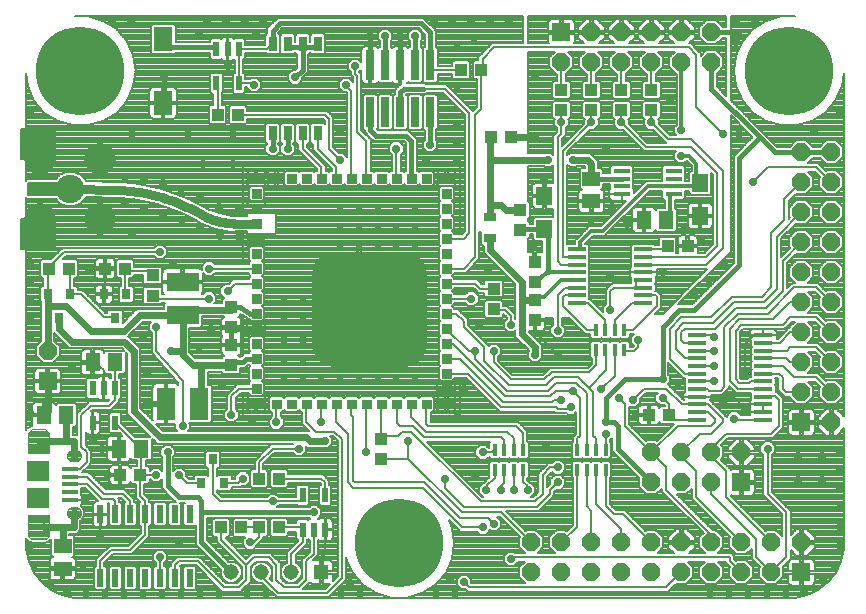
<source format=gtl>
G04 Output by ViewMate Deluxe V11.12.18  PentaLogix*
G04 Wed Mar 06 15:41:31 2019*
%IPPOS*%
%FSLAX25Y25*%
%MOIN*%
%ADD45C,0.02775*%
%ADD46C,0.024*%
%ADD47C,0.02381*%
%ADD48C,0.0315*%
%ADD49C,0.012*%
%ADD111R,0.03937X0.04331*%
%ADD112R,0.05118X0.05906*%
%ADD113R,0.05512X0.05906*%
%ADD114R,0.04331X0.03937*%
%ADD115R,0.1063X0.06299*%
%ADD116R,0.06299X0.1063*%
%ADD117R,0.05906X0.05118*%
%ADD118R,0.03937X0.0315*%
%ADD119R,0.02953X0.09843*%
%ADD120C,0.00394*%
%ADD121C,0.00443*%
%ADD122R,0.00394X0.01181*%
%ADD123R,0.05315X0.01575*%
%ADD124R,0.0748X0.07087*%
%ADD125R,0.0515X0.0515*%
%ADD126C,0.0515*%
%ADD127C,0.1063*%
%ADD128C,0.09449*%
%ADD129C,0.005*%
%ADD130R,0.06X0.06*%
G04:---LTIenv:A131:16,0.06,0.0 *
%ADD131P,0.064944X8X22.5*%
%ADD132R,0.0315X0.03543*%
%ADD133R,0.01673X0.03937*%
%ADD134R,0.02992X0.05*%
%ADD135R,0.06299X0.07874*%
%ADD136C,0.00319*%
%ADD137C,0.15276*%
%ADD138R,0.02165X0.05118*%
%ADD139R,0.02362X0.05906*%
%ADD140R,0.06299X0.01378*%
%ADD141R,0.05709X0.01772*%
%ADD142R,0.06299X0.01181*%
%ADD143C,0.29528*%
%ADD144C,0.008*%
%ADD145C,0.016*%

%LPD*%
X0Y0D2*D46*G1X208656Y149794D2*X213656D1*X214906Y148544*Y143534*X32406Y27294D2*X38656D1*Y21034D2*Y27294D1*X42406*Y32294*X39906Y56044D2*X31156D1*X42406Y51044D2*Y56044D1*X39906*Y64794*X39896*X32416D2*X33656Y66034D1*Y76044*X33666Y101139D2*Y104981D1*X48031Y92919D2*X39906Y101044D1*X94906Y100641D2*Y99794D1*X78656*Y98032*Y86044D2*X74906D1*X84906Y81448D2*X94906D1*X84168Y68544D2*X84906D1*Y81448*X82002*X78656Y84794*Y86044*Y98032*X64394*X59281Y92919*X48031*X33656Y86044D2*X33666Y86054D1*Y101139*X33760Y101044*X39906*X37406Y97107D2*Y93544D1*X41781Y89169*X59281*X62406Y86044*Y66044*X71156Y57294*X119906*X121156Y56044*X126156*X196156Y84794D2*Y87294D1*X191781Y91669*Y103141*X196156D2*X191781D1*Y109169*X181156Y119794*Y123751*Y134794D2*Y130837D1*X191156Y133141D2*X186560D1*X184906Y134794*X181156*Y149794*X200531*X188252Y157294D2*X196156D1*X181560D2*X181156Y156891D1*Y149794*D48*X83656Y132294D2*X82378Y132976D1*X81084Y133628*X79775Y134249*X78451Y134839*X77115Y135398*X75765Y135925*X74404Y136420*X73031Y136883*X71647Y137314*X70254Y137712*X68852Y138077*X67442Y138409*X66024Y138708*X64600Y138973*X63169Y139205*X61734Y139403*X60295Y139568*X58852Y139698*X57406Y139794*X41205Y140089*X83657Y132295D2*X84198Y131976D1*X84746Y131671*X85301Y131379*X85864Y131100*X86433Y130835*X87008Y130584*X87590Y130347*X88176Y130124*X88768Y129915*X89365Y129721*X89967Y129541*X90572Y129376*X91182Y129226*X91795Y129090*X92411Y128969*X93029Y128863*X93650Y128773*X94273Y128697*X94898Y128636*X95524Y128591*X96151Y128560*X96779Y128545*X97406*X103213Y128544D2*X97406D1*D49*X239896Y129794D2*Y131044D1*X241156*Y138456*X242317*X244906Y159794D2*Y182294D1*Y151044D2*X247406D1*X249906Y148544*Y143431*X251156Y142181*Y141044*X243567*X242317Y141015D2*X233627D1*X218656Y126044*X214906*X211156Y122294*Y120001*X210132*X196156Y103141D2*X197185Y104169D1*X199281*X204906Y109794*X210103*X210132Y112324D2*X200339D1*X196156Y108948*D120*X27071Y30926D2*X34158D1*X32819Y23474D2*X28410D1*X27733Y23866D2*X33496D1*X33829Y24258D2*X27400D1*X27204Y24650D2*X34026D1*X34126Y25042D2*X27103D1*X34158Y25326D2*Y31231D1*X27071*Y25326*X27121Y24888*X27266Y24471*X27501Y24098*X27813Y23787*X28186Y23552*X28602Y23406*X29040Y23357*X32189*X32628Y23406*X33044Y23552*X33417Y23787*X33729Y24098*X33963Y24471*X34109Y24888*X34158Y25326*X27071Y25435D2*X34158D1*Y25827D2*X27071D1*Y26219D2*X34158D1*Y26611D2*X27071D1*Y27003D2*X34158D1*Y27396D2*X27071D1*Y27788D2*X34158D1*Y28180D2*X27071D1*Y28572D2*X34158D1*Y28965D2*X27071D1*Y29357D2*X34158D1*Y29749D2*X27071D1*Y30141D2*X34158D1*Y30533D2*X27071D1*X40988D2*X43863D1*X44310Y30926D2*X40541D1*X40314Y31318D2*X44538D1*X44655Y31710D2*X40197D1*X40162Y32102D2*X44689D1*X44658Y32494D2*X40193D1*X40303Y32887D2*X44548D1*X44329Y33279D2*X40523D1*X40941Y33671D2*X43910D1*X41934Y33987D2*X41539Y33943D1*X41165Y33812*X40829Y33600*X40548Y33320*X40337Y32984*X40206Y32610*X40162Y32215*Y32019*X40206Y31624*X40337Y31250*X40548Y30914*X40829Y30633*X41165Y30422*X41539Y30291*X41934Y30247*X42918*X43312Y30291*X43687Y30422*X44022Y30633*X44303Y30914*X44514Y31250*X44645Y31624*X44689Y32019*Y32215*X44645Y32610*X44514Y32984*X44303Y33320*X44022Y33600*X43687Y33812*X43312Y33943*X42918Y33987*X41934*X43713Y52889D2*X41138D1*X41772Y49360D2*X43079D1*X44046Y49752D2*X40805D1*X40463Y50144D2*X44388D1*X44581Y50536D2*X40270D1*X40183Y50928D2*X44669D1*X44688Y51321D2*X40163D1*X40209Y51713D2*X44642D1*X44497Y52105D2*X40354D1*X40631Y52497D2*X44220D1*X40548Y52414D2*X40829Y52695D1*X41165Y52906*X41539Y53037*X41934Y53081*X42918*X43312Y53037*X43687Y52906*X44022Y52695*X44303Y52414*X44514Y52079*X44645Y51704*X44689Y51310*Y51113*X44645Y50719*X44514Y50344*X44303Y50008*X44022Y49728*X43687Y49517*X43312Y49386*X42918Y49341*X41934*X41539Y49386*X41165Y49517*X40829Y49728*X40548Y50008*X40337Y50344*X40206Y50719*X40162Y51113*Y51310*X40206Y51704*X40337Y52079*X40548Y52414*X32385Y59949D2*X28845D1*X27837Y59557D2*X33393D1*X34158Y52105D2*X27071D1*Y52497D2*X34158D1*Y52889D2*X27071D1*Y53282D2*X34158D1*Y53674D2*X27071D1*Y54066D2*X34158D1*Y54458D2*X27071D1*Y54851D2*X34158D1*Y55243D2*X27071D1*Y55635D2*X34158D1*Y56027D2*X27071D1*Y56419D2*X34158D1*Y56812D2*X27071D1*Y57204D2*X34158D1*Y57596D2*X27071D1*Y57988D2*X34158D1*X34115Y58380D2*X27114D1*X27237Y58773D2*X33993D1*X33770Y59165D2*X27460D1*X33729Y59230D2*X33417Y59542D1*X33044Y59776*X32628Y59922*X32189Y59971*X29040*X28602Y59922*X28186Y59776*X27813Y59542*X27501Y59230*X27266Y58857*X27121Y58441*X27071Y58003*Y52097*X34158*Y58003*X34109Y58441*X33963Y58857*X33729Y59230*D121*X27096Y53378D2*X34134D1*Y52936D2*X27096D1*Y52494D2*X34134D1*X27096Y52052D2*X34134D1*Y53382*X27096*Y52052*X34134Y31272D2*X27096D1*Y30830D2*X34134D1*Y30388D2*X27096D1*X34134Y31276D2*X27096D1*Y29946*X34134*Y31276*D129*X24906Y120441D2*X36205D1*Y120940D2*X24906D1*Y121438D2*X36205D1*Y121937D2*X24906D1*Y122435D2*X36205D1*Y122934D2*X24906D1*Y123432D2*X36205D1*Y123931D2*X24906D1*Y124429D2*X36205D1*Y124928D2*X24906D1*Y125426D2*X36205D1*Y125925D2*X24906D1*Y126423D2*X36205D1*Y126922D2*X24906D1*Y127420D2*X36205D1*Y127919D2*X24906D1*Y128417D2*X36205D1*Y128916D2*X24906D1*Y129414D2*X36205D1*Y129913D2*X24906D1*X36205Y130089D2*Y120089D1*X24906*Y130089*X36205*X24906Y159824D2*X36205D1*Y159325D2*X24906D1*Y158827D2*X36205D1*Y158328D2*X24906D1*Y157830D2*X36205D1*Y157331D2*X24906D1*Y156833D2*X36205D1*Y156334D2*X24906D1*Y155836D2*X36205D1*Y155337D2*X24906D1*Y154839D2*X36205D1*Y154340D2*X24906D1*Y153842D2*X36205D1*Y153343D2*X24906D1*Y152845D2*X36205D1*Y152346D2*X24906D1*Y151847D2*X36205D1*Y151349D2*X24906D1*Y150850D2*X36205D1*Y150352D2*X24906D1*X36205Y150089D2*X24906D1*Y160089*X36205*Y150089*X27268Y141877D2*X41205D1*Y141379D2*X27268D1*Y140880D2*X41205D1*Y140382D2*X27268D1*X41205Y138121D2*X27268D1*Y142058*X41205*Y138121*X27268Y138388D2*X41205D1*Y138886D2*X27268D1*Y139385D2*X41205D1*Y139883D2*X27268D1*D136*X108471Y145070D2*X111341D1*Y144752D2*X108471D1*Y144434D2*X111341D1*Y144116D2*X108471D1*Y143798D2*X111341D1*Y143480D2*X108471D1*Y143162D2*X111341D1*Y142844D2*X108471D1*Y142526D2*X111341D1*X108471Y145078D2*Y142208D1*X111341*Y145078*X108471*X113471Y145070D2*X116341D1*Y144752D2*X113471D1*Y144434D2*X116341D1*Y144116D2*X113471D1*Y143798D2*X116341D1*Y143480D2*X113471D1*Y143162D2*X116341D1*Y142844D2*X113471D1*Y142526D2*X116341D1*X113471Y145078D2*Y142208D1*X116341*Y145078*X113471*X118471Y145070D2*X121341D1*Y144752D2*X118471D1*Y144434D2*X121341D1*Y144116D2*X118471D1*Y143798D2*X121341D1*Y143480D2*X118471D1*Y143162D2*X121341D1*Y142844D2*X118471D1*Y142526D2*X121341D1*X118471Y145078D2*Y142208D1*X121341*Y145078*X118471*X123471Y145070D2*X126341D1*Y144752D2*X123471D1*Y144434D2*X126341D1*Y144116D2*X123471D1*Y143798D2*X126341D1*Y143480D2*X123471D1*Y143162D2*X126341D1*Y142844D2*X123471D1*Y142526D2*X126341D1*X123471Y145078D2*Y142208D1*X126341*Y145078*X123471*X128471Y145070D2*X131341D1*Y144752D2*X128471D1*Y144434D2*X131341D1*Y144116D2*X128471D1*Y143798D2*X131341D1*Y143480D2*X128471D1*Y143162D2*X131341D1*Y142844D2*X128471D1*Y142526D2*X131341D1*X128471Y145078D2*Y142208D1*X131341*Y145078*X128471*X133471Y145070D2*X136341D1*Y144752D2*X133471D1*Y144434D2*X136341D1*Y144116D2*X133471D1*Y143798D2*X136341D1*Y143480D2*X133471D1*Y143162D2*X136341D1*Y142844D2*X133471D1*Y142526D2*X136341D1*X133471Y145078D2*Y142208D1*X136341*Y145078*X133471*X138471Y145070D2*X141341D1*Y144752D2*X138471D1*Y144434D2*X141341D1*Y144116D2*X138471D1*Y143798D2*X141341D1*Y143480D2*X138471D1*Y143162D2*X141341D1*Y142844D2*X138471D1*Y142526D2*X141341D1*X138471Y145078D2*Y142208D1*X141341*Y145078*X138471*X143471Y145070D2*X146341D1*Y144752D2*X143471D1*Y144434D2*X146341D1*Y144116D2*X143471D1*Y143798D2*X146341D1*Y143480D2*X143471D1*Y143162D2*X146341D1*Y142844D2*X143471D1*Y142526D2*X146341D1*X143471Y145078D2*Y142208D1*X146341*Y145078*X143471*X148471Y145070D2*X151341D1*Y144752D2*X148471D1*Y144434D2*X151341D1*Y144116D2*X148471D1*Y143798D2*X151341D1*Y143480D2*X148471D1*Y143162D2*X151341D1*Y142844D2*X148471D1*Y142526D2*X151341D1*X148471Y145078D2*Y142208D1*X151341*Y145078*X148471*X153471Y145070D2*X156341D1*Y144752D2*X153471D1*Y144434D2*X156341D1*Y144116D2*X153471D1*Y143798D2*X156341D1*Y143480D2*X153471D1*Y143162D2*X156341D1*Y142844D2*X153471D1*Y142526D2*X156341D1*X153471Y145078D2*Y142208D1*X156341*Y145078*X153471*X158471Y145070D2*X161341D1*Y144752D2*X158471D1*Y144434D2*X161341D1*Y144116D2*X158471D1*Y143798D2*X161341D1*Y143480D2*X158471D1*Y143162D2*X161341D1*Y142844D2*X158471D1*Y142526D2*X161341D1*X158471Y145078D2*Y142208D1*X161341*Y145078*X158471*X165164Y144971D2*X168034D1*Y144653D2*X165164D1*Y144335D2*X168034D1*Y144017D2*X165164D1*Y143699D2*X168034D1*Y143381D2*X165164D1*Y143063D2*X168034D1*Y142745D2*X165164D1*Y142427D2*X168034D1*X165164Y144979D2*Y142109D1*X168034*Y144979*X165164*Y139971D2*X168034D1*Y139653D2*X165164D1*Y139335D2*X168034D1*Y139017D2*X165164D1*Y138699D2*X168034D1*Y138381D2*X165164D1*Y138063D2*X168034D1*Y137745D2*X165164D1*Y137427D2*X168034D1*X165164Y139979D2*Y137109D1*X168034*Y139979*X165164*Y134971D2*X168034D1*Y134653D2*X165164D1*Y134335D2*X168034D1*Y134017D2*X165164D1*Y133699D2*X168034D1*Y133381D2*X165164D1*Y133063D2*X168034D1*Y132745D2*X165164D1*Y132427D2*X168034D1*X165164Y134979D2*Y132109D1*X168034*Y134979*X165164*Y129971D2*X168034D1*Y129653D2*X165164D1*Y129335D2*X168034D1*Y129017D2*X165164D1*Y128699D2*X168034D1*Y128381D2*X165164D1*Y128063D2*X168034D1*Y127745D2*X165164D1*Y127427D2*X168034D1*X165164Y129979D2*Y127109D1*X168034*Y129979*X165164*Y124971D2*X168034D1*Y124653D2*X165164D1*Y124335D2*X168034D1*Y124017D2*X165164D1*Y123699D2*X168034D1*Y123381D2*X165164D1*Y123063D2*X168034D1*Y122745D2*X165164D1*Y122427D2*X168034D1*X165164Y124979D2*Y122109D1*X168034*Y124979*X165164*Y119971D2*X168034D1*Y119653D2*X165164D1*Y119335D2*X168034D1*Y119017D2*X165164D1*Y118699D2*X168034D1*Y118381D2*X165164D1*Y118063D2*X168034D1*Y117745D2*X165164D1*Y117427D2*X168034D1*X165164Y119979D2*Y117109D1*X168034*Y119979*X165164*Y114971D2*X168034D1*Y114653D2*X165164D1*Y114335D2*X168034D1*Y114017D2*X165164D1*Y113699D2*X168034D1*Y113381D2*X165164D1*Y113063D2*X168034D1*Y112745D2*X165164D1*Y112427D2*X168034D1*X165164Y114979D2*Y112109D1*X168034*Y114979*X165164*Y109971D2*X168034D1*Y109653D2*X165164D1*Y109335D2*X168034D1*Y109017D2*X165164D1*Y108699D2*X168034D1*Y108381D2*X165164D1*Y108063D2*X168034D1*Y107745D2*X165164D1*Y107427D2*X168034D1*X165164Y109979D2*Y107109D1*X168034*Y109979*X165164*Y104971D2*X168034D1*Y104653D2*X165164D1*Y104335D2*X168034D1*Y104017D2*X165164D1*Y103699D2*X168034D1*Y103381D2*X165164D1*Y103063D2*X168034D1*Y102745D2*X165164D1*Y102427D2*X168034D1*X165164Y104979D2*Y102109D1*X168034*Y104979*X165164*Y99971D2*X168034D1*Y99653D2*X165164D1*Y99335D2*X168034D1*Y99017D2*X165164D1*Y98699D2*X168034D1*Y98381D2*X165164D1*Y98063D2*X168034D1*Y97745D2*X165164D1*Y97427D2*X168034D1*X165164Y99979D2*Y97109D1*X168034*Y99979*X165164*Y94971D2*X168034D1*Y94653D2*X165164D1*Y94335D2*X168034D1*Y94017D2*X165164D1*Y93699D2*X168034D1*Y93381D2*X165164D1*Y93063D2*X168034D1*Y92745D2*X165164D1*Y92427D2*X168034D1*X165164Y94979D2*Y92109D1*X168034*Y94979*X165164*Y89971D2*X168034D1*Y89653D2*X165164D1*Y89335D2*X168034D1*Y89017D2*X165164D1*Y88699D2*X168034D1*Y88381D2*X165164D1*Y88063D2*X168034D1*Y87745D2*X165164D1*Y87427D2*X168034D1*X165164Y89979D2*Y87109D1*X168034*Y89979*X165164*Y84971D2*X168034D1*Y84653D2*X165164D1*Y84335D2*X168034D1*Y84017D2*X165164D1*Y83699D2*X168034D1*Y83381D2*X165164D1*Y83063D2*X168034D1*Y82745D2*X165164D1*Y82427D2*X168034D1*X165164Y84979D2*Y82109D1*X168034*Y84979*X165164*Y79971D2*X168034D1*Y79653D2*X165164D1*Y79335D2*X168034D1*Y79017D2*X165164D1*Y78699D2*X168034D1*Y78381D2*X165164D1*Y78063D2*X168034D1*Y77745D2*X165164D1*Y77427D2*X168034D1*X165164Y79979D2*Y77109D1*X168034*Y79979*X165164*Y74971D2*X168034D1*Y74653D2*X165164D1*Y74335D2*X168034D1*Y74017D2*X165164D1*Y73699D2*X168034D1*Y73381D2*X165164D1*Y73063D2*X168034D1*Y72745D2*X165164D1*Y72427D2*X168034D1*X165164Y74979D2*Y72109D1*X168034*Y74979*X165164*Y69971D2*X168034D1*Y69653D2*X165164D1*Y69335D2*X168034D1*Y69017D2*X165164D1*Y68699D2*X168034D1*Y68381D2*X165164D1*Y68063D2*X168034D1*Y67745D2*X165164D1*Y67427D2*X168034D1*X165164Y69979D2*Y67109D1*X168034*Y69979*X165164*X161341Y69873D2*X158471D1*Y69555D2*X161341D1*Y69237D2*X158471D1*Y68919D2*X161341D1*Y68601D2*X158471D1*Y68283D2*X161341D1*Y67965D2*X158471D1*Y67647D2*X161341D1*Y67329D2*X158471D1*X161341Y67011D2*Y69881D1*X158471*Y67011*X161341*X156341Y69873D2*X153471D1*Y69555D2*X156341D1*Y69237D2*X153471D1*Y68919D2*X156341D1*Y68601D2*X153471D1*Y68283D2*X156341D1*Y67965D2*X153471D1*Y67647D2*X156341D1*Y67329D2*X153471D1*X156341Y67011D2*Y69881D1*X153471*Y67011*X156341*X151341Y69873D2*X148471D1*Y69555D2*X151341D1*Y69237D2*X148471D1*Y68919D2*X151341D1*Y68601D2*X148471D1*Y68283D2*X151341D1*Y67965D2*X148471D1*Y67647D2*X151341D1*Y67329D2*X148471D1*X151341Y67011D2*Y69881D1*X148471*Y67011*X151341*X146341Y69873D2*X143471D1*Y69555D2*X146341D1*Y69237D2*X143471D1*Y68919D2*X146341D1*Y68601D2*X143471D1*Y68283D2*X146341D1*Y67965D2*X143471D1*Y67647D2*X146341D1*Y67329D2*X143471D1*X146341Y67011D2*Y69881D1*X143471*Y67011*X146341*X141341Y69873D2*X138471D1*Y69555D2*X141341D1*Y69237D2*X138471D1*Y68919D2*X141341D1*Y68601D2*X138471D1*Y68283D2*X141341D1*Y67965D2*X138471D1*Y67647D2*X141341D1*Y67329D2*X138471D1*X141341Y67011D2*Y69881D1*X138471*Y67011*X141341*X136341Y69873D2*X133471D1*Y69555D2*X136341D1*Y69237D2*X133471D1*Y68919D2*X136341D1*Y68601D2*X133471D1*Y68283D2*X136341D1*Y67965D2*X133471D1*Y67647D2*X136341D1*Y67329D2*X133471D1*X136341Y67011D2*Y69881D1*X133471*Y67011*X136341*X131341Y69873D2*X128471D1*Y69555D2*X131341D1*Y69237D2*X128471D1*Y68919D2*X131341D1*Y68601D2*X128471D1*Y68283D2*X131341D1*Y67965D2*X128471D1*Y67647D2*X131341D1*Y67329D2*X128471D1*X131341Y67011D2*Y69881D1*X128471*Y67011*X131341*X126341Y69873D2*X123471D1*Y69555D2*X126341D1*Y69237D2*X123471D1*Y68919D2*X126341D1*Y68601D2*X123471D1*Y68283D2*X126341D1*Y67965D2*X123471D1*Y67647D2*X126341D1*Y67329D2*X123471D1*X126341Y67011D2*Y69881D1*X123471*Y67011*X126341*X121341Y69873D2*X118471D1*Y69555D2*X121341D1*Y69237D2*X118471D1*Y68919D2*X121341D1*Y68601D2*X118471D1*Y68283D2*X121341D1*Y67965D2*X118471D1*Y67647D2*X121341D1*Y67329D2*X118471D1*X121341Y67011D2*Y69881D1*X118471*Y67011*X121341*X116341Y69873D2*X113471D1*Y69555D2*X116341D1*Y69237D2*X113471D1*Y68919D2*X116341D1*Y68601D2*X113471D1*Y68283D2*X116341D1*Y67965D2*X113471D1*Y67647D2*X116341D1*Y67329D2*X113471D1*X116341Y67011D2*Y69881D1*X113471*Y67011*X116341*X111341Y69873D2*X108471D1*Y69555D2*X111341D1*Y69237D2*X108471D1*Y68919D2*X111341D1*Y68601D2*X108471D1*Y68283D2*X111341D1*Y67965D2*X108471D1*Y67647D2*X111341D1*Y67329D2*X108471D1*X111341Y67011D2*Y69881D1*X108471*Y67011*X111341*X104648Y69971D2*X101778D1*Y69653D2*X104648D1*Y69335D2*X101778D1*Y69017D2*X104648D1*Y68699D2*X101778D1*Y68381D2*X104648D1*Y68063D2*X101778D1*Y67745D2*X104648D1*Y67427D2*X101778D1*X104648Y67109D2*Y69979D1*X101778*Y67109*X104648*Y74971D2*X101778D1*Y74653D2*X104648D1*Y74335D2*X101778D1*Y74017D2*X104648D1*Y73699D2*X101778D1*Y73381D2*X104648D1*Y73063D2*X101778D1*Y72745D2*X104648D1*Y72427D2*X101778D1*X104648Y72109D2*Y74979D1*X101778*Y72109*X104648*Y79971D2*X101778D1*Y79653D2*X104648D1*Y79335D2*X101778D1*Y79017D2*X104648D1*Y78699D2*X101778D1*Y78381D2*X104648D1*Y78063D2*X101778D1*Y77745D2*X104648D1*Y77427D2*X101778D1*X104648Y77109D2*Y79979D1*X101778*Y77109*X104648*Y84971D2*X101778D1*Y84653D2*X104648D1*Y84335D2*X101778D1*Y84017D2*X104648D1*Y83699D2*X101778D1*Y83381D2*X104648D1*Y83063D2*X101778D1*Y82745D2*X104648D1*Y82427D2*X101778D1*X104648Y82109D2*Y84979D1*X101778*Y82109*X104648*Y89971D2*X101778D1*Y89653D2*X104648D1*Y89335D2*X101778D1*Y89017D2*X104648D1*Y88699D2*X101778D1*Y88381D2*X104648D1*Y88063D2*X101778D1*Y87745D2*X104648D1*Y87427D2*X101778D1*X104648Y87109D2*Y89979D1*X101778*Y87109*X104648*Y94971D2*X101778D1*Y94653D2*X104648D1*Y94335D2*X101778D1*Y94017D2*X104648D1*Y93699D2*X101778D1*Y93381D2*X104648D1*Y93063D2*X101778D1*Y92745D2*X104648D1*Y92427D2*X101778D1*X104648Y92109D2*Y94979D1*X101778*Y92109*X104648*Y99971D2*X101778D1*Y99653D2*X104648D1*Y99335D2*X101778D1*Y99017D2*X104648D1*Y98699D2*X101778D1*Y98381D2*X104648D1*Y98063D2*X101778D1*Y97745D2*X104648D1*Y97427D2*X101778D1*X104648Y97109D2*Y99979D1*X101778*Y97109*X104648*Y104971D2*X101778D1*Y104653D2*X104648D1*Y104335D2*X101778D1*Y104017D2*X104648D1*Y103699D2*X101778D1*Y103381D2*X104648D1*Y103063D2*X101778D1*Y102745D2*X104648D1*Y102427D2*X101778D1*X104648Y102109D2*Y104979D1*X101778*Y102109*X104648*Y109971D2*X101778D1*Y109653D2*X104648D1*Y109335D2*X101778D1*Y109017D2*X104648D1*Y108699D2*X101778D1*Y108381D2*X104648D1*Y108063D2*X101778D1*Y107745D2*X104648D1*Y107427D2*X101778D1*X104648Y107109D2*Y109979D1*X101778*Y107109*X104648*Y114971D2*X101778D1*Y114653D2*X104648D1*Y114335D2*X101778D1*Y114017D2*X104648D1*Y113699D2*X101778D1*Y113381D2*X104648D1*Y113063D2*X101778D1*Y112745D2*X104648D1*Y112427D2*X101778D1*X104648Y112109D2*Y114979D1*X101778*Y112109*X104648*Y119971D2*X101778D1*Y119653D2*X104648D1*Y119335D2*X101778D1*Y119017D2*X104648D1*Y118699D2*X101778D1*Y118381D2*X104648D1*Y118063D2*X101778D1*Y117745D2*X104648D1*Y117427D2*X101778D1*X104648Y117109D2*Y119979D1*X101778*Y117109*X104648*Y124971D2*X101778D1*Y124653D2*X104648D1*Y124335D2*X101778D1*Y124017D2*X104648D1*Y123699D2*X101778D1*Y123381D2*X104648D1*Y123063D2*X101778D1*Y122745D2*X104648D1*Y122427D2*X101778D1*X104648Y122109D2*Y124979D1*X101778*Y122109*X104648*Y129971D2*X101778D1*Y129653D2*X104648D1*Y129335D2*X101778D1*Y129017D2*X104648D1*Y128699D2*X101778D1*Y128381D2*X104648D1*Y128063D2*X101778D1*Y127745D2*X104648D1*Y127427D2*X101778D1*X104648Y127109D2*Y129979D1*X101778*Y127109*X104648*Y134971D2*X101778D1*Y134653D2*X104648D1*Y134335D2*X101778D1*Y134017D2*X104648D1*Y133699D2*X101778D1*Y133381D2*X104648D1*Y133063D2*X101778D1*Y132745D2*X104648D1*Y132427D2*X101778D1*X104648Y132109D2*Y134979D1*X101778*Y132109*X104648*Y139971D2*X101778D1*Y139653D2*X104648D1*Y139335D2*X101778D1*Y139017D2*X104648D1*Y138699D2*X101778D1*Y138381D2*X104648D1*Y138063D2*X101778D1*Y137745D2*X104648D1*Y137427D2*X101778D1*X104648Y137109D2*Y139979D1*X101778*Y137109*X104648*Y144971D2*X101778D1*Y144653D2*X104648D1*Y144335D2*X101778D1*Y144017D2*X104648D1*Y143699D2*X101778D1*Y143381D2*X104648D1*Y143063D2*X101778D1*Y142745D2*X104648D1*Y142427D2*X101778D1*X104648Y142109D2*Y144979D1*X101778*Y142109*X104648*D137*X129552Y103761D2*X152464D1*X129552Y111398D2*Y88486D1*X152464*Y111398*X129552*D144*X265306Y38227D2*X264506D1*Y39026D2*X265306D1*Y39824D2*X264506D1*Y40623D2*X265306D1*Y41421D2*X264506D1*X272256Y43817D2*X269306D1*Y44615D2*X272256D1*Y45414D2*X269306D1*X268968Y46212D2*X272256D1*X264506Y48608D2*X265306D1*Y49406D2*X264506D1*Y50205D2*X265306D1*Y51003D2*X264506D1*Y56593D2*X265306D1*Y55794D2*X264506D1*Y54996D2*X265306D1*Y53399D2*X264506D1*Y54197D2*X265306D1*X260587D2*X258660D1*X258338Y54996D2*X261385D1*X262184Y55794D2*X259136D1*X259935Y56593D2*X262982D1*X193656Y130056D2*X195525D1*Y129257D2*X193894D1*X205531Y117442D2*X210132D1*X209556Y122071D2*X206931D1*Y122869D2*X209556D1*X210267Y123668D2*X206931D1*Y124466D2*X211066D1*X211864Y125265D2*X206931D1*Y126063D2*X212663D1*X213461Y126862D2*X206931D1*X296831Y146026D2*X299097D1*Y145228D2*X297629D1*X299097Y144429D2*X298428D1*X298906Y143631D2*X299097D1*Y142832D2*X298906D1*Y142034D2*X299097D1*Y141235D2*X298906D1*X298705Y140437D2*X299097D1*Y139638D2*X297907D1*X297108Y138840D2*X299097D1*X280307Y119675D2*X278181D1*Y118877D2*X279509D1*X278181Y118078D2*X278710D1*X255844Y90732D2*X255206Y91369D1*X250132*Y88810D2*X245890D1*X255844Y81044D2*X256067Y81133D1*X239906Y73544D2*X232406D1*X228656Y69794*X123932Y23055D2*X124055D1*X71156Y17294D2*X71117Y17255D1*Y10414*X68936Y7085D2*X68337D1*Y7884D2*X68936D1*Y8682D2*X68337D1*Y9481D2*X68936D1*Y10279D2*X68337D1*Y11078D2*X68936D1*Y11876D2*X68337D1*Y12675D2*X68936D1*Y13473D2*X68337D1*X67846Y14272D2*X69426D1*X64466D2*X62886D1*X63376Y13473D2*X63975D1*Y12675D2*X63376D1*Y11876D2*X63975D1*Y11078D2*X63376D1*Y10279D2*X63975D1*Y9481D2*X63376D1*Y8682D2*X63975D1*Y7884D2*X63376D1*X63975Y7047D2*Y13781D1*X64561Y14367*X67751*X68337Y13781*Y7047*X67751Y6461*X64561*X63975Y7047*X63376Y7085D2*X63975D1*X59014D2*X58416D1*Y7884D2*X59014D1*Y8682D2*X58416D1*Y9481D2*X59014D1*Y10279D2*X58416D1*Y11078D2*X59014D1*Y11876D2*X58416D1*Y12675D2*X59014D1*Y13473D2*X58416D1*X59600Y14367D2*X62791D1*X63376Y13781*Y7047*X62791Y6461*X59600*X59014Y7047*Y13781*X59600Y14367*X57925Y14272D2*X59505D1*X38256Y10279D2*X39056D1*Y11078D2*X38256D1*Y11876D2*X39056D1*X26984Y17466D2*X35343D1*X34703Y18264D2*X26802D1*X26619Y19063D2*X34703D1*Y19861D2*X26437D1*X26380Y20660D2*X34703D1*X26743Y23055D2*X26306D1*Y22257D2*X28115D1*X34703Y21458D2*X26335D1*X34703Y22257D2*X33114D1*X34487Y23055D2*X34703D1*X30615Y30611D2*X30698Y30609D1*X30780Y30603*X30862Y30594*X30944Y30581*X31025Y30563*X31105Y30543*X31184Y30518*X31262Y30490*X31338Y30458*X31413Y30423*X31487Y30385*X31558Y30343*X31627Y30298*X31694Y30249*X31759Y30198*X31822Y30144*X31881Y30086*X31939Y30027*X31993Y29964*X32044Y29899*X32093Y29832*X32138Y29763*X32180Y29692*X32218Y29618*X32253Y29543*X32285Y29467*X32313Y29389*X32338Y29310*X32358Y29230*X32376Y29149*X32389Y29067*X32398Y28985*X32404Y28903*X32406Y28820*Y27294*X40910Y32294D2*X42406D1*X40634D2*X40609Y32292D1*X40584Y32287*X40560Y32278*X40538Y32266*X40518Y32251*X40500Y32233*X40485Y32213*X40473Y32191*X40464Y32167*X40459Y32142*X40457Y32117*X40910Y32294*X40634*X28457Y63779D2*X26306D1*Y62981D2*X28457D1*Y62182D2*X26306D1*Y61384D2*X28530D1*X26306Y60585D2*X27164D1*X26365Y59787D2*X26306D1*X31156Y56044D2*X30615D1*Y52717*X40457Y51211D2*Y51044D1*X42406*X54244Y46212D2*X45804D1*X46603Y47011D2*X54261D1*X54244Y45414D2*X47516D1*X58590Y36630D2*X57550D1*X63975Y28645D2*X63376D1*Y29443D2*X63975D1*Y30242D2*X63376D1*Y31041D2*X63975D1*Y31839D2*X63376D1*X68337Y35033D2*X68936D1*Y34235D2*X68337D1*Y33436D2*X68936D1*Y32638D2*X68337D1*Y31839D2*X68936D1*Y31041D2*X68337D1*Y30242D2*X68936D1*Y29443D2*X68337D1*Y28645D2*X68936D1*X69396Y27846D2*X67877D1*X72837D2*X74357D1*X73896Y28645D2*X73298D1*Y29443D2*X73896D1*Y30242D2*X73298D1*Y31041D2*X73896D1*Y31839D2*X73298D1*Y32638D2*X73896D1*Y33436D2*X73298D1*Y34235D2*X73896D1*X73298Y35041D2*Y28307D1*X72712Y27721*X69521*X68936Y28307*Y35041*X69521Y35627*X72712*X73298Y35041*X73896Y35033D2*X73298D1*X136895Y70966D2*X137917D1*X136895*X119793Y54197D2*X119892D1*X98656Y43544D2*X97219Y42107D1*X106686Y40623D2*X108126D1*X107784Y41421D2*X107028D1*Y42220D2*X107784D1*Y43018D2*X107028D1*X110752Y43544D2*X124906D1*X126156Y42294*Y38013*X126146Y38003*X130381Y35033D2*X128229D1*Y35832D2*X130381D1*Y36630D2*X128229D1*Y37429D2*X130381D1*Y38227D2*X128229D1*Y39026D2*X130381D1*Y39824D2*X128229D1*Y40623D2*X130381D1*Y41421D2*X127784D1*X127556Y42220D2*X130381D1*Y43018D2*X127412D1*X113632Y46212D2*X130381D1*Y45414D2*X113721D1*X125815Y44615D2*X130381D1*Y43817D2*X126613D1*X166156Y43544D2*Y40419D1*X172406Y34169*X196781*X201156Y38544*Y39794*X203166Y39824D2*X208782D1*Y39026D2*X202556D1*Y38227D2*X208782D1*Y37429D2*X202020D1*X201222Y36630D2*X208782D1*Y35832D2*X200423D1*X199625Y35033D2*X208782D1*Y34235D2*X198826D1*X198028Y33436D2*X208782D1*X192931Y26249D2*X193205D1*X184906Y32294D2*X171781D1*X153877Y50198*X153656Y56044D2*X153877Y55823D1*Y50198*X144906*X139906Y68446D2*Y52294D1*X152917Y70966D2*X151895D1*X152917*X157917D2*X156895D1*X157917*X171156Y76556D2*X169120D1*X173665*X169385Y75757D2*X174463D1*X175262Y74959D2*X169593D1*Y74160D2*X176060D1*X176859Y73362D2*X166996D1*X184906Y67294D2*X173656Y78544D1*X166599*X26306Y178765D2*X26324D1*X26439Y177967D2*X26306D1*Y177168D2*X26554D1*X26669Y176370D2*X26306D1*Y175571D2*X26784D1*X26898Y174773D2*X26306D1*Y173974D2*X27111D1*X27475Y173176D2*X26306D1*Y172377D2*X27840D1*X28205Y171578D2*X26306D1*Y170780D2*X28569D1*X28934Y169981D2*X26306D1*Y169183D2*X29441D1*X30133Y168384D2*X26306D1*Y167586D2*X30824D1*X31516Y166787D2*X26306D1*Y165989D2*X32208D1*X33168Y165190D2*X26306D1*Y164392D2*X34411D1*X35653Y163593D2*X26306D1*Y162795D2*X36896D1*X39537Y161996D2*X26306D1*X115734Y185153D2*X116578D1*X116302Y191541D2*X116010D1*X116152Y190743D2*X116160D1*X116152Y189944D2*X116160D1*Y189146D2*X116152D1*X121152D2*X121160D1*X121152Y189944D2*X121160D1*X121152Y190743D2*X121160D1*X121302Y191541D2*X121010D1*X205306Y196332D2*X204506D1*Y195534D2*X205306D1*Y194735D2*X204506D1*Y193937D2*X205306D1*X163632Y182758D2*X168975D1*X168591Y181959D2*X163632D1*X171560Y179794D2*X161156D1*Y181418*X122008Y141235D2*X122804D1*X122008*X87527Y133250D2*X102816D1*X69669Y117280D2*X39372D1*X85788Y105302D2*X85239D1*X93656Y106044D2*X96156Y108544D1*X103213*X137406Y121044D2*X141008Y112442D1*X157008Y141235D2*X157804D1*X157008*X152008D2*X152804D1*X152008*X152780Y146026D2*X152032D1*X156706Y153213D2*X159361D1*X158769Y154011D2*X156706D1*Y154810D2*X158769D1*Y155608D2*X156706D1*Y156407D2*X159356D1*Y157205D2*X156290D1*X155492Y158004D2*X159356D1*Y158802D2*X154693D1*X171731Y165989D2*X163632D1*Y166787D2*X170933D1*X170134Y167586D2*X163632D1*Y168384D2*X169336D1*X168537Y169183D2*X163632D1*Y169981D2*X167739D1*X166940Y170780D2*X163632D1*X163059Y171578D2*X166142D1*X154253D2*X153059D1*X153632Y170780D2*X153680D1*Y169981D2*X153632D1*Y169183D2*X153680D1*Y168384D2*X153632D1*Y167586D2*X153680D1*Y166787D2*X153632D1*Y165989D2*X153680D1*Y165190D2*X153632D1*Y164392D2*X153680D1*Y163593D2*X153632D1*Y162795D2*X153680D1*Y161996D2*X153632D1*Y161198D2*X153680D1*X143632Y160399D2*X143680D1*Y161198D2*X143632D1*Y161996D2*X143680D1*Y162795D2*X143632D1*Y163593D2*X143680D1*Y164392D2*X143632D1*Y165190D2*X143680D1*Y165989D2*X143632D1*Y166787D2*X143680D1*Y167586D2*X143632D1*Y168384D2*X143680D1*Y169183D2*X143632D1*Y169981D2*X143680D1*Y170780D2*X143632D1*X143059Y171578D2*X144253D1*X118576Y177168D2*X132029D1*X131230Y176370D2*X118543D1*X117809Y175571D2*X130644D1*X93066Y167586D2*X94246D1*X94034Y166787D2*X93278D1*Y165989D2*X94034D1*X49645Y161996D2*X87559D1*X54771Y164392D2*X67685D1*X67601Y165190D2*X56014D1*X56974Y165989D2*X67601D1*Y166787D2*X57666D1*X58358Y167586D2*X67601D1*Y168384D2*X59050D1*X88910D2*X76700D1*Y167586D2*X87553D1*X87341Y166787D2*X76700D1*Y165989D2*X87341D1*Y165190D2*X76700D1*X76615Y164392D2*X87341D1*Y163593D2*X75850D1*X52286Y162795D2*X87341D1*X68451Y163593D2*X53529D1*X71750D2*X72550D1*Y164392D2*X71750D1*Y165190D2*X72550D1*Y165989D2*X71750D1*Y166787D2*X72550D1*Y167586D2*X71750D1*Y168384D2*X72550D1*Y170780D2*X71750D1*Y171578D2*X72550D1*Y172377D2*X71750D1*Y173176D2*X72550D1*Y173974D2*X71750D1*X93797Y185952D2*X93515D1*Y183556D2*X93797D1*Y184355D2*X93515D1*Y185153D2*X93797D1*X75715D2*X87833D1*Y189146D2*X76300D1*Y189944D2*X88051D1*X106160Y190743D2*X76300D1*Y191541D2*X106302D1*X106856Y192340D2*X76300D1*Y193138D2*X106856D1*X107128Y193937D2*X76300D1*X144874Y193138D2*X111421D1*X192256Y197131D2*X158865D1*X159663Y196332D2*X192256D1*Y195534D2*X160462D1*X162857Y193138D2*X192256D1*Y193937D2*X162059D1*X161260Y194735D2*X192256D1*X147956Y189146D2*X154356D1*X153880Y189944D2*X148432D1*X148543Y190743D2*X153769D1*Y191541D2*X148543D1*X148237Y192340D2*X154075D1*X154874Y193138D2*X147438D1*X157766D2*X157438D1*X158565Y192340D2*X158237D1*X158543Y191541D2*X159356D1*Y190743D2*X158543D1*X158432Y189944D2*X159356D1*Y189146D2*X157956D1*Y188347D2*X159356D1*Y187549D2*X157956D1*X158632Y186750D2*X158680D1*Y185952D2*X158632D1*Y185153D2*X158680D1*Y184355D2*X158632D1*Y183556D2*X158680D1*Y182758D2*X158632D1*Y181959D2*X158680D1*Y181161D2*X158632D1*Y180362D2*X158680D1*Y179564D2*X158632D1*Y178765D2*X158680D1*Y177967D2*X158632D1*Y177168D2*X158680D1*Y176370D2*X158632D1*X158121Y175571D2*X159191D1*X153686D2*X154191D1*X148121D2*X148626D1*X143686D2*X144191D1*X141494Y181959D2*X140818D1*Y180362D2*X141494D1*Y179564D2*X140818D1*Y178765D2*X141494D1*Y177967D2*X140818D1*Y177168D2*X141494D1*Y176370D2*X140818D1*Y175571D2*X141494D1*X150290Y173974D2*X138181D1*Y173176D2*X149492D1*X99479Y172377D2*X133468D1*X100648Y173176D2*X99479D1*X130644Y173974D2*X104793D1*X104164Y173176D2*X131273D1*X111639Y161996D2*X110673D1*X111152Y161198D2*X111160D1*X111152Y160399D2*X111160D1*X111152Y159601D2*X111160D1*X112208Y151616D2*X110104D1*X110902Y152414D2*X111410D1*X111269Y153213D2*X111043D1*Y154011D2*X111269D1*X111545Y154810D2*X110767D1*X111071Y155608D2*X111241D1*X111152Y156407D2*X111160D1*X111152Y157205D2*X111160D1*X111152Y158004D2*X111160D1*Y158802D2*X111152D1*X118656Y158603D2*Y153544D1*X124906Y147294*X137804Y141235D2*X137008D1*X137804*X142804D2*X142008D1*X142804*X147008D2*X147804D1*X147008*X147780Y146026D2*X147032D1*X149906Y153544D2*Y143643D1*X152796Y155608D2*X151218D1*X153106Y154810D2*X152017D1*X152293Y154011D2*X153106D1*Y153213D2*X152293D1*X152152Y152414D2*X153106D1*Y151616D2*X151354D1*X151306Y150817D2*X153106D1*Y150019D2*X151306D1*Y149220D2*X153106D1*Y148422D2*X151306D1*Y147623D2*X153106D1*Y146825D2*X151306D1*X157032Y146026D2*X157780D1*X157032*X171156Y148422D2*X156706D1*X166202Y144429D2*X166996D1*Y146026D2*X166202D1*Y145228D2*X166996D1*X171156D2*X162501D1*X171156Y146026D2*X162032D1*X164006*X162501Y145228D2*X163616D1*X171156Y143631D2*X162501D1*X166996D2*X172881D1*X162501D2*X166202D1*X163604Y143941D2*Y145184D1*X163711Y145581*X163916Y145937*X164206Y146227*X164562Y146432*X164959Y146539*X166202*Y143941*X163604*Y144429D2*X162501D1*X171156*X172881D2*X169593D1*X169582Y145228D2*X172881D1*Y146026D2*X169192D1*X172881Y146825D2*X156706D1*X171156*Y147623D2*X156706D1*X172881*X156706Y148422D2*X172881D1*Y149220D2*X156706D1*Y150019D2*X172881D1*Y150817D2*X156706D1*Y151616D2*X172881D1*X160160Y152414D2*X156706D1*X172881D2*X162152D1*X162951Y153213D2*X172881D1*Y154011D2*X163543D1*Y154810D2*X172881D1*Y155608D2*X163543D1*X162956Y156407D2*X172881D1*Y157205D2*X162956D1*Y158004D2*X172881D1*Y158802D2*X162956D1*Y159601D2*X172881D1*Y160399D2*X163632D1*Y161198D2*X172881D1*Y161996D2*X163632D1*Y162795D2*X172881D1*Y163593D2*X163632D1*Y164392D2*X172881D1*X172530Y165190D2*X163632D1*X176169Y166787D2*X174893D1*X174094Y167586D2*X176852D1*Y168384D2*X173296D1*X172497Y169183D2*X176852D1*Y169981D2*X171699D1*X170900Y170780D2*X176852D1*Y171578D2*X170102D1*X169303Y172377D2*X176852D1*Y173176D2*X168504D1*X167706Y173974D2*X176852D1*Y174773D2*X166907D1*X163121Y175571D2*X176852D1*X168591Y177967D2*X163632D1*Y177168D2*X168638D1*X176852Y176370D2*X163632D1*X174482Y177168D2*X175330D1*X175284Y177967D2*X174528D1*Y178765D2*X175284D1*Y179564D2*X174528D1*Y180362D2*X175284D1*Y181161D2*X174528D1*Y181959D2*X175284D1*X175668Y182758D2*X174144D1*X163632Y183556D2*X177256D1*X177487Y184355D2*X163632D1*Y185153D2*X178285D1*X179084Y185952D2*X163632D1*Y186750D2*X179882D1*X180681Y187549D2*X162956D1*Y188347D2*X181479D1*X192256Y189146D2*X162956D1*Y189944D2*X192256D1*Y190743D2*X162956D1*Y191541D2*X192256D1*Y192340D2*X162956D1*X204506D2*X193656D1*X205306Y193138D2*X204506D1*X214506Y192340D2*X205306D1*X227889Y195534D2*X231923D1*X232722Y196332D2*X227090D1*X234506D2*X235306D1*Y195534D2*X234506D1*Y193937D2*X235306D1*Y194735D2*X234506D1*X259906D2*X258122D1*X258213Y189944D2*X259906D1*Y189146D2*X257415D1*X256616Y188347D2*X259906D1*X249306Y191541D2*X250906D1*Y190743D2*X249306D1*X248779Y189944D2*X251599D1*X252398Y189146D2*X247980D1*X248333Y188347D2*X253196D1*X259906Y187549D2*X249131D1*X259906Y171578D2*X259417D1*X258619Y172377D2*X259906D1*Y173176D2*X257820D1*X257022Y173974D2*X259906D1*Y174773D2*X256706D1*Y175571D2*X259906D1*Y176370D2*X256706D1*Y177168D2*X259906D1*Y177967D2*X256706D1*X257034Y178765D2*X259906D1*Y179564D2*X257832D1*X258631Y180362D2*X259906D1*Y181161D2*X258906D1*Y181959D2*X259906D1*Y182758D2*X258906D1*Y183556D2*X259906D1*Y184355D2*X258502D1*X257704Y185153D2*X259906D1*Y185952D2*X256905D1*X249930Y186750D2*X259906D1*X252907Y185952D2*X250728D1*X251306Y185153D2*X252108D1*X251306Y184355D2*X251310D1*X218071Y167586D2*X221741D1*Y168384D2*X218071D1*X217719Y169183D2*X222093D1*X221741Y170780D2*X218071D1*Y171578D2*X221741D1*Y172377D2*X218071D1*X224906Y182294D2*Y173141D1*X234906D2*Y182294D1*X228071Y167586D2*X231741D1*Y168384D2*X228071D1*X227719Y169183D2*X232093D1*X231741Y170780D2*X228071D1*Y171578D2*X231741D1*Y172377D2*X228071D1*Y173176D2*X231741D1*Y173974D2*X228071D1*Y174773D2*X231741D1*X231788Y175571D2*X228024D1*X226306Y176370D2*X233506D1*Y177168D2*X226306D1*Y177967D2*X233506D1*X232778Y178765D2*X227034D1*X227832Y179564D2*X231980D1*X231181Y180362D2*X228631D1*X228906Y181161D2*X230906D1*Y181959D2*X228906D1*Y182758D2*X230906D1*Y183556D2*X228906D1*X228502Y184355D2*X231310D1*X232108Y185153D2*X227704D1*X227980Y189146D2*X231832D1*X231033Y189944D2*X228779D1*X229306Y190743D2*X230506D1*Y191541D2*X229306D1*Y193138D2*X230506D1*Y193937D2*X229306D1*X228687Y194735D2*X231125D1*X215306Y192340D2*X224506D1*X214506Y193138D2*X215306D1*Y193937D2*X214506D1*Y194735D2*X215306D1*Y195534D2*X214506D1*Y196332D2*X215306D1*X208848D2*X212722D1*X211923Y195534D2*X209291D1*X209306Y194735D2*X211125D1*X210506Y193937D2*X209306D1*X210506Y192694D2*Y194117D1*X213083Y196694*X214506*Y192694*X210506*X209306Y193138D2*X210506D1*Y191541D2*X209306D1*Y190743D2*X210506D1*X211033Y189944D2*X209306D1*Y189146D2*X211832D1*X204906Y173141D2*Y182294D1*X202093Y169183D2*X193656D1*Y168384D2*X201741D1*Y167586D2*X193656D1*X202256Y151616D2*X202086D1*X205531Y117442D2*Y152919D1*X196556Y118877D2*X195756D1*Y118078D2*X196556D1*Y117280D2*X195756D1*Y116481D2*X196556D1*X196156Y115641D2*X195531Y116266D1*Y121044*X194321Y124466D2*X195525D1*Y123668D2*X193924D1*X193656Y122869D2*X196071D1*X198539Y122071D2*X193656D1*Y121272D2*X198539D1*Y120474D2*X193656D1*Y119675D2*X198539D1*X193656Y119113D2*X194003Y119206D1*X195756*Y116041*X196556*Y119206*X198309*X198539Y119144*Y122830*X196111*X195525Y123415*Y124982*X194321*Y124065*X193736Y123479*X193656*Y119113*X177385Y109295D2*X179262D1*X179241Y108496D2*X178184D1*X176524Y105302D2*X179241D1*X174906Y103544D2*X166599D1*X169193Y105302D2*X173288D1*X176620Y106101D2*X168665D1*X169193Y106899D2*X175821D1*X166599Y108544D2*X176156D1*X177810Y106891*X182406*X169193Y110093D2*X187746D1*X164004Y125265D2*X109532D1*X164004*X164570Y126063D2*X109641D1*X164570*X164004Y126862D2*X109641D1*X164004*Y127660D2*X109641D1*X164004*Y128459D2*X109641D1*X164004*Y129257D2*X109641D1*X164004*Y130056D2*X109641D1*X164004*X164399Y130854D2*X109641D1*X164399*X164004Y131653D2*X109641D1*X164004*X98656Y134048D2*X164004D1*X98656Y133250D2*X164004D1*X103610*X106208Y142832D2*X106912D1*Y142034D2*X106208D1*X105944Y141235D2*X107238D1*X100619Y140459D2*Y136629D1*X101298Y135950*X105128*X105808Y136629*Y140459*X105128Y141139*X101298*X100619Y140459*X66651Y141235D2*X100482D1*X70514Y140437D2*X100619D1*X98656*Y139638D2*X100619D1*X73210*X75379Y138840D2*X100619D1*X98656*Y138041D2*X100619D1*X77547*X79716Y137243D2*X100619D1*X98656*Y136444D2*X100803D1*X81497*X100362Y135645D2*X82953D1*X84408Y134847D2*X100219D1*Y134048D2*X85866D1*X89655Y132451D2*X100219D1*X92731Y131653D2*X100031D1*X98656*Y132451D2*X164004D1*X106208*X164004Y134048D2*X106208D1*X98656Y135645D2*X164191D1*X98656Y134847D2*X164004D1*X106208*X164191Y135645D2*X106064D1*X164189Y136444D2*X105623D1*X164189*X164004Y137243D2*X105808D1*X164004*Y138041D2*X105808D1*X164004*Y138840D2*X105808D1*X164004*Y139638D2*X105808D1*X164004*Y140437D2*X105808D1*X164004*X163868Y141235D2*X162008D1*X171156*Y142034D2*X162501D1*X163604*Y142832D2*X162501D1*X171156*X172881D2*X169593D1*Y142034D2*X172881D1*Y141235D2*X169330D1*X172881Y140437D2*X169193D1*X171156*Y139638D2*X169193D1*X172881*Y138840D2*X169193D1*X171156*Y138041D2*X169193D1*X172881*Y137243D2*X169193D1*X171156*Y136444D2*X169009D1*X172881*Y135645D2*X169007D1*X171156*Y134847D2*X169193D1*X172881*Y134048D2*X169193D1*X171156*Y133250D2*X169193D1*X172881*Y132451D2*X169193D1*X171156*Y131653D2*X169193D1*X172881*Y130854D2*X168798D1*X171156*Y130056D2*X169193D1*X172881*Y129257D2*X169193D1*X171156*Y128459D2*X169193D1*X172881*Y127660D2*X169193D1*X171156*Y126862D2*X169193D1*X172881*X172147Y125265D2*X169193D1*X171156*Y126063D2*X168628D1*X172881*X174281Y125419D2*Y165419D1*X166156Y173544*X158656*X159253Y171578D2*X158059D1*X158632Y170780D2*X158680D1*Y169981D2*X158632D1*Y169183D2*X158680D1*Y168384D2*X158632D1*Y167586D2*X158680D1*Y166787D2*X158632D1*Y165989D2*X158680D1*Y165190D2*X158632D1*Y164392D2*X158680D1*Y163593D2*X158632D1*Y162795D2*X158680D1*Y161996D2*X158632D1*Y161198D2*X158680D1*Y160399D2*X158632D1*X159356Y159749D2*X159265D1*X158680Y160335*Y171006*X159265Y171591*X163047*X163632Y171006*Y160335*X163047Y159749*X162956*Y156370*X163543Y155783*Y153805*X162145Y152407*X160167*X158769Y153805*Y155783*X159356Y156370*Y159749*X153895Y159601D2*X159356D1*X153680Y160335D2*Y171006D1*X154265Y171591*X158047*X158632Y171006*Y160335*X158047Y159749*X154265*X153680Y160335*X153632Y160399D2*X153680D1*X148680D2*X148632D1*Y161198D2*X148680D1*Y161996D2*X148632D1*Y162795D2*X148680D1*Y163593D2*X148632D1*Y164392D2*X148680D1*Y165190D2*X148632D1*Y165989D2*X148680D1*Y166787D2*X148632D1*Y167586D2*X148680D1*Y168384D2*X148632D1*Y169183D2*X148680D1*Y169981D2*X148632D1*Y170780D2*X148680D1*X148047Y171591D2*X148632Y171006D1*Y160335*X148047Y159749*X144265*X143680Y160335*Y171006*X144265Y171591*X148047*X149253Y171578D2*X148059D1*X138181Y172377D2*X149356D1*X138181Y171578D2*X139253D1*X138680Y170780D2*X138181D1*Y169981D2*X138680D1*Y169183D2*X138181D1*Y168384D2*X138680D1*Y167586D2*X138181D1*Y166787D2*X138680D1*Y165989D2*X138181D1*Y165190D2*X138680D1*Y164392D2*X138181D1*Y163593D2*X138680D1*Y162795D2*X138181D1*Y161996D2*X138680D1*Y161198D2*X138181D1*Y160399D2*X138680D1*X139356Y159601D2*X138329D1*X139602Y158802D2*X139128D1*X140401Y158004D2*X139926D1*X141199Y157205D2*X140725D1*X141306Y156407D2*X141998D1*X148594Y155608D2*X141306D1*Y154810D2*X147795D1*X147519Y154011D2*X141306D1*Y153213D2*X147519D1*X147660Y152414D2*X141306D1*Y151616D2*X148458D1*X148506Y150817D2*X141306D1*Y150019D2*X148506D1*Y149220D2*X141306D1*Y148422D2*X148506D1*Y147623D2*X141306D1*Y146825D2*X148506D1*X142032Y146026D2*X142780D1*X139906Y143643D2*Y156044D1*X136781Y159169*Y177919*X138052Y179564D2*X138280D1*Y178765D2*X137915D1*X138280Y177967D2*X138181D1*Y177168D2*X138280D1*Y176370D2*X138181D1*Y175571D2*X138626D1*X151089Y174773D2*X138181D1*X151494Y175571D2*X150818D1*Y176370D2*X151494D1*Y177168D2*X150818D1*Y177967D2*X151494D1*Y178765D2*X150818D1*Y179564D2*X151494D1*Y180362D2*X150818D1*Y181959D2*X151494D1*Y182758D2*X150818D1*Y183556D2*X151494D1*Y184355D2*X150818D1*Y185153D2*X151494D1*Y185952D2*X150818D1*Y186750D2*X151494D1*Y187549D2*X150818D1*X154356D2*X153338D1*X147956Y188347D2*X154356D1*X147956Y187549D2*X148974D1*X143338D2*X144356D1*X140818D2*X141494D1*Y186750D2*X140818D1*Y185952D2*X141494D1*Y185153D2*X140818D1*Y184355D2*X141494D1*Y183556D2*X140818D1*Y182758D2*X141494D1*X137819D2*X138280D1*X136156Y181044D2*Y178544D1*X136781Y177919*X134832Y176370D2*X135381D1*Y177168D2*X134033D1*X119374Y177967D2*X134756D1*Y178765D2*X120173D1*X120456Y179564D2*X134260D1*X133769Y180362D2*X120456D1*Y181161D2*X133769D1*Y181959D2*X120456D1*Y182758D2*X134493D1*X138280Y183556D2*X120456D1*Y184355D2*X138280D1*X121578Y185153D2*X120734D1*X138280D2*X125734D1*X126152Y185952D2*X138280D1*X138340Y186750D2*X126152D1*Y187549D2*X138974D1*X144356Y188347D2*X126152D1*Y189146D2*X144356D1*X143880Y189944D2*X126152D1*Y190743D2*X143769D1*Y191541D2*X126010D1*X110622Y192340D2*X144075D1*X111302Y191541D2*X111010D1*X111152Y190743D2*X111160D1*X111152Y189944D2*X111160D1*X111152Y189146D2*X111160D1*X111152Y188347D2*X111160D1*X111152Y187549D2*X111160D1*X111152Y186750D2*X111160D1*Y185952D2*X111152D1*X110734Y185153D2*X111578D1*X99479D2*X106578D1*X116856Y184355D2*X99479D1*X99256Y183556D2*X116856D1*Y182758D2*X98796D1*Y181959D2*X116856D1*Y181161D2*X98796D1*Y180362D2*X116678D1*X114251Y178765D2*X99022D1*X98796Y179564D2*X115049D1*X95770Y178765D2*X91542D1*X91999Y177967D2*X95314D1*Y177168D2*X91999D1*Y176370D2*X95314D1*X76008Y173974D2*X87833D1*Y173176D2*X76640D1*X76700Y172377D2*X87833D1*X88910Y171578D2*X76700D1*Y170780D2*X88910D1*Y169981D2*X76700D1*X72550Y169183D2*X88910D1*X71750Y169981D2*X72550D1*X59741Y169183D2*X71750D1*X67601Y169981D2*X60248D1*X60613Y170780D2*X67601D1*Y171578D2*X60978D1*X61342Y172377D2*X67601D1*X67661Y173176D2*X61707D1*X68141Y173887D2*X68460Y174071D1*X68816Y174167*X71750*Y169230*X72550*Y174167*X75484*X75840Y174071*X76159Y173887*X76420Y173626*X76604Y173307*X76700Y172951*Y169229*X72550*Y168430*X76700*Y164708*X76604Y164352*X76420Y164033*X76159Y163772*X75840Y163588*X75484Y163493*X72550*Y168429*X71750*Y163493*X68816*X68460Y163588*X68141Y163772*X67880Y164033*X67696Y164352*X67601Y164708*Y168430*X71750*Y169229*X67601*Y172951*X67696Y173307*X67880Y173626*X68141Y173887*X62072Y173974D2*X68292D1*X87833Y174773D2*X62284D1*X62399Y175571D2*X87833D1*Y176370D2*X62513D1*X62628Y177168D2*X87833D1*Y177967D2*X62743D1*X62858Y178765D2*X88290D1*X95996Y179564D2*X62943D1*X62828Y180362D2*X95996D1*X110322Y197131D2*X48936D1*X51655Y196332D2*X109524D1*X108725Y195534D2*X53205D1*X76005Y194735D2*X107927D1*X54447D2*X68295D1*X68001Y193937D2*X55690D1*X56793Y193138D2*X68001D1*Y192340D2*X57485D1*X58177Y191541D2*X68001D1*Y190743D2*X58869D1*X59561Y189944D2*X68001D1*Y189146D2*X60153D1*X60518Y188347D2*X68001D1*Y187549D2*X60882D1*X61247Y186750D2*X68001D1*Y185952D2*X61612D1*X61976Y185153D2*X68585D1*X87833Y184355D2*X62254D1*X62369Y183556D2*X88057D1*X95996Y182758D2*X62483D1*X62598Y181959D2*X95996D1*Y181161D2*X62713D1*X93656Y186753D2*Y181044D1*X93515Y187549D2*X93797D1*Y188347D2*X93515D1*Y189146D2*X93797D1*Y189944D2*X93515D1*X106160D2*X99261D1*X99479Y189146D2*X106160D1*Y188347D2*X99479D1*X108656Y188485D2*X106924Y186753D1*X97396*Y175335*X101865*X102406Y174794*X99479Y177168D2*X101404D1*X113769Y177967D2*X99479D1*X103408Y177168D2*X113769D1*Y176370D2*X104207D1*X115167Y174907D2*X117145D1*X118543Y176305*Y177136*X119402Y177994*X120456Y179048*Y184985*X120566*X121075Y185494*X121237*X121746Y184985*X125566*X126152Y185571*Y191399*X125566Y191985*X121746*X121160Y191399*Y189094*X121152*Y191399*X120566Y191985*X116746*X116160Y191399*Y189094*X116152*Y191399*X115566Y191985*X111746*X111160Y191399*Y185571*X111746Y184985*X115566*X116075Y185494*X116237*X116746Y184985*X116856*Y180540*X115998Y179681*X115167*X113769Y178283*Y176305*X115167Y174907*X104793Y175571D2*X114503D1*X130644Y174773D2*X104793D1*X133031Y174794D2*X134906Y172919D1*Y143643*X132008Y141235D2*X132804D1*X132008*X127804D2*X127008D1*X127804*X129906Y143643D2*Y147294D1*X123656Y153544*Y158603*X127406Y163544D2*Y153544D1*X131156Y149794*X133506Y151616D2*X132711D1*X130516Y152414D2*X133506D1*Y153213D2*X129717D1*X128919Y154011D2*X133506D1*Y154810D2*X128806D1*Y155608D2*X133506D1*Y156407D2*X128806D1*Y157205D2*X133506D1*Y158004D2*X128806D1*Y158802D2*X133506D1*Y159601D2*X128806D1*Y160399D2*X133506D1*Y161198D2*X128806D1*Y161996D2*X133506D1*Y162795D2*X128806D1*Y163593D2*X133506D1*Y164392D2*X128538D1*X127740Y165190D2*X133506D1*Y165989D2*X126941D1*X99971Y166787D2*X133506D1*Y167586D2*X99759D1*X91710Y168384D2*X133506D1*Y169183D2*X91710D1*Y169981D2*X133506D1*Y170780D2*X91710D1*Y171578D2*X133506D1*X95314Y172362D2*Y178309D1*X95899Y178894*X95996*Y183194*X95899*X95809Y183284*X95598Y183073*X95279Y182889*X94923Y182794*X93797*Y186611*X93515*Y182794*X92389*X92033Y182889*X91714Y183073*X91503Y183284*X91413Y183194*X88419*X87833Y183779*Y185494*X76056*X75714Y185152*X68586*X68001Y185738*Y194441*X68586Y195026*X75714*X76300Y194441*Y189094*X87833*Y189726*X88419Y190312*X91413*X91503Y190221*X91714Y190432*X92033Y190616*X92389Y190712*X93515*Y186894*X93797*Y190712*X94923*X95279Y190616*X95598Y190432*X95809Y190221*X95899Y190312*X98893*X99479Y189726*Y188153*X106160*Y191399*X106746Y191985*X106856*Y193665*X107910Y194719*X110410Y197219*X158777*X159831Y196165*X162956Y193040*Y187339*X163047*X163632Y186754*Y181194*X168591*Y182374*X169177Y182959*X173942*X174528Y182374*Y177215*X173942Y176629*X169177*X168591Y177215*Y178394*X163632*Y176083*X163047Y175497*X159265*X158680Y176083*Y186754*X159265Y187339*X159356*Y191548*X157285Y193619*X111902*X110456Y192173*Y191985*X110566*X111152Y191399*Y185571*X110566Y184985*X106746*X106378Y185353*X99479*Y183779*X98893Y183194*X98796*Y178894*X98893*X99479Y178309*Y176735*X100971*X101417Y177181*X103395*X104793Y175783*Y173805*X103395Y172407*X101417*X100019Y173805*Y173935*X99479*Y172362*X98893Y171776*X95899*X95314Y172362*X91999Y172377D2*X95314D1*Y173176D2*X91999D1*Y173974D2*X95314D1*Y174773D2*X91999D1*Y175571D2*X95314D1*X89916Y175335D2*X90310Y174942D1*Y164794*X93278Y162215D2*X92692Y161629D1*X87927*X87341Y162215*Y167374*X87927Y167959*X88910*Y171776*X88419*X87833Y172362*Y178309*X88419Y178894*X91413*X91999Y178309*Y172362*X91710Y172073*Y167959*X92692*X93278Y167374*Y162215*X94252Y161996D2*X93060D1*X93278Y162795D2*X94034D1*Y163593D2*X93278D1*Y164392D2*X94034D1*Y165190D2*X93278D1*X97002Y164794D2*X126156D1*X127406Y163544*X126006Y161996D2*X125673D1*X99971Y162795D2*X126006D1*X106639Y161996D2*X99753D1*X26306Y161198D2*X106160D1*Y160399D2*X26306D1*Y159601D2*X106160D1*Y158802D2*X26306D1*Y158004D2*X106160D1*Y157205D2*X26306D1*Y156407D2*X106160D1*X106241Y155608D2*X26306D1*Y154810D2*X106545D1*X106269Y154011D2*X26306D1*Y153213D2*X106269D1*X106410Y152414D2*X26306D1*X107667Y151157D2*X106269Y152555D1*Y154533*X106839Y155103*X106746*X106160Y155689*Y161517*X106746Y162103*X110566*X111152Y161517*Y155689*X110566Y155103*X110473*X111043Y154533*Y152555*X109645Y151157*X107667*X26306Y151616D2*X107208D1*X121000Y149220D2*X26306D1*Y150019D2*X120202D1*X119403Y150817D2*X26306D1*X115104Y151616D2*X118605D1*X117806Y152414D2*X115902D1*X116043Y153213D2*X117256D1*Y154011D2*X116043D1*X115767Y154810D2*X117256D1*X116071Y155608D2*X116241D1*X116152Y156407D2*X116160D1*X116152Y157205D2*X116160D1*X116152Y158004D2*X116160D1*X116152Y158802D2*X116160D1*X116152Y159601D2*X116160D1*X116152Y160399D2*X116160D1*X116152Y161198D2*X116160D1*X115566Y162103D2*X116152Y161517D1*Y155689*X115566Y155103*X115473*X116043Y154533*Y152555*X114645Y151157*X112667*X111269Y152555*Y154533*X111839Y155103*X111746*X111160Y155689*Y161517*X111746Y162103*X115566*X116639Y161996D2*X115673D1*X121639D2*X120673D1*X121152Y161198D2*X121160D1*X121152Y160399D2*X121160D1*X121152Y159601D2*X121160D1*X121152Y158802D2*X121160D1*X121152Y158004D2*X121160D1*X121152Y157205D2*X121160D1*X121152Y156407D2*X121160D1*X121071Y155608D2*X121241D1*X122256Y154810D2*X120056D1*X120169Y154011D2*X122256D1*Y153213D2*X120967D1*X122806Y152414D2*X121766D1*X123605Y151616D2*X122564D1*X124403Y150817D2*X123363D1*X125202Y150019D2*X124161D1*X126000Y149220D2*X124960D1*X126799Y148422D2*X125758D1*X126306Y147623D2*X127597D1*X128396Y146825D2*X126306D1*X127032Y146026D2*X127780D1*X124906Y147294D2*Y143643D1*X122032Y146026D2*X122780D1*X122032*X117032D2*X117780D1*X117032*X117008Y141235D2*X117804D1*X117008*X112574D2*X112804D1*X98656*Y148422D2*X121799D1*X26306*Y147623D2*X122597D1*X98656*Y146825D2*X123396D1*X26306*Y137243D2*X26343D1*X38838Y134847D2*X26306D1*Y135645D2*X37518D1*X36720Y136444D2*X26306D1*X100219Y144429D2*X44996D1*X43824Y145228D2*X100230D1*X26306Y143631D2*X36616D1*X37414Y144429D2*X26306D1*Y145228D2*X38586D1*X100620Y146026D2*X26306D1*X102816Y145228D2*X103610D1*Y146026D2*X102816D1*X107218D2*X105807D1*X106196Y145228D2*X106912D1*Y144429D2*X106208D1*X110303D2*X109509D1*Y145228D2*X110303D1*Y146026D2*X109509D1*X112594D2*X112780D1*X98656*X112312Y145228D2*X98656D1*Y144429D2*X112312D1*Y143631D2*X98656D1*Y142832D2*X112312D1*Y142034D2*X98656D1*X109509Y141235D2*X110303D1*Y142034D2*X109509D1*Y142832D2*X110303D1*X109509Y143245D2*Y140648D1*X108266*X107869Y140754*X107513Y140960*X107223Y141250*X107018Y141606*X106912Y142002*Y143245*X109509*X103610Y143631D2*X109509D1*X103610Y143941D2*X106208D1*Y145184*X106101Y145581*X105896Y145937*X105606Y146227*X105250Y146432*X104853Y146539*X103610*Y143941*X102816Y144429D2*X103610D1*X102816Y143941D2*Y146539D1*X101573*X101176Y146432*X100821Y146227*X100530Y145937*X100325Y145581*X100219Y145184*Y143941*X102816*X45795Y143631D2*X102816D1*X100219Y142832D2*X46292D1*X62787Y142034D2*X100219D1*X46249Y137243D2*X54726D1*X63332Y136444D2*X45691D1*X44892Y135645D2*X67196D1*X70699Y134847D2*X43573D1*X26306Y134048D2*X72868D1*X75036Y133250D2*X26306D1*Y132451D2*X77205D1*X79136Y131653D2*X26306D1*Y130854D2*X80730D1*X82323Y130056D2*X26306D1*Y129257D2*X83651D1*X85209Y128459D2*X26306D1*Y127660D2*X87336D1*X89464Y126862D2*X26306D1*Y126063D2*X93920D1*X100140Y125265D2*X26306D1*Y122071D2*X100219D1*Y122869D2*X26306D1*X164004Y123668D2*X98656D1*X154264Y115683D2*X164228D1*X154264*X154810Y114884D2*X164004D1*X154810*Y114086D2*X164004D1*X154810*X151995Y107203D2*X150829Y108369D1*Y109762*X149436*X148270Y110928*Y112577*X149436Y113743*X150829*Y115136*X151995Y116302*X153644*X154810Y115136*Y113743*X156203*X157369Y112577*Y110928*X156203Y109762*X154810*Y108369*X153644Y107203*X151995*X153644*X154810Y108369*Y109762*X156203*X157369Y110928*Y112577*X156203Y113743*X154810*Y115136*X153644Y116302*X151995*X150829Y115136*Y113743*X149436*X148270Y112577*Y110928*X149436Y109762*X150829*Y108369*X151995Y107203*X151209Y103705D2*X142619D1*X151209*X150829Y102907D2*X142999D1*X150829*Y102108D2*X142999D1*X150829*X148813Y101309D2*X145015D1*X148813*X148270Y100511D2*X145558D1*X148270*Y99712D2*X145558D1*X148270*X148473Y98914D2*X145355D1*X148473*X149272Y98115D2*X144556D1*X149272*X151995Y95392D2*X150829Y96558D1*Y97951*X149436*X148270Y99117*Y100766*X149436Y101932*X150829*Y103325*X151995Y104491*X153644*X154810Y103325*Y101932*X156203*X157369Y100766*Y99117*X156203Y97951*X154810*Y96558*X153644Y95392*X151995*X153644*X154810Y96558*Y97951*X156203*X157369Y99117*Y100766*X156203Y101932*X154810*Y103325*X153644Y104491*X151995*X150829Y103325*Y101932*X149436*X148270Y100766*Y99117*X149436Y97951*X150829*Y96558*X151995Y95392*X148270Y87306D2*Y88955D1*X149436Y90121*X150829*Y91514*X151995Y92680*X153644*X154810Y91514*Y90121*X156203*X157369Y88955*Y87306*X156203Y86140*X154810*Y84747*X153644Y83581*X151995*X150829Y84747*Y86140*X149436*X148270Y87306*Y88955*X149436Y90121*X150829*Y91514*X151995Y92680*X153644*X154810Y91514*Y90121*X156203*X157369Y88955*Y87306*X156203Y86140*X154810*Y84747*X153644Y83581*X151995*X150829Y84747*Y86140*X149436*X148270Y87306*X141994Y83742D2*X151834D1*X141994*X142793Y84541D2*X151035D1*X142793*X142999Y85339D2*X150829D1*X142999*Y86138D2*X150829D1*X142999*X145188Y86936D2*X148640D1*X145188*X145558Y87735D2*X148270D1*X145558*Y88533D2*X148270D1*X145558*X145181Y89332D2*X148646D1*X145181*X142999Y90130D2*X150829D1*X142999*Y90929D2*X150829D1*X142999*X142786Y91727D2*X151042D1*X142786*X141987Y92526D2*X151840D1*X141987*X141833Y92680D2*X142999Y91514D1*Y90121*X144392*X145558Y88955*Y87306*X144392Y86140*X142999*Y84747*X141833Y83581*X140184*X139018Y84747*Y86140*X137625*X136459Y87306*Y88955*X137625Y90121*X139018*Y91514*X140184Y92680*X141833*X142999Y91514*Y90121*X144392*X145558Y88955*Y87306*X144392Y86140*X142999*Y84747*X141833Y83581*X140184*X139018Y84747*Y86140*X137625*X136459Y87306*Y88955*X137625Y90121*X139018*Y91514*X140184Y92680*X141833*X142161Y95720D2*X151667D1*X142161*X142959Y96518D2*X150869D1*X142959*X142999Y97317D2*X150829D1*X142999*X140440Y99712D2*X141577D1*X140440*Y100510D2*Y99373D1*X141577*Y100510*X140440*Y99373*X141577*Y100510*X140440*X139018Y103325D2*X140184Y104491D1*X141833*X142999Y103325*Y101932*X144392*X145558Y100766*Y99117*X144392Y97951*X142999*Y96558*X141833Y95392*X140184*X139018Y96558*Y97951*X137625*X136459Y99117*Y100766*X137625Y101932*X139018*Y103325*X140184Y104491*X141833*X142999Y103325*Y101932*X144392*X145558Y100766*Y99117*X144392Y97951*X142999*Y96558*X141833Y95392*X140184*X139018Y96558*Y97951*X137625*X136459Y99117*Y100766*X137625Y101932*X139018*Y103325*X134906Y106044D2*X141008Y99942D1*Y112442*X142453Y115683D2*X151375D1*X142453*X142999Y114884D2*X150829D1*X142999*Y114086D2*X150829D1*X142999*X144848Y113287D2*X148980D1*X144848*X145558Y112489D2*X148270D1*X145558*Y111690D2*X148270D1*X145558*X145521Y110892D2*X148306D1*X145521*X144723Y110093D2*X149105D1*X144723*X142999Y109295D2*X150829D1*X142999*Y108496D2*X150829D1*X142999*X142327Y107698D2*X151500D1*X142327*X139689D2*X130516D1*X139689*X139018Y108496D2*X131188D1*X139018*Y109295D2*X131188D1*X139018*X137294Y110093D2*X132912D1*X137294*X136459Y112577D2*X137625Y113743D1*X139018*Y115136*X140184Y116302*X141833*X142999Y115136*Y113743*X144392*X145558Y112577*Y110928*X144392Y109762*X142999*Y108369*X141833Y107203*X140184*X139018Y108369*Y109762*X137625*X136459Y110928*Y112577*X137625Y113743*X139018*Y115136*X140184Y116302*X141833*X142999Y115136*Y113743*X144392*X145558Y112577*Y110928*X144392Y109762*X142999*Y108369*X141833Y107203*X140184*X139018Y108369*Y109762*X137625*X136459Y110928*Y112577*X130642Y115683D2*X139564D1*X130642*X131188Y114884D2*X139018D1*X131188*Y114086D2*X139018D1*X131188*X133037Y113287D2*X137169D1*X133037*X133747Y112489D2*X136459D1*X133747*Y111690D2*X136459D1*X133747*X133710Y110892D2*X136495D1*X133710*X133747Y110928D2*X132581Y109762D1*X131188*Y108369*X130022Y107203*X128373*X127207Y108369*Y109762*X125814*X124648Y110928*Y112577*X125814Y113743*X127207*Y115136*X128373Y116302*X130022*X131188Y115136*Y113743*X132581*X133747Y112577*Y110928*X132581Y109762*X131188*Y108369*X130022Y107203*X128373*X127207Y108369*Y109762*X125814*X124648Y110928*Y112577*X125814Y113743*X127207*Y115136*X128373Y116302*X130022*X131188Y115136*Y113743*X132581*X133747Y112577*Y110928*X134906Y111044D2*X137406Y121044D1*X134906Y106044*X130808Y103705D2*X139398D1*X130808*X131188Y102907D2*X139018D1*X131188*Y102108D2*X139018D1*X131188*X133204Y101309D2*X137002D1*X133204*X133747Y100511D2*X136459D1*X133747*Y99712D2*X136459D1*X133747*X133544Y98914D2*X136662D1*X133544*X132745Y98115D2*X137461D1*X132745*X131188Y97317D2*X139018D1*X131188*X131148Y96518D2*X139058D1*X131148*X130350Y95720D2*X139856D1*X130350*X130022Y95392D2*X128373D1*X127207Y96558*Y97951*X125814*X124648Y99117*Y100766*X125814Y101932*X127207*Y103325*X128373Y104491*X130022*X131188Y103325*Y101932*X132581*X133747Y100766*Y99117*X132581Y97951*X131188*Y96558*X130022Y95392*X128373*X127207Y96558*Y97951*X125814*X124648Y99117*Y100766*X125814Y101932*X127207*Y103325*X128373Y104491*X130022*X131188Y103325*Y101932*X132581*X133747Y100766*Y99117*X132581Y97951*X131188*Y96558*X130022Y95392*X130176Y92526D2*X140029D1*X130176*X130975Y91727D2*X139231D1*X130975*X131188Y90929D2*X139018D1*X131188*Y90130D2*X139018D1*X131188*X133370Y89332D2*X136835D1*X133370*X133747Y88533D2*X136459D1*X133747*Y87735D2*X136459D1*X133747*X133377Y86936D2*X136829D1*X133377*X131188Y86138D2*X139018D1*X131188*Y85339D2*X139018D1*X131188*X130982Y84541D2*X139224D1*X130982*X130183Y83742D2*X140023D1*X130183*X124648Y87306D2*Y88955D1*X125814Y90121*X127207*Y91514*X128373Y92680*X130022*X131188Y91514*Y90121*X132581*X133747Y88955*Y87306*X132581Y86140*X131188*Y84747*X130022Y83581*X128373*X127207Y84747*Y86140*X125814*X124648Y87306*Y88955*X125814Y90121*X127207*Y91514*X128373Y92680*X130022*X131188Y91514*Y90121*X132581*X133747Y88955*Y87306*X132581Y86140*X131188*Y84747*X130022Y83581*X128373*X127207Y84747*Y86140*X125814*X124648Y87306*X105808Y83742D2*X128212D1*X105808*Y84541D2*X127413D1*X105808*Y85339D2*X127207D1*X105808*X105317Y86138D2*X127207D1*X105317*X105808Y86936D2*X125018D1*X105808*Y87735D2*X124648D1*X105808*Y88533D2*X124648D1*X105808*Y89332D2*X125024D1*X105808*Y90130D2*X127207D1*X105808*X105673Y90929D2*X127207D1*X105338*X98275Y89332D2*X100619D1*X98656*Y90130D2*X100619D1*X98275*X100753Y90929D2*X98131D1*X98656D2*X101088D1*X98656Y92526D2*X128218D1*X106208*X106160Y91727D2*X127420D1*X98656*X100266D2*X98275D1*Y92526D2*X100219D1*X84971Y97317D2*X92223D1*X91597Y96518D2*X84971D1*Y95720D2*X91538D1*Y94921D2*X84971D1*X84625Y94123D2*X94506D1*X58731Y96518D2*X59769D1*X58731Y95720D2*X58971D1*X52314Y86138D2*X53064D1*X52587Y78951D2*X52570D1*X56146Y73628D2*Y82294D1*X54256Y65376D2*X51015D1*X51149Y64578D2*X54064D1*Y63779D2*X51149D1*Y62981D2*X54064D1*Y61384D2*X51149D1*Y60585D2*X54064D1*Y59787D2*X51149D1*X50982Y58988D2*X54312D1*X46306D2*X46349D1*X43371Y58190D2*X43506D1*Y58988D2*X42106D1*Y59787D2*X43506D1*Y60585D2*X42106D1*X43506Y61384D2*X43412D1*X43455Y62182D2*X43506D1*Y62981D2*X43455D1*Y63779D2*X43506D1*Y64578D2*X43455D1*Y65376D2*X43509D1*X44307Y66175D2*X43455D1*Y66974D2*X45106D1*X45904Y67772D2*X43455D1*X43046Y68571D2*X46703D1*X36116D2*X36747D1*X32016D2*X32816D1*Y67772D2*X32016D1*Y66974D2*X32816D1*Y66175D2*X32016D1*Y65376D2*X32816D1*X26306Y64578D2*X32016D1*X28457Y65376D2*X26306D1*Y66175D2*X28457D1*Y66974D2*X26306D1*Y67772D2*X28457D1*X47070Y70168D2*X26306D1*Y70966D2*X46583D1*X29447Y79750D2*X26306D1*Y78951D2*X29256D1*Y78153D2*X26306D1*Y77354D2*X29256D1*Y76556D2*X26306D1*X46583D2*X38056D1*X49066Y78153D2*X48266D1*Y78951D2*X49066D1*Y79750D2*X48266D1*Y80548D2*X49066D1*Y81347D2*X48266D1*Y82944D2*X49066D1*Y83742D2*X48266D1*Y84541D2*X49066D1*Y85339D2*X48266D1*Y86138D2*X49066D1*X36111Y91727D2*X35866D1*Y90929D2*X36910D1*X37709Y90130D2*X35866D1*X36025Y89332D2*X38507D1*X39306Y88533D2*X36824D1*X37622Y87735D2*X40104D1*X44707Y83742D2*X37011D1*X37656Y84541D2*X44707D1*Y85339D2*X37656D1*Y86138D2*X45018D1*X58403Y86936D2*X37656D1*X59705Y85339D2*X60000D1*X60206Y84541D2*X59705D1*Y83742D2*X60206D1*Y82944D2*X59705D1*Y82145D2*X60206D1*Y81347D2*X59705D1*Y80548D2*X60206D1*Y79750D2*X59705D1*Y78951D2*X60206D1*Y78153D2*X57546D1*Y77354D2*X60206D1*Y76556D2*X58229D1*Y75757D2*X60206D1*Y74959D2*X58229D1*Y74160D2*X60206D1*Y73362D2*X58229D1*Y72563D2*X60206D1*Y71765D2*X58229D1*Y70966D2*X60206D1*Y70168D2*X57742D1*X57556Y69369D2*X60206D1*Y68571D2*X56912D1*X56114Y67772D2*X60206D1*Y66974D2*X55315D1*X68580Y62981D2*X68612D1*X67782Y63779D2*X68595D1*Y64578D2*X66983D1*X66185Y65376D2*X68595D1*Y66175D2*X65386D1*X64606Y66974D2*X68595D1*Y67772D2*X64606D1*X72744D2*X73544D1*Y66974D2*X72744D1*Y66175D2*X73544D1*Y65376D2*X72744D1*Y64578D2*X73544D1*Y63779D2*X72744D1*Y62981D2*X73544D1*Y62182D2*X72744D1*X107329Y54197D2*X75129D1*X75928Y53399D2*X106531D1*X76043Y52600D2*X86515D1*X86081Y51802D2*X76043D1*X75742Y51003D2*X86081D1*X67668Y47011D2*X68746D1*X67948Y46212D2*X67668D1*X71856Y43018D2*X71506D1*X84916Y42107D2*X80093D1*X87256Y44615D2*X87168D1*X90056D2*X90144D1*X102660Y47011D2*X90056D1*X91231Y47809D2*X102660D1*Y48608D2*X91231D1*Y49406D2*X102660D1*X103337Y50205D2*X91231D1*Y51003D2*X104135D1*X104934Y51802D2*X91231D1*X90797Y52600D2*X105732D1*X100517Y66175D2*X96901D1*X96306Y66974D2*X100219D1*Y67772D2*X96306D1*X98656Y70966D2*X101281D1*X107312Y70168D2*X98656D1*X106208Y66974D2*X107312D1*X98656*Y67772D2*X107312D1*X106208*X103610Y68571D2*X107312D1*X98656*Y69369D2*X107312D1*X106208*X107312Y70168D2*X106208D1*X105145Y70966D2*X107917D1*X105867*X112917D2*X111895D1*X112917*X117917D2*X116895D1*X117917*X122917D2*X121895D1*X122917*X124906Y62294D2*Y68446D1*X129906D2*Y62294D1*X127917Y70966D2*X126895D1*X127917*X132917D2*X131895D1*X132917*X134906Y68446D2*Y64794D1*X135531Y64169*Y42919*X136156Y42294*X159281*X171156Y30419*X190568Y24652D2*X168872D1*X168987Y23854D2*X190906D1*Y23055D2*X169102D1*X167721Y15070D2*X186254D1*X185644Y15869D2*X168085D1*X168450Y16667D2*X185644D1*Y17466D2*X168608D1*X168723Y18264D2*X186250D1*X192480Y19063D2*X168838D1*X168952Y19861D2*X191682D1*X190906Y20660D2*X169067D1*X169182Y21458D2*X190906D1*Y22257D2*X169217D1*X184906Y32294D2*X194906Y22294D1*X208782Y32638D2*X186542D1*X232931Y26249D2*X233205D1*X222406Y31669D2*X225531D1*X234906Y22294*X237332Y19063D2*X241915D1*X241116Y19861D2*X238130D1*X238906Y20660D2*X240506D1*Y21458D2*X238906D1*X236608Y26249D2*X242639D1*X241840Y25451D2*X237406D1*X238205Y24652D2*X241042D1*X240506Y23854D2*X238906D1*Y23055D2*X240506D1*X244506Y22257D2*X238906D1*X245306D2*X250906D1*X244506Y23055D2*X245306D1*Y23854D2*X244506D1*Y24652D2*X245306D1*Y25451D2*X244506D1*Y26249D2*X245306D1*X244506Y26694D2*Y22694D1*X240506*Y24117*X243083Y26694*X244506*X226542Y32638D2*X245083D1*X245881Y31839D2*X227341D1*X228140Y31041D2*X246680D1*X247478Y30242D2*X228938D1*X229737Y29443D2*X248277D1*X249075Y28645D2*X230535D1*X231334Y27846D2*X249874D1*X250672Y27048D2*X232132D1*X247173Y26249D2*X251471D1*X252269Y25451D2*X247972D1*X260906Y21458D2*X258906D1*Y20660D2*X260906D1*X261682Y19861D2*X258130D1*X289306Y11876D2*X295995D1*X295358Y11078D2*X289306D1*Y10279D2*X294722D1*X294085Y9481D2*X289306D1*X289169Y8682D2*X293280D1*X285306D2*X284506D1*Y9481D2*X285306D1*Y10279D2*X284506D1*Y11078D2*X285306D1*Y11876D2*X284506D1*Y18264D2*X285306D1*Y16667D2*X284506D1*Y15869D2*X285306D1*Y15070D2*X284506D1*Y14272D2*X285306D1*X278864D2*X280506D1*Y15070D2*X279662D1*X280621Y15869D2*X280461D1*X281259Y16667D2*X281622D1*X279906Y17294D2*X274906Y12294D1*X269906Y17294*X268506Y19063D2*X267332D1*X268506Y19861D2*X268130D1*X273205Y26249D2*X272931D1*X278506Y24652D2*X278205D1*X281306Y25451D2*X281840D1*X282639Y26249D2*X281306D1*X285306D2*X284506D1*Y25451D2*X285306D1*Y24652D2*X284506D1*Y23854D2*X285306D1*Y23055D2*X284506D1*X285306Y22257D2*X299097D1*X284506Y21458D2*X285306D1*Y20660D2*X284506D1*Y19861D2*X285306D1*Y19063D2*X284506D1*X298783D2*X287897D1*X288696Y19861D2*X298966D1*X299023Y20660D2*X289306D1*Y21458D2*X299067D1*X299097Y23055D2*X289306D1*Y23854D2*X299097D1*Y24652D2*X288770D1*X287972Y25451D2*X299097D1*Y26249D2*X287173D1*X281306Y27048D2*X299097D1*Y27846D2*X281306D1*Y28645D2*X299097D1*Y29443D2*X281306D1*Y30242D2*X299097D1*Y31041D2*X281306D1*Y31839D2*X299097D1*Y32638D2*X281306D1*X280744Y33436D2*X299097D1*Y34235D2*X279945D1*X279147Y35033D2*X299097D1*Y35832D2*X278348D1*X277550Y36630D2*X299097D1*Y37429D2*X276751D1*X275953Y38227D2*X299097D1*Y39026D2*X275154D1*X275056Y39824D2*X299097D1*Y40623D2*X275056D1*Y41421D2*X299097D1*Y42220D2*X275056D1*Y43018D2*X299097D1*Y43817D2*X275056D1*Y44615D2*X299097D1*Y45414D2*X275056D1*Y46212D2*X299097D1*Y47011D2*X275056D1*Y47809D2*X299097D1*X285306Y58190D2*X284506D1*Y58988D2*X285306D1*Y59787D2*X284506D1*Y60585D2*X285306D1*Y62981D2*X284506D1*Y63779D2*X285306D1*Y64578D2*X284506D1*Y65376D2*X285306D1*Y66175D2*X284506D1*X297248D2*X299097D1*Y65376D2*X298046D1*X299097Y64578D2*X298845D1*X298621Y59787D2*X299097D1*Y58190D2*X297024D1*X297823Y58988D2*X299097D1*X294506Y61384D2*X295306D1*Y60585D2*X294506D1*Y59787D2*X295306D1*Y58988D2*X294506D1*Y58190D2*X295306D1*X288782D2*X292788D1*X291989Y58988D2*X289273D1*X289306Y59787D2*X291191D1*X290506Y60585D2*X289306D1*X290506Y61894D2*X294506D1*Y57894*X293083*X290506Y60472*Y61894*X289306Y61384D2*X290506D1*Y62981D2*X289306D1*Y63779D2*X290506D1*X290967Y64578D2*X289306D1*Y65376D2*X291766D1*X292564Y66175D2*X289005D1*X286839Y68571D2*X292973D1*X284906Y72294D2*X279906D1*X278656Y73544*Y77294*X272180Y88810D2*X277672D1*X280113Y86251D2*X272180D1*X284906Y92294D2*X281156D1*X277672Y88810*X276729Y90929D2*X277811D1*X278609Y91727D2*X276729D1*X276619Y92526D2*X279408D1*X280206Y93324D2*X275644D1*X281078Y94123D2*X279965D1*X281877Y94921D2*X280763D1*X281562Y95720D2*X282675D1*X278656Y106044D2*X273031Y100419D1*X263031*X256156Y93544*X246156*X244906Y92294*Y89794*X245890Y88810*X241156Y83544D2*X246127Y78574D1*X250132*X256067Y81133D2*X250132D1*X255844Y86044D2*X255949Y86251D1*X250132*Y83692D2*X246008D1*X243031Y86669*Y92919*X245531Y95419*X255531*X262406Y102294*X272406*X276781Y106669*Y124169*X250371Y118877D2*X252634D1*X253432Y119675D2*X250371D1*Y120474D2*X254231D1*X251556Y134847D2*X250756D1*Y134048D2*X251556D1*Y133250D2*X250756D1*Y132451D2*X251556D1*Y131653D2*X250756D1*Y126862D2*X251556D1*Y127660D2*X250756D1*Y128459D2*X251556D1*Y129257D2*X250756D1*X255381Y130056D2*X255312D1*Y129257D2*X255381D1*Y128459D2*X255312D1*X255214Y127660D2*X255381D1*Y126862D2*X254310D1*X249594Y124466D2*X255381D1*Y123668D2*X250298D1*X250371Y122869D2*X255381D1*Y122071D2*X250371D1*X247403Y121272D2*X255029D1*X243707Y123668D2*X243234D1*X243278Y122869D2*X243634D1*Y122071D2*X243278D1*Y120474D2*X243634D1*Y119675D2*X243278D1*Y118877D2*X243634D1*X227630Y111450D2*Y112324D1*X232180*Y114883D2*X253120D1*X258656Y120419*Y146044*X273656Y147294D2*X268656Y142294D1*X299097Y138041D2*X282633D1*X281834Y137243D2*X299097D1*X276781Y124169D2*X284906Y132294D1*X279058Y124466D2*X281421D1*X280906Y123668D2*X278260D1*X278181Y122869D2*X280906D1*Y122071D2*X278181D1*Y121272D2*X280906D1*X281070Y120474D2*X278181D1*X281872Y117280D2*X299097D1*Y118078D2*X282670D1*X297146Y118877D2*X299097D1*Y119675D2*X297944D1*X298743Y120474D2*X299097D1*Y121272D2*X298906D1*Y122071D2*X299097D1*Y122869D2*X298906D1*Y123668D2*X299097D1*Y124466D2*X298391D1*X297592Y125265D2*X299097D1*Y126063D2*X296794D1*X296728Y128459D2*X299097D1*Y129257D2*X297526D1*X299097Y130056D2*X298325D1*X299097Y130854D2*X298906D1*Y131653D2*X299097D1*Y132451D2*X298906D1*Y133250D2*X299097D1*Y134048D2*X298808D1*X298010Y134847D2*X299097D1*Y135645D2*X297211D1*X281036Y136444D2*X299097D1*X282601Y135645D2*X280681D1*Y134847D2*X281802D1*X280681Y134048D2*X281004D1*X280906Y133250D2*X280681D1*Y132451D2*X280906D1*Y131653D2*X280681D1*Y130854D2*X280906D1*X280688Y130056D2*X280681D1*X283051Y128459D2*X283084D1*X299097Y127660D2*X282252D1*X281454Y126862D2*X299097D1*X280655Y126063D2*X283018D1*X282220Y125265D2*X279857D1*X284906Y122294D2*X278656Y116044D1*Y106044*X280056Y107698D2*X280830D1*X281628Y108496D2*X280056D1*X287555Y105302D2*X289918D1*X290717Y104504D2*X288353D1*X288906Y103705D2*X290906D1*Y102907D2*X288906D1*X297183Y98914D2*X299097D1*Y99712D2*X297981D1*X298780Y100511D2*X299097D1*Y101309D2*X298906D1*Y102108D2*X299097D1*Y102907D2*X298906D1*Y103705D2*X299097D1*Y104504D2*X298353D1*X297555Y105302D2*X299097D1*Y106101D2*X296756D1*X292281Y106899D2*X299097D1*X290684Y108496D2*X293047D1*X299097Y107698D2*X291482D1*X296765Y108496D2*X299097D1*Y109295D2*X297563D1*X299097Y110093D2*X298362D1*X299097Y110892D2*X298906D1*Y111690D2*X299097D1*Y112489D2*X298906D1*Y113287D2*X299097D1*Y114086D2*X298771D1*X297973Y114884D2*X299097D1*Y115683D2*X297174D1*X281073Y116481D2*X299097D1*X282638Y115683D2*X280275D1*X280056Y114884D2*X281839D1*X281041Y114086D2*X280056D1*Y113287D2*X280906D1*Y112489D2*X280056D1*Y111690D2*X280906D1*Y110892D2*X280056D1*Y110093D2*X281450D1*X282249Y109295D2*X280056D1*X292249D2*X287563D1*X288362Y110093D2*X291450D1*X290906Y110892D2*X288906D1*Y111690D2*X290906D1*Y112489D2*X288906D1*Y113287D2*X290906D1*X291041Y114086D2*X288771D1*X287973Y114884D2*X291839D1*X292638Y115683D2*X287174D1*X293249Y116294D2*X296563D1*X298906Y113951*Y110637*X296563Y108294*X293249*X290906Y110637*Y113951*X293249Y116294*X287146Y118877D2*X292667D1*X291868Y119675D2*X287944D1*X288743Y120474D2*X291070D1*X290906Y121272D2*X288906D1*Y122071D2*X290906D1*Y122869D2*X288906D1*Y123668D2*X290906D1*X291421Y124466D2*X288391D1*X287592Y125265D2*X292220D1*X293018Y126063D2*X286794D1*X293249Y126294D2*X296563D1*X298906Y123951*Y120637*X296563Y118294*X293249*X290906Y120637*Y123951*X293249Y126294*X286728Y128459D2*X293084D1*X292286Y129257D2*X287526D1*X288325Y130056D2*X291487D1*X290906Y130854D2*X288906D1*Y131653D2*X290906D1*Y132451D2*X288906D1*Y133250D2*X290906D1*X291004Y134048D2*X288808D1*X288010Y134847D2*X291802D1*X292601Y135645D2*X287211D1*X293249Y136294D2*X296563D1*X298906Y133951*Y130637*X296563Y128294*X293249*X290906Y130637*Y133951*X293249Y136294*X287108Y138840D2*X292704D1*X284906Y142294D2*X279281Y136669D1*Y129794*X274906Y125419*Y107294*X271781Y104169*X261781*X254906Y97294*X244906*X241156Y93544*Y83544*X240456Y82145D2*X240575D1*X241373Y81347D2*X240456D1*Y80548D2*X242172D1*X242971Y79750D2*X240456D1*Y78951D2*X243769D1*X244568Y78153D2*X240549D1*X241043Y77354D2*X245366D1*X245983Y76556D2*X241043D1*Y75757D2*X245983D1*X246034Y74959D2*X240322D1*X241270Y74160D2*X245983D1*Y73362D2*X242068D1*X245262Y70168D2*X245583D1*Y70966D2*X244464D1*X243665Y71765D2*X245608D1*X245983Y72563D2*X242867D1*X250132Y70896D2*Y70897D1*X245583*Y71671*X245678Y72027*X245863Y72347*X245983Y72467*Y74460*X246258Y74735*X245983Y75010*Y77019*X246137Y77174*X245547*X240576Y82144*X240456Y82264*Y78245*X241043Y77658*Y75680*X240307Y74944*X240486*X241306Y74124*X245693Y69737*X245694*X245678Y69766*X245583Y70122*Y70896*X250132*X262241*X266156Y66982*X267630Y65376D2*X263950D1*X272180Y63219D2*X262731D1*X262406Y63544*X258656D2*X253863Y68337D1*X250132*X245113*X239906Y73544*X237195Y67772D2*X239323D1*X230809Y68571D2*X237128D1*X230010Y67772D2*X230924D1*X242016Y61384D2*X227796D1*X237470Y62182D2*X237816D1*X234906Y52294D2*X243656Y61044D1*X254906*X256156Y62294*Y63544*X253922Y65778*X250132*Y63219D2*X242327D1*X240752Y64794*Y68323*X238656Y70419*X232606Y71765D2*X236625D1*X236269Y70966D2*X231808D1*X231043Y70168D2*X236269D1*X236330Y69369D2*X231043D1*X233660Y67772D2*X234460D1*Y66974D2*X233660D1*Y66175D2*X234460D1*Y65376D2*X233660D1*Y63779D2*X234460D1*Y62981D2*X233660D1*Y62182D2*X234460D1*X237225Y56593D2*X232587D1*X231789Y57391D2*X238023D1*X238822Y58190D2*X230990D1*X230192Y58988D2*X239620D1*X240419Y59787D2*X229393D1*X228595Y60585D2*X241217D1*X227556Y62182D2*X230649D1*X230494Y62981D2*X227556D1*X230494Y64394D2*X233660D1*Y61426*X231710*X231354Y61521*X231035Y61705*X230774Y61966*X230590Y62285*X230494Y62641*Y64394*X227556Y63779D2*X230494D1*X233660Y64578D2*X227556D1*X229906Y64794D2*X234060D1*X227556Y65376D2*X230494D1*Y66175D2*X227556D1*Y66974D2*X230501D1*X227556Y67518D2*Y61624D1*X233068Y56112*X233249Y56294*X236563*X236745Y56112*X242451Y61819*X241747*X241741Y61826*X238173*X237587Y62411*Y62500*X237530Y62285*X237345Y61966*X237085Y61705*X236765Y61521*X236409Y61426*X234460*Y64394*X233660*Y65194*X230494*Y66947*X230590Y67303*X230774Y67622*X231035Y67883*X231354Y68067*X231710Y68163*X233660*Y65194*X234460*Y68163*X236409*X236765Y68067*X237085Y67883*X237345Y67622*X237530Y67303*X237587Y67088*Y67177*X238173Y67763*X239333*X239064Y68032*X237667*X236269Y69430*Y71408*X237005Y72144*X232986*X231043Y70202*Y68805*X229645Y67407*X227667*X227556Y67518*X224281Y70419D2*X226156Y68544D1*Y61044*X234906Y52294*X239906Y47294*Y39794*X221030Y38227D2*X239493D1*X240292Y37429D2*X221030D1*X248506Y39026D2*X247294D1*X248506Y39824D2*X248093D1*X254906Y42294D2*Y38544D1*X269906Y23544*Y17294*X269351Y15869D2*X266988D1*X262556Y16667D2*X268553D1*X268506Y17466D2*X262556D1*X262166Y18264D2*X268506D1*X257332Y19063D2*X262480D1*X259756Y15869D2*X256988D1*X257787Y15070D2*X260150D1*X260948Y14272D2*X258585D1*X258906Y13473D2*X260906D1*Y12675D2*X258906D1*Y11876D2*X260906D1*Y11078D2*X258906D1*X258548Y10279D2*X261264D1*X262063Y9481D2*X257749D1*X256951Y8682D2*X262861D1*X244906Y12294D2*X239906Y7294D1*X252861Y8682D2*X246951D1*X247749Y9481D2*X252063D1*X251264Y10279D2*X248548D1*X248906Y11078D2*X250906D1*Y11876D2*X248906D1*Y12675D2*X250906D1*Y13473D2*X248906D1*X248585Y14272D2*X251227D1*X252025Y15070D2*X247787D1*X246988Y15869D2*X252824D1*X252480Y19063D2*X247897D1*X248696Y19861D2*X251682D1*X250906Y20660D2*X249306D1*Y21458D2*X250906D1*Y23055D2*X249306D1*Y23854D2*X250906D1*X251608Y24652D2*X248770D1*X254906Y22294D2*Y24794D1*X239906Y39794*X238506Y39824D2*X238093D1*X237294Y39026D2*X238695D1*X221030D2*X232518D1*X231719Y39824D2*X221030D1*Y40623D2*X230921D1*X230906Y41421D2*X221030D1*Y42220D2*X230906D1*Y43018D2*X221030D1*X221219Y43817D2*X230838D1*X230039Y44615D2*X221467D1*Y45414D2*X229241D1*X211465Y50205D2*X212048D1*X212071Y49406D2*X211442D1*X214592D2*X215220D1*X215197Y50205D2*X214615D1*X218347D2*X217764D1*X217742Y49406D2*X218370D1*X216481Y46448D2*Y35094D1*X224906Y26669*Y22294*X214906D2*Y32919D1*X213331Y34494*Y46448*X210182D2*Y27570D1*X204906Y22294*X197332Y19063D2*X202480D1*X201682Y19861D2*X198130D1*X198906Y20660D2*X200906D1*Y21458D2*X198906D1*Y22257D2*X200906D1*Y23055D2*X198906D1*Y23854D2*X200906D1*X201608Y24652D2*X198205D1*X197406Y25451D2*X202406D1*X203205Y26249D2*X196608D1*X206881D2*X206608D1*X192132Y27048D2*X207680D1*X208479Y27846D2*X191334D1*X190535Y28645D2*X208782D1*Y29443D2*X189737D1*X188938Y30242D2*X208782D1*Y31041D2*X188139D1*X187341Y31839D2*X208782D1*X180988Y26249D2*X181324D1*X189769Y25451D2*X180189D1*X183488Y26249D2*X188971D1*X188172Y27048D2*X184286D1*X184793Y27846D2*X187374D1*X186575Y28645D2*X184793D1*Y29443D2*X185777D1*X184084Y30242D2*X184978D1*X182406Y28544D2*X180531Y30419D1*X171156*X167652Y29443D2*X167467D1*X168450Y28645D2*X167832D1*X168196Y27846D2*X169249D1*X170047Y27048D2*X168528D1*X168643Y26249D2*X170846D1*X177123Y25451D2*X168758D1*X178656Y27294D2*X171781D1*X158656Y40419*X135531*X133656Y42294*Y58544*X129906Y62294*X129281Y59169D2*X123031D1*X119906Y62294*Y68446*X117145Y66175D2*X117667D1*X109906Y68446D2*Y62294D1*X112145Y66175D2*X112667D1*X118506Y65376D2*X111306D1*Y64578D2*X118506D1*Y63779D2*X111797D1*X112293Y62981D2*X118506D1*Y62182D2*X112293D1*Y61384D2*X118836D1*X119635Y60585D2*X111574D1*X80775Y59787D2*X120433D1*X108238Y60585D2*X81043D1*Y61384D2*X107519D1*Y62182D2*X80894D1*X96469Y62981D2*X107519D1*X97268Y63779D2*X108015D1*X98656*Y64578D2*X108506D1*X97293*Y65376D2*X108506D1*X98656*Y66175D2*X107667D1*X105910*X102816D2*X103610D1*Y66974D2*X102816D1*Y67772D2*X103610D1*X102816Y68147D2*Y65550D1*X101573*X101176Y65656*X100821Y65861*X100530Y66152*X100325Y66507*X100219Y66904*Y68147*X102816*X96306Y68571D2*X102816D1*X100219Y69369D2*X96306D1*Y70168D2*X100219D1*X100560Y70966D2*X96808D1*X98656Y71765D2*X100619D1*X97606*X103213Y73544D2*X97406D1*X94906Y71044*Y64794*X88317Y62981D2*X93343D1*X92544Y63779D2*X88317D1*Y64578D2*X92519D1*Y65376D2*X88317D1*Y66175D2*X92911D1*X93506Y66974D2*X88317D1*Y67772D2*X93506D1*Y68571D2*X88317D1*Y69369D2*X93506D1*Y70168D2*X88317D1*Y70966D2*X93506D1*X93647Y71765D2*X88317D1*Y72563D2*X94445D1*X95244Y73362D2*X88317D1*Y74160D2*X96042D1*X91938Y78951D2*X87106D1*X82819Y83742D2*X91938D1*X92451Y84541D2*X82021D1*X81222Y85339D2*X91688D1*X91538Y86138D2*X80856D1*Y86936D2*X91538D1*Y87735D2*X80856D1*Y88533D2*X94506D1*X91538Y89332D2*X80856D1*Y90130D2*X91538D1*X91681Y90929D2*X80856D1*Y91727D2*X91538D1*Y92526D2*X80856D1*Y93324D2*X91538D1*X71739Y102108D2*X72853D1*X71435Y108496D2*X71941D1*X59502Y105375D2*X59896Y104981D1*X71941Y107698D2*X61940D1*X71821Y106899D2*X71941D1*Y106101D2*X71821D1*Y105302D2*X72073D1*X68656Y104573D2*X69685Y103544D1*X87406*X91938Y102108D2*X89346D1*X89793Y102907D2*X91938D1*X92422Y103705D2*X89793D1*Y104504D2*X91820D1*X91269Y105302D2*X89024D1*X85371Y106101D2*X91269D1*Y106899D2*X85371D1*Y107698D2*X91933D1*X78256Y110892D2*X79056D1*Y111690D2*X78256D1*Y112489D2*X79056D1*Y113287D2*X78256D1*X62471Y115683D2*X86168D1*X85370Y114884D2*X62471D1*X85019Y113287D2*X84869D1*X71384Y114086D2*X85019D1*X71821Y113287D2*X72443D1*X71968Y112489D2*X71821D1*Y111690D2*X71941D1*Y110892D2*X71821D1*Y110093D2*X71941D1*X78256Y109295D2*X71821D1*X79056Y110093D2*X78256D1*X94927Y109295D2*X79056D1*X85371Y108496D2*X94128D1*X100619Y110093D2*X85371D1*Y110892D2*X101051D1*X85884Y111690D2*X85371D1*X100619D2*X88928D1*X100619Y112144D2*X89382D1*X88395Y111157*X86417*X85371Y112203*Y109456*X79056*Y108656*X85371*Y105722*X85276Y105366*X85091Y105047*X84989Y104944*X85430*X86417Y105931*X88395*X89793Y104533*Y102555*X89232Y101994*X91938*Y103220*X92521Y103803*X91269Y105055*Y107033*X92667Y108431*X94064*X95576Y109944*X100619*Y110459*X101203Y111044*X100619Y111629*Y112144*X87406Y113544D2*X103213D1*X88644Y115683D2*X100842D1*X98656*Y116481D2*X100766D1*X62113*X56892D2*X55949D1*X56178Y115683D2*X56534D1*Y114884D2*X56178D1*Y114086D2*X56534D1*X43721Y112489D2*X49441D1*Y111690D2*X43721D1*X43648Y110892D2*X49522D1*X50268Y110093D2*X42546D1*X53210D2*X52410D1*Y110892D2*X53210D1*Y111690D2*X52410D1*Y112489D2*X53210D1*Y114086D2*X52410D1*Y114884D2*X53210D1*Y115683D2*X52410D1*Y116481D2*X53210D1*X43363D2*X49670D1*X49441Y115683D2*X43721D1*Y114884D2*X49441D1*Y114086D2*X43721D1*X52810Y113544D2*X47406D1*X52410Y113144D2*Y109979D1*X50657*X50301Y110074*X49981Y110258*X49721Y110519*X49536Y110838*X49441Y111194*Y113144*X52410*X43721Y113287D2*X52410D1*X40752Y113544D2*X41146Y113150D1*Y104981*X49441Y106101D2*X45579D1*X43721Y106899D2*X49441D1*X49806Y107698D2*X43190D1*X52803D2*X52028D1*Y106899D2*X52803D1*Y106101D2*X52028D1*X65573Y102108D2*X54869D1*X62471Y102907D2*X65491D1*Y103705D2*X62471D1*Y104504D2*X65491D1*Y105302D2*X62471D1*Y106101D2*X65491D1*Y106899D2*X62471D1*X60902Y108496D2*X65877D1*X65491Y109295D2*X60902D1*Y110093D2*X65491D1*Y110892D2*X62398D1*X68656Y111266D2*X67224Y112698D1*X60349*X59502Y113544*Y105375*X52803Y105302D2*X57321D1*X52028Y104504D2*X52803D1*Y103705D2*X52028D1*Y102907D2*X52803D1*Y102108D2*X52028D1*X53581Y98914D2*X52766D1*X51968Y99712D2*X54001D1*X72341Y100511D2*X51169D1*X50371Y101309D2*X72341D1*X49572Y102108D2*X49963D1*X48773Y102907D2*X49473D1*X49441Y103705D2*X47975D1*X47176Y104504D2*X49441D1*X52028Y105302D2*X46378D1*X52406Y104991D2*X52416Y104981D1*X52810Y105375*Y113544*X56534Y113287D2*X53210D1*X56178Y112489D2*X56534D1*Y111690D2*X56178D1*X56097Y110892D2*X56607D1*X55318Y110074D2*X54962Y109979D1*X53210*Y113144*X52410*Y113944*X49441*Y115894*X49536Y116250*X49721Y116569*X49981Y116830*X50301Y117014*X50657Y117109*X52410*Y113944*X53210*Y117109*X54962*X55318Y117014*X55638Y116830*X55898Y116569*X56083Y116250*X56178Y115894*Y113944*X53210*Y113144*X56178*Y111194*X56083Y110838*X55898Y110519*X55638Y110258*X55318Y110074*X58102Y110093D2*X55351D1*X42546Y109295D2*X58102D1*Y108496D2*X42546D1*X55026Y107698D2*X57852D1*X57321Y106899D2*X55391D1*Y106101D2*X57321D1*X55391Y105369D2*Y106937D1*X55295Y107293*X55111Y107612*X54850Y107873*X54531Y108057*X54175Y108153*X52803*Y105369*X55391*X57321Y104504D2*X55391D1*Y103705D2*X57321D1*X55391Y103025D2*X55295Y102669D1*X55111Y102350*X54850Y102089*X54531Y101905*X54175Y101809*X52803*Y104594*X52028*Y101809*X50657*X50301Y101905*X49981Y102089*X49721Y102350*X49536Y102669*X49441Y103025*Y104594*X52028*Y105369*X49441*Y106937*X49536Y107293*X49721Y107612*X49981Y107873*X50301Y108057*X50657Y108153*X52028*Y105369*X52803*Y104594*X55391*Y103025*X57321Y102907D2*X55359D1*X57907Y102209D2*X57321Y102795D1*Y107167*X57907Y107753*X58102*Y110379*X57120*X56534Y110965*Y116124*X57120Y116709*X61885*X62471Y116124*Y114098*X65940*X66076Y114234*X71236*X71821Y113648*Y108883*X71236Y108297*X66076*X65491Y108883*Y111298*X62471*Y110965*X61885Y110379*X60902*Y107753*X61885*X62471Y107167*Y102795*X61885Y102209*X57907*X62963Y99712D2*X58311D1*X58731Y98914D2*X62165D1*X61366Y98115D2*X58731D1*Y97317D2*X60568D1*X56156Y97107D2*X55969Y97294D1*X52406*X44719Y104981*X41146*X26306Y106101D2*X31091D1*Y106899D2*X26306D1*Y107698D2*X31622D1*X32266Y108496D2*X26306D1*Y109295D2*X32266D1*Y110093D2*X26306D1*Y110892D2*X31164D1*X31091Y111690D2*X26306D1*Y112489D2*X31091D1*Y113287D2*X26306D1*Y114086D2*X31091D1*Y114884D2*X26306D1*Y115683D2*X31091D1*X31449Y116481D2*X26306D1*Y117280D2*X35412D1*X36210Y118078D2*X26306D1*Y118877D2*X37009D1*X37807Y119675D2*X26306D1*Y120474D2*X38606D1*X69883Y121272D2*X26306D1*X100460D2*X72429D1*X105793Y120474D2*X164019D1*X105793*X105808Y119675D2*X164004D1*X105808*Y118877D2*X164004D1*X105808*Y118078D2*X164004D1*X105808*Y117280D2*X164004D1*X105808*X105660Y116481D2*X164152D1*X105660*X105584Y115683D2*X127753D1*X105584*X105808Y114884D2*X127207D1*X105808*Y114086D2*X127207D1*X105808*Y113287D2*X125358D1*X105808*Y112489D2*X124648D1*X105808*Y111690D2*X124648D1*X105808*X105375Y110892D2*X124684D1*X105375*X105808Y110093D2*X125483D1*X105808*Y109295D2*X127207D1*X105808*Y108496D2*X127207D1*X105808*Y107698D2*X127878D1*X105808*Y103705D2*X127587D1*X105808*Y102907D2*X127207D1*X105808*Y102108D2*X127207D1*X105808*X105488Y101309D2*X125191D1*X105488*X105756Y100511D2*X124648D1*X105756*X105808Y99712D2*X124648D1*X105808*Y98914D2*X124851D1*X105808*Y98115D2*X125650D1*X105808*Y97317D2*X127207D1*X105808*X105697Y96518D2*X127247D1*X105697*X106021Y95720D2*X128045D1*X98656*Y97317D2*X99724D1*X97875Y98115D2*X98450D1*X99724Y97317D2*X97589D1*X98656Y96518D2*X100729D1*X98215*X98275Y95720D2*X100405D1*X100219Y94921D2*X98275D1*X95306Y94123D2*X100219D1*X94506Y93324D2*X95306D1*Y92526D2*X94506D1*Y91727D2*X95306D1*Y90929D2*X94506D1*Y90130D2*X95306D1*Y89332D2*X94506D1*X95306Y88533D2*X100619D1*X98656*X98275Y87735D2*X100619D1*X98656*Y86936D2*X100619D1*X98275*Y86138D2*X101110D1*X98656*Y85339D2*X99156D1*X98124*X98357Y84541D2*X97361D1*X100254Y81347D2*X100901D1*X100707Y80548D2*X99456D1*X97875Y79750D2*X100619D1*Y78951D2*X97875D1*X87106Y78153D2*X100619D1*Y77354D2*X87106D1*Y76556D2*X100692D1*X100916Y75757D2*X87106D1*Y74959D2*X100619D1*X77174D2*X77256D1*X73544D2*X72744D1*Y74160D2*X73544D1*Y73362D2*X72744D1*Y72563D2*X73544D1*Y71765D2*X72744D1*Y70966D2*X73544D1*Y70168D2*X72744D1*Y69369D2*X73544D1*X64606Y68571D2*X72744D1*X68595Y69369D2*X64606D1*Y70168D2*X68595D1*Y70966D2*X64606D1*Y71765D2*X68595D1*Y72563D2*X64606D1*Y73362D2*X68595D1*X68626Y74160D2*X64606D1*X69135Y74979D2*X69454Y75164D1*X69810Y75259*X72744*Y68944*X68595*Y74043*X68690Y74399*X68874Y74719*X69135Y74979*X64606Y74959D2*X69114D1*X77047Y75757D2*X64606D1*Y76556D2*X76348D1*X75649Y77354D2*X64606D1*Y78153D2*X74951D1*X74252Y78951D2*X64606D1*Y79750D2*X73553D1*X72855Y80548D2*X64606D1*Y81347D2*X72156D1*X71457Y82145D2*X64606D1*Y82944D2*X70759D1*X70060Y83742D2*X64606D1*Y84541D2*X69361D1*X68631Y85339D2*X64606D1*Y86138D2*X68506D1*Y86936D2*X64606D1*X63827Y87735D2*X68506D1*Y88533D2*X63028D1*X62230Y89332D2*X68506D1*Y90130D2*X61431D1*X60633Y90929D2*X68506D1*Y91727D2*X61201D1*X61999Y92526D2*X68173D1*X67519Y93324D2*X62798D1*X68081Y95720D2*X65193D1*X64395Y94921D2*X67519D1*Y94123D2*X63596D1*X69906Y94169D2*Y86044D1*X78656Y76044*Y61044*X70177Y61384D2*X76269D1*Y60585D2*X70976D1*X71774Y59787D2*X76537D1*X72067Y59494D2*X76830D1*X76269Y60055*Y61829*X73544*Y68144*X72744*Y68944*X73544*Y75259*X76478*X76834Y75164*X77153Y74979*X77256Y74877*Y75518*X68883Y85087*X68506Y85464*Y85518*X68471Y85559*X68506Y86091*Y92193*X67519Y93180*Y95158*X68193Y95832*X65305*X60517Y91044*X63317Y88244*X64606Y86955*Y66955*X68623Y62938*X68595Y63045*Y68144*X72744*Y61829*X69810*X69704Y61858*X72067Y59494*X68455Y55794D2*X69544D1*X68455Y56593D2*X68746D1*X62195Y58190D2*X67149D1*X66350Y58988D2*X61389D1*X60583Y59787D2*X65552D1*X64753Y60585D2*X59776D1*X58970Y61384D2*X63955D1*X63156Y62182D2*X58229D1*Y62981D2*X62358D1*X61559Y63779D2*X58229D1*Y64578D2*X60761D1*X60206Y65376D2*X58036D1*X48267Y66175D2*X60206D1*X48525Y65376D2*X48807D1*Y64578D2*X48525D1*Y63779D2*X48807D1*Y62981D2*X48525D1*X48807Y62352D2*X51149D1*Y64954*X51053Y65310*X50869Y65629*X50608Y65890*X50289Y66074*X49933Y66169*X48807*Y62352*X48125Y61044D2*X48666Y62210D1*X48807Y61384D2*X48525D1*Y60585D2*X48807D1*Y59787D2*X48525D1*Y58988D2*X48807D1*X48656Y56044D2*Y62201D1*X48666Y62210*X54064Y62182D2*X48807D1*X56146Y62210D2*X64896Y53544D1*Y45188*X69906Y44794D2*X64502D1*X67668Y43018D2*X68306D1*X71856Y42220D2*X67476D1*X65902Y41421D2*X71856D1*Y40623D2*X65902D1*Y39824D2*X72330D1*X73129Y39026D2*X65902D1*X65953Y38227D2*X73927D1*X74726Y37429D2*X66751D1*X67550Y36630D2*X75524D1*X76323Y35832D2*X67556D1*X78258Y35033D2*X78857D1*Y34235D2*X78258D1*Y33436D2*X78857D1*Y32638D2*X78258D1*Y31839D2*X78857D1*Y31041D2*X78258D1*Y30242D2*X78857D1*Y29443D2*X78258D1*Y28645D2*X78857D1*X79317Y27846D2*X77798D1*X83106D2*X82758D1*X67556Y27048D2*X83106D1*Y26249D2*X67556D1*Y25451D2*X83106D1*Y24652D2*X67556D1*X67196Y23854D2*X83106D1*X83995Y20660D2*X64002D1*X64800Y21458D2*X83196D1*X83106Y22257D2*X65599D1*X66397Y23055D2*X83106D1*X40856Y24652D2*X64034D1*X64756Y26249D2*X44473D1*X43674Y25451D2*X64756D1*X63236Y23854D2*X42609D1*Y23055D2*X62437D1*X61639Y22257D2*X42609D1*Y21458D2*X60840D1*X53792Y20660D2*X42609D1*Y19861D2*X52993D1*X52195Y19063D2*X42609D1*Y18264D2*X51396D1*X50598Y17466D2*X41969D1*X42905Y16667D2*X49799D1*X49756Y15869D2*X43009D1*Y15070D2*X49756D1*X49584Y14272D2*X43009D1*X51274Y10414D2*X51156Y10532D1*Y16044*X54906Y19794*X61156*X66156Y24794*Y31674*Y36044*X64502Y37698*Y44794*X64896Y45188*X60908Y47809D2*X63496D1*X61321Y50205D2*X61337D1*X63496Y49406D2*X60722D1*X48181Y48608D2*X63496D1*X54711Y47809D2*X47401D1*X48181Y49406D2*X54109D1*X53511Y50205D2*X48181D1*Y51003D2*X53457D1*Y51802D2*X48181D1*Y52600D2*X53457D1*X57016Y53399D2*X47656D1*X57816Y54197D2*X57016D1*Y54996D2*X57816D1*Y55794D2*X57016D1*Y56593D2*X57816D1*Y57391D2*X57016D1*X46306Y58190D2*X58216D1*X53771Y57391D2*X46306D1*Y56593D2*X53457D1*Y55794D2*X46306D1*Y54996D2*X53457D1*Y54197D2*X46858D1*X53457Y53944D2*Y56681D1*X53552Y57037*X53737Y57356*X53997Y57617*X54316Y57801*X54672Y57897*X57016*Y53944*X53457*X57416Y53544D2*X51781D1*X57016Y52600D2*X57816D1*Y51802D2*X57016D1*Y51003D2*X57816D1*Y50205D2*X57016D1*Y49406D2*X57816D1*X57016Y49191D2*X54672D1*X54316Y49287*X53997Y49471*X53737Y49732*X53552Y50051*X53457Y50407*Y53144*X57016*Y49191*X58210Y47809D2*X57410D1*Y47011D2*X58210D1*Y46212D2*X57410D1*Y45414D2*X58210D1*X53656Y44794D2*X57810D1*X50710Y42220D2*X54377D1*X54244Y43018D2*X49912D1*X49113Y43817D2*X54244D1*X57410Y44615D2*X48315D1*X58210Y43817D2*X57410D1*Y43018D2*X58210D1*X57410Y41426D2*X55460D1*X55104Y41521*X54785Y41705*X54524Y41966*X54340Y42285*X54244Y42641*Y44394*X57410*Y41426*X58210Y42220D2*X57410D1*X61529D2*X61242D1*X51509Y41421D2*X63102D1*Y40623D2*X52307D1*X59356Y39824D2*X63102D1*Y39026D2*X60154D1*X60953Y38227D2*X63102D1*Y37429D2*X61751D1*X63590Y36630D2*X62550D1*X62556Y35832D2*X64389D1*X63975Y35033D2*X63376D1*Y34235D2*X63975D1*Y33436D2*X63376D1*Y32638D2*X63975D1*X58416D2*X59014D1*Y33436D2*X58416D1*Y34235D2*X59014D1*Y35033D2*X58416D1*X57556Y35832D2*X59389D1*X54054Y35033D2*X53796D1*X53855Y34235D2*X54054D1*Y32638D2*X53855D1*Y33436D2*X54054D1*X45644D2*X48693D1*Y34235D2*X45142D1*X45001Y35033D2*X48753D1*X49042Y37429D2*X45204D1*X44890Y38227D2*X48243D1*X47445Y39026D2*X44804D1*Y39824D2*X46646D1*X44804Y40264D2*Y38313D1*X44924Y38193*X45108Y37874*X45204Y37518*Y36546*X41146*X49380Y35832D2*X45204D1*X49909Y36027D2*X50443D1*X50381Y36089*X46206Y40264*X44804*X41146Y41664D2*X46786D1*X51781Y36669*X55531*X56156Y36044*Y31753*X56235Y31674*X54514Y27846D2*X53560D1*X53855Y28645D2*X54054D1*Y29443D2*X53855D1*Y30242D2*X54054D1*Y31041D2*X53855D1*X51465Y31839D2*X54054D1*X51084Y31041D2*X51465D1*Y30242D2*X51084D1*Y29443D2*X51465D1*Y28645D2*X51084D1*Y27846D2*X51465D1*X51156Y24794D2*X51274Y24912D1*Y31674*X45920Y31839D2*X51084D1*X48693Y32638D2*X45903D1*X45789Y31041D2*X48693D1*Y30242D2*X45324D1*X44606Y29443D2*X48693D1*Y28645D2*X44606D1*X48973Y27862D2*X48788Y28181D1*X48693Y28537*Y31483*X51084*Y27321*X49909*X49553Y27417*X49233Y27601*X48973Y27862*X44606Y27846D2*X48988D1*X64756Y27048D2*X44606D1*X62916Y27846D2*X64436D1*X57955D2*X59475D1*X59014Y28645D2*X58416D1*Y29443D2*X59014D1*Y30242D2*X58416D1*Y31041D2*X59014D1*Y31839D2*X58416D1*X61195Y31674D2*X61156Y31713D1*Y36044*X58656Y38544*X52406*X46727Y44223*X41146*Y46782D2*X44394D1*X46781Y49169*Y52294*X44906Y54169*Y64794*X48031Y67919*X54281*X56156Y69794*Y73618*X56146Y73628*X52547Y74160D2*X52265D1*Y74959D2*X52547D1*Y75757D2*X52265D1*Y76556D2*X52547D1*Y77354D2*X52265D1*X54746D2*X54267D1*X51966Y78153D2*X54746D1*X38056Y77354D2*X50545D1*X45366Y78153D2*X38056D1*Y78951D2*X44762D1*X44707Y79750D2*X37865D1*X26306Y80548D2*X44707D1*Y81347D2*X26306D1*X44707Y81894D2*X48266D1*Y77941*X45922*X45566Y78037*X45247Y78221*X44987Y78482*X44802Y78801*X44707Y79157*Y81894*Y82694D2*Y85431D1*X44802Y85787*X44987Y86106*X45247Y86367*X45566Y86551*X45922Y86647*X48266*Y82694*X44707*X36213Y82944D2*X44707D1*X48266Y82145D2*X35414D1*X48666Y82294D2*X52406Y79804D1*Y73628*X52547Y73362D2*X52265D1*Y72563D2*X52547D1*Y71765D2*X52265D1*Y70966D2*X52547D1*Y70168D2*X52265D1*X26306Y69369D2*X53751D1*X28716Y68571D2*X26306D1*X29672Y69147D2*X32016D1*Y65194*X28457*Y67931*X28552Y68287*X28737Y68606*X28997Y68867*X29316Y69051*X29672Y69147*X26306Y71765D2*X30072D1*X29336Y72563D2*X26306D1*Y73362D2*X29256D1*Y74160D2*X26306D1*Y74959D2*X29256D1*X33256Y75757D2*X26306D1*X34056Y74959D2*X33256D1*Y74160D2*X34056D1*Y73362D2*X33256D1*Y72563D2*X34056D1*X33256Y71644D2*X30472D1*X30116Y71740*X29796Y71924*X29536Y72184*X29351Y72504*X29256Y72860*Y75644*X33256*Y71644*X34056Y71765D2*X33256D1*X46583D2*X37240D1*X37977Y72563D2*X46583D1*Y73362D2*X38056D1*Y74160D2*X46583D1*Y74959D2*X38056D1*X34056Y75757D2*X46583D1*X33256Y76556D2*X34056D1*Y77354D2*X33256D1*Y78153D2*X34056D1*Y78951D2*X33256D1*Y79750D2*X34056D1*X33256Y80444D2*Y76444D1*X34056*Y80444*X36840*X37196Y80349*X37516Y80164*X37776Y79904*X37961Y79584*X38056Y79228*Y76444*X34056*Y75644*X38056*Y72860*X37961Y72504*X37776Y72184*X37516Y71924*X37196Y71740*X36840Y71644*X34056*Y75644*X33256*Y76444*X29256*Y79228*X29351Y79584*X29536Y79904*X29796Y80164*X30116Y80349*X30472Y80444*X33256*X26306Y82145D2*X31898D1*X31100Y82944D2*X26306D1*Y83742D2*X30301D1*X29656Y84541D2*X26306D1*Y85339D2*X29656D1*Y86138D2*X26306D1*Y86936D2*X29656D1*X29690Y87735D2*X26306D1*Y88533D2*X30488D1*X31287Y89332D2*X26306D1*Y90130D2*X31466D1*Y90929D2*X26306D1*Y91727D2*X31466D1*Y92526D2*X26306D1*Y93324D2*X31466D1*Y94123D2*X26306D1*Y94921D2*X31466D1*Y95720D2*X26306D1*Y96518D2*X31466D1*Y97317D2*X26306D1*Y98115D2*X31466D1*Y98914D2*X26306D1*Y99712D2*X31466D1*Y100511D2*X26306D1*Y101309D2*X31466D1*Y102108D2*X26306D1*Y102907D2*X31091D1*Y103705D2*X26306D1*Y104504D2*X31091D1*Y105302D2*X26306D1*X33666Y104981D2*Y113150D1*X34060Y113544*Y113948*X39281Y119169*X71156*X72643Y117280D2*X100619D1*X98656*Y118078D2*X100619D1*X73441*X73543Y118877D2*X100619D1*X98656*Y119675D2*X100619D1*X73543*X73228Y120474D2*X100633D1*X98656*Y121272D2*X164361D1*X105966*X106208Y122071D2*X164004D1*X98656*Y122869D2*X164004D1*X106208*Y124466D2*X164004D1*X98656*X100140Y125265D2*X98656D1*X26306Y124466D2*X100219D1*X102816Y123668D2*X26306D1*X164004D2*X103610D1*X166599Y123544D2*X172406D1*X174281Y125419*X178188Y125265D2*X177556D1*Y124466D2*X178188D1*Y123668D2*X177556D1*Y122869D2*X178188D1*Y122071D2*X177556D1*Y121272D2*X178677D1*X178956Y120474D2*X177556D1*Y119675D2*X178956D1*X178962Y118877D2*X177556D1*Y118078D2*X179761D1*X180559Y117280D2*X177556D1*X177323Y116481D2*X181358D1*X182156Y115683D2*X176525D1*X175726Y114884D2*X182955D1*X183753Y114086D2*X174928D1*X174129Y113287D2*X184552D1*X185350Y112489D2*X173330D1*X169193Y111690D2*X186149D1*X186947Y110892D2*X168761D1*X188544Y109295D2*X185550D1*X185571Y108496D2*X189343D1*X189581Y107698D2*X185571D1*Y106899D2*X189581D1*Y106101D2*X185571D1*Y105302D2*X189581D1*Y104504D2*X185567D1*X187419Y100511D2*X189581D1*Y99712D2*X188218D1*X189581Y98914D2*X189016D1*X189581Y98115D2*X189431D1*Y97317D2*X189581D1*X188031Y95419D2*Y94794D1*Y97919*X186156Y99794*X189581Y101309D2*X185571D1*Y102108D2*X189581D1*Y102907D2*X185245D1*X177293Y103705D2*X189581D1*X179245Y104504D2*X177293D1*Y102907D2*X179567D1*X179241Y102108D2*X176846D1*X176048Y101309D2*X179241D1*X179739Y97317D2*X173113D1*X172315Y98115D2*X179241D1*Y98914D2*X171516D1*X170718Y99712D2*X179241D1*X172966Y102108D2*X169193D1*X168874Y101309D2*X173764D1*X179241Y100511D2*X169142D1*X182406Y100198D2*X182810Y99794D1*X186156*X185571Y98115D2*X185855D1*X186631Y97317D2*X185073D1*X173806Y96518D2*X186379D1*X185644Y95720D2*X173806D1*Y94921D2*X185644D1*Y94123D2*X174432D1*X175231Y93324D2*X186124D1*X186923Y92526D2*X176029D1*X189581D2*X189139D1*X176828Y91727D2*X189581D1*Y90929D2*X177626D1*X178425Y90130D2*X190209D1*X191007Y89332D2*X179223D1*X201269Y93324D2*X199147D1*X199525Y94123D2*X201484D1*X202256Y94921D2*X199525D1*Y95720D2*X202256D1*X196556D2*X195756D1*Y94921D2*X196556D1*Y94123D2*X195756D1*X196556Y92882D2*Y96048D1*X199525*Y94098*X199429Y93742*X199245Y93423*X198984Y93162*X198665Y92978*X198309Y92882*X196556*X195756Y93324D2*X196556D1*X201269Y92526D2*X194036D1*X194834Y91727D2*X201471D1*X202270Y90929D2*X195633D1*X185333Y81347D2*X214479D1*X199906Y74794D2*X187406D1*X179281Y82919*Y87294*X172406Y94169*Y96044*X169906Y98544*X166599*X98656Y94921D2*X164004D1*X98656Y94123D2*X164004D1*X106208*X164004Y94921D2*X106208D1*X164265Y95720D2*X153972D1*X164265*X164115Y96518D2*X154770D1*X164115*X164004Y97317D2*X154810D1*X164004*Y98115D2*X156367D1*X164004*Y98914D2*X157166D1*X164004*Y99712D2*X157369D1*X164004*X164056Y100511D2*X157369D1*X164056*X164324Y101309D2*X156826D1*X164324*X164004Y102108D2*X154810D1*X164004*Y102907D2*X154810D1*X164004*Y103705D2*X154430D1*X164004*Y104504D2*X105808D1*X164004*Y105302D2*X105808D1*X164004*X164533Y106101D2*X105279D1*X164533*X164004Y106899D2*X105808D1*X164004*Y107698D2*X154138D1*X164004*Y108496D2*X154810D1*X164004*Y109295D2*X154810D1*X164004*Y110093D2*X156534D1*X164004*X164437Y110892D2*X157332D1*X164437*X164004Y111690D2*X157369D1*X164004*Y112489D2*X157369D1*X164004*Y113287D2*X156659D1*X164004*X166599Y113544D2*X172406D1*X176156Y117294*Y164794*X178252Y166891*Y179794*X178656Y180198*Y183544*X182406Y187294*X247406*X249906Y184794*Y167294*X258656Y158544*X238071Y170780D2*X243306D1*Y171578D2*X238071D1*Y172377D2*X243306D1*Y173176D2*X238071D1*Y173974D2*X243306D1*Y174773D2*X238071D1*X238024Y175571D2*X243306D1*Y176370D2*X236306D1*Y177168D2*X243306D1*Y177967D2*X236306D1*X237034Y178765D2*X242778D1*X241980Y179564D2*X237832D1*X238631Y180362D2*X241181D1*X240906Y181161D2*X238906D1*Y181959D2*X240906D1*Y182758D2*X238906D1*Y183556D2*X240906D1*X241310Y184355D2*X238502D1*X237704Y185153D2*X242108D1*X241832Y189146D2*X237980D1*X238779Y189944D2*X241033D1*X240506Y190743D2*X239306D1*Y191541D2*X240506D1*Y193138D2*X239306D1*Y193937D2*X240506D1*X241125Y194735D2*X238687D1*X237889Y195534D2*X241923D1*X242722Y196332D2*X237090D1*X244506Y193937D2*X245306D1*Y194735D2*X244506D1*Y195534D2*X245306D1*Y196332D2*X244506D1*X259906D2*X247090D1*X257323Y195534D2*X259906D1*X247889D2*X252489D1*X251690Y194735D2*X248687D1*X249306Y193937D2*X250906D1*Y193138D2*X249306D1*X245306Y192340D2*X250906D1*X244506Y193138D2*X245306D1*X244506Y192694D2*Y196694D1*X243083*X240506Y194117*Y192694*X244506*X235306Y192340D2*X244506D1*X234506Y193138D2*X235306D1*X234506Y192694D2*Y196694D1*X233083*X230506Y194117*Y192694*X234506*X225306Y192340D2*X234506D1*X224506Y193138D2*X225306D1*Y193937D2*X224506D1*Y194735D2*X225306D1*Y195534D2*X224506D1*Y196332D2*X225306D1*X217090D2*X222722D1*X221923Y195534D2*X217889D1*X218687Y194735D2*X221125D1*X220506Y193937D2*X219306D1*X220506Y192694D2*Y194117D1*X223083Y196694*X224506*Y192694*X220506*X219306Y193138D2*X220506D1*Y191541D2*X219306D1*Y190743D2*X220506D1*X221033Y189944D2*X218779D1*X217980Y189146D2*X221832D1*X222108Y185153D2*X217704D1*X218502Y184355D2*X221310D1*X220906Y183556D2*X218906D1*Y182758D2*X220906D1*Y181959D2*X218906D1*Y181161D2*X220906D1*X221181Y180362D2*X218631D1*X217832Y179564D2*X221980D1*X222778Y178765D2*X217034D1*X216306Y177967D2*X223506D1*Y177168D2*X216306D1*Y176370D2*X223506D1*X221788Y175571D2*X218024D1*X218071Y174773D2*X221741D1*Y173974D2*X218071D1*Y173176D2*X221741D1*X214906Y182294D2*Y173141D1*X207704Y185153D2*X212108D1*X211310Y184355D2*X208502D1*X208906Y183556D2*X210906D1*Y182758D2*X208906D1*Y181959D2*X210906D1*Y181161D2*X208906D1*X208631Y180362D2*X211181D1*X211980Y179564D2*X207832D1*X207034Y178765D2*X212778D1*X213506Y177967D2*X206306D1*Y177168D2*X213506D1*Y176370D2*X206306D1*X208024Y175571D2*X211788D1*X211741Y174773D2*X208071D1*Y173974D2*X211741D1*Y173176D2*X208071D1*Y172377D2*X211741D1*Y171578D2*X208071D1*Y170780D2*X211741D1*X212093Y169183D2*X207719D1*X208071Y168384D2*X211741D1*Y167586D2*X208071D1*X207186Y161198D2*X211830D1*X212519Y161996D2*X207293D1*Y162795D2*X212519D1*X212212Y163593D2*X207600D1*X208071Y164392D2*X211741D1*Y165190D2*X208071D1*Y165989D2*X211741D1*Y166787D2*X208071D1*X214906Y166448D2*Y162294D1*X205531Y152919*X205056Y154810D2*X205442D1*X206240Y155608D2*X205056D1*Y156407D2*X207039D1*X207837Y157205D2*X205547D1*X206306Y158004D2*X208636D1*X209434Y158802D2*X206306D1*Y159601D2*X210233D1*X211031Y160399D2*X206388D1*X238654Y147623D2*X228658D1*X228849Y146825D2*X238463D1*Y146026D2*X228849D1*Y145228D2*X238463D1*Y144429D2*X228849D1*Y143631D2*X238463D1*X214906Y143534D2*X216156Y143574D1*X214506Y136444D2*X206931D1*X215306Y132451D2*X214506D1*Y133250D2*X215306D1*Y134048D2*X214506D1*Y134847D2*X215306D1*Y135645D2*X214506D1*X221290Y136444D2*X215306D1*X219259Y137243D2*X220779D1*X220740Y138041D2*X219259D1*X219247Y138840D2*X220740D1*X220770Y139638D2*X218814D1*X218734Y140437D2*X221140D1*Y141235D2*X218859D1*Y146026D2*X221140D1*Y146825D2*X218542D1*X217106Y147623D2*X221331D1*X247766Y148422D2*X217106D1*X246458Y149220D2*X246967D1*X240531Y156669D2*X248031D1*X258656Y146044*X254993Y145228D2*X254912D1*Y144429D2*X255381D1*Y143631D2*X254912D1*Y142832D2*X255381D1*Y142034D2*X254912D1*Y141235D2*X255381D1*Y140437D2*X254912D1*Y139638D2*X255381D1*Y138840D2*X254912D1*X242756Y136444D2*X255381D1*Y137243D2*X246172D1*Y138041D2*X255381D1*X246172Y138840D2*X247400D1*X243567Y141044D2*X242317Y141015D1*X246172Y142832D2*X247400D1*Y143631D2*X246172D1*Y144429D2*X247400D1*Y145228D2*X246172D1*Y146026D2*X247878D1*X248306Y146825D2*X246172D1*X245981Y147623D2*X248306D1*X217106Y149220D2*X243354D1*X242555Y150019D2*X216543D1*X215744Y150817D2*X242519D1*Y151616D2*X214946D1*X207006Y152414D2*X242900D1*X207101Y151616D2*X206931D1*Y147623D2*X207451D1*X211270Y146825D2*X206931D1*Y146026D2*X210953D1*Y145228D2*X206931D1*Y144429D2*X210953D1*Y143631D2*X206931D1*Y142832D2*X210953D1*Y142034D2*X206931D1*Y141235D2*X210953D1*X211078Y140437D2*X206931D1*Y139638D2*X210998D1*X210565Y138840D2*X206931D1*Y138041D2*X210553D1*Y137243D2*X206931D1*Y135645D2*X210553D1*Y134847D2*X206931D1*Y134048D2*X210553D1*X210570Y133250D2*X206931D1*Y132451D2*X211017D1*X222002Y131653D2*X206931D1*X222801Y132451D2*X218795D1*X219243Y133250D2*X223599D1*X224398Y134048D2*X219259D1*Y134847D2*X225196D1*X219259Y135654D2*Y133311D1*X219163Y132954*X218979Y132635*X218718Y132375*X218399Y132190*X218043Y132095*X215306*Y135654*X219259*X225995Y135645D2*X219259D1*X225038Y136444D2*X224952D1*Y137243D2*X225038D1*Y138041D2*X224952D1*X229987Y139638D2*X229219D1*X228849Y140437D2*X230786D1*X231584Y141235D2*X228849D1*Y142034D2*X232383D1*X238463Y142832D2*X228849D1*X233714Y138840D2*X238463D1*Y138041D2*X232916D1*X232117Y137243D2*X238463D1*X239556Y136444D2*X231319D1*X230520Y135645D2*X239556D1*X232016Y134048D2*X232816D1*Y133250D2*X232016D1*Y132451D2*X232816D1*Y131653D2*X232016D1*Y130854D2*X232816D1*X224132Y129257D2*X228457D1*Y128459D2*X223334D1*X222535Y127660D2*X228457D1*Y126862D2*X221737D1*X220938Y126063D2*X228689D1*X217993Y127644D2*X226519Y136170D1*X225038*Y138413*X224952*Y136170*X221956*X221600Y136265*X221281Y136449*X221020Y136710*X220836Y137029*X220740Y137385*Y138413*X224952*Y138498*X220740*Y139526*X220836Y139882*X221020Y140201*X221140Y140321*Y141774*X218859*Y140561*X218273Y139975*X218184*X218399Y139918*X218718Y139733*X218979Y139473*X219163Y139153*X219259Y138797*Y136454*X215306*Y135654*X214506*Y132095*X211769*X211413Y132190*X211094Y132375*X210833Y132635*X210649Y132954*X210553Y133311*Y135654*X214506*Y136454*X210553*Y138797*X210649Y139153*X210833Y139473*X211094Y139733*X211413Y139918*X211628Y139975*X211539*X210953Y140561*Y146508*X211539Y147093*X212706*Y147594*X209832*X209645Y147407*X207667*X206931Y148143*Y121690*X209556*Y122957*X210493Y123894*X214243Y127644*X217993*X206931Y127660D2*X218010D1*X218808Y128459D2*X206931D1*Y129257D2*X219607D1*X220405Y130056D2*X206931D1*Y130854D2*X221204D1*X194321D2*X202256D1*Y131653D2*X194321D1*Y132451D2*X202256D1*X195125Y136444D2*X193656D1*X194199Y135645D2*X195125D1*Y134847D2*X194321D1*Y134048D2*X195373D1*X202256Y133250D2*X194321D1*X199681Y134048D2*X198881D1*Y134847D2*X199681D1*Y135645D2*X198881D1*Y136444D2*X199681D1*Y137243D2*X198881D1*Y138840D2*X199681D1*Y139638D2*X198881D1*Y140437D2*X199681D1*Y141235D2*X198881D1*Y142034D2*X199681D1*X199281Y137806D2*Y143544D1*X193656Y138041D2*X198881D1*X195125Y137243D2*X193656D1*Y138840D2*X195125D1*Y139638D2*X193656D1*Y140437D2*X195125D1*X195203Y141235D2*X193656D1*Y142034D2*X195933D1*X202256Y142832D2*X193656D1*Y143631D2*X202256D1*Y144429D2*X193656D1*Y145228D2*X202256D1*Y146026D2*X193656D1*X202256Y147623D2*X201736D1*X193656Y146825D2*X202256D1*X193656Y147594D2*Y136109D1*X193736*X194321Y135523*Y130758*X193736Y130172*X193656*Y129416*X193736*X194321Y128830*Y128582*X195525*Y130149*X196111Y130735*X202256*Y133462*X202221Y133453*X199681*Y137406*X198881*Y133453*X196341*X195985Y133549*X195666Y133733*X195405Y133994*X195221Y134313*X195125Y134669*Y137406*X198881*Y138206*X195125*Y140943*X195221Y141299*X195405Y141618*X195666Y141879*X195985Y142063*X196341Y142159*X198881*Y138206*X199681*Y142159*X202221*X202256Y142149*Y148143*X201520Y147407*X199542*X199355Y147594*X193656*X202256Y152414D2*X193656D1*Y153213D2*X202256D1*Y154011D2*X193656D1*Y154810D2*X202256D1*Y155608D2*X193656D1*Y156407D2*X202256D1*Y157205D2*X193656D1*Y158004D2*X202386D1*X203184Y158802D2*X193656D1*Y159601D2*X203506D1*X203424Y160399D2*X193656D1*Y161198D2*X202626D1*X202519Y161996D2*X193656D1*Y162795D2*X202519D1*X202212Y163593D2*X193656D1*Y164392D2*X201741D1*Y165190D2*X193656D1*Y165989D2*X201741D1*Y166787D2*X193656D1*X204906Y166448D2*Y162294D1*Y158544*X203656Y157294*Y116044*X204817Y114883*X210132*X221628Y108496D2*X214117D1*X214282Y107698D2*X220830D1*X220031Y106899D2*X214282D1*X214280Y106101D2*X219756D1*Y105302D2*X214282D1*Y104504D2*X219756D1*Y103705D2*X214282D1*X215023Y102907D2*X219756D1*Y102108D2*X215822D1*X216621Y101309D2*X219295D1*X218769Y100511D2*X217419D1*X218769Y99712D2*X218218D1*X221156Y99794D2*Y106044D1*X222317Y107206*X232180*X229995*Y107205D2*X229978Y107207D1*X229961Y107212*X229946Y107220*X229932Y107231*X229921Y107245*X229913Y107260*X229908Y107277*X229906Y107294*Y109794*X232180Y109765D2*Y109794D1*X229906*X214282Y109295D2*X228030D1*X227842Y110892D2*X214258D1*X228030Y110655D2*X227910Y110775D1*X227725Y111094*X227630Y111450*X214282Y111690D2*X227630D1*Y112489D2*X214282D1*Y113287D2*X227654D1*X228030Y114086D2*X214282D1*Y114884D2*X228030D1*Y115683D2*X214282D1*Y116481D2*X228030D1*Y117280D2*X214282D1*Y118078D2*X228030D1*X228051Y118877D2*X214261D1*X214282Y119675D2*X228030D1*Y120474D2*X214282D1*X214114Y121272D2*X228198D1*X237341Y122071D2*X213195D1*X213994Y122869D2*X237341D1*X237385Y123668D2*X214792D1*X236142Y126063D2*X236701D1*X232016D2*X232816D1*Y126862D2*X232016D1*Y127660D2*X232816D1*Y128459D2*X232016D1*Y129257D2*X232816D1*X232016Y129394D2*Y125441D1*X229672*X229316Y125537*X228997Y125721*X228737Y125982*X228552Y126301*X228457Y126657*Y129394*X232016*X224931Y130056D2*X232016D1*X228457Y130854D2*X225729D1*X226528Y131653D2*X228457D1*Y132451D2*X227326D1*X228542Y133250D2*X228125D1*X229311Y134048D2*X228923D1*X229672Y134147D2*X232016D1*Y130194*X228457*Y132931*X228552Y133287*X228737Y133606*X228997Y133867*X229316Y134051*X229672Y134147*X239556Y134847D2*X229722D1*X236289Y133250D2*X236426D1*X239556Y134048D2*X235520D1*X239906Y129804D2*X239896Y129794D1*X250756Y130854D2*X243455D1*X251556Y130056D2*X250756D1*X255381Y130854D2*X251556D1*X255381Y131653D2*X255312D1*Y132451D2*X255381D1*Y133250D2*X255312D1*Y134048D2*X255381D1*Y134847D2*X255103D1*X242756Y135645D2*X255381D1*X247209Y134847D2*X242756D1*Y134048D2*X247000D1*Y133250D2*X243366D1*X243455Y132451D2*X247000D1*Y131653D2*X243455D1*X247000Y131557D2*X250756D1*Y135510*X248216*X247860Y135415*X247541Y135230*X247280Y134970*X247096Y134650*X247000Y134294*Y131557*X243455Y130056D2*X247000D1*Y129257D2*X243455D1*Y128459D2*X247000D1*X247098Y127660D2*X243455D1*X247860Y126900D2*X247541Y127084D1*X247280Y127345*X247096Y127664*X247000Y128020*Y130757*X250756*Y131557*X251556*Y135510*X254096*X254452Y135415*X254772Y135230*X255032Y134970*X255217Y134650*X255312Y134294*Y131557*X251556*Y130757*X255312*Y128020*X255217Y127664*X255032Y127345*X254772Y127084*X254452Y126900*X254096Y126805*X251556*Y130757*X250756*Y126805*X248216*X247860Y126900*X243455Y126862D2*X248002D1*X255381Y126063D2*X243091D1*X220140Y125265D2*X255381D1*X244411Y124466D2*X219341D1*X247402D2*X246602D1*Y123668D2*X247402D1*Y122869D2*X246602D1*Y122071D2*X247402D1*X246602Y121444D2*Y124609D1*X244850*X244494Y124514*X244174Y124330*X243914Y124069*X243729Y123750*X243634Y123394*Y121444*X246602*X243278Y121272D2*X246602D1*X240310Y121044D2*X239266Y120001D1*X232180*Y117442D2*X253179D1*X256781Y121044*Y145419*X248031Y154169*X233031*X207805Y153213D2*X232007D1*X231209Y154011D2*X208603D1*X209402Y154810D2*X230410D1*X229612Y155608D2*X210200D1*X210999Y156407D2*X228813D1*X228015Y157205D2*X211797D1*X212596Y158004D2*X227216D1*X226418Y158802D2*X213394D1*X214193Y159601D2*X225619D1*X223424Y160399D2*X216388D1*X217186Y161198D2*X222626D1*X222519Y161996D2*X217293D1*Y162795D2*X222519D1*X222212Y163593D2*X217600D1*X218071Y164392D2*X221741D1*Y165190D2*X218071D1*Y165989D2*X221741D1*Y166787D2*X218071D1*X224906Y166448D2*Y162294D1*X233031Y154169*X239612Y155608D2*X233572D1*X232773Y156407D2*X238813D1*X238015Y157205D2*X231975D1*X231176Y158004D2*X237216D1*X236418Y158802D2*X230378D1*X229579Y159601D2*X235619D1*X233424Y160399D2*X228781D1*X227982Y161198D2*X232626D1*X232519Y161996D2*X227293D1*Y162795D2*X232519D1*X232212Y163593D2*X227600D1*X228071Y164392D2*X231741D1*Y165190D2*X228071D1*Y165989D2*X231741D1*Y166787D2*X228071D1*X234906Y166448D2*Y162294D1*X240531Y156669*X240378Y158802D2*X242522D1*X242519Y159601D2*X239579D1*X238781Y160399D2*X242519D1*X242933Y161198D2*X237982D1*X237293Y161996D2*X243306D1*Y162795D2*X237293D1*X237600Y163593D2*X243306D1*Y164392D2*X238071D1*Y165190D2*X243306D1*Y165989D2*X238071D1*Y166787D2*X243306D1*Y167586D2*X238071D1*Y168384D2*X243306D1*Y169183D2*X237719D1*X193656Y169981D2*X243306D1*X201741Y170780D2*X193656D1*Y171578D2*X201741D1*Y172377D2*X193656D1*Y173176D2*X201741D1*Y173974D2*X193656D1*Y174773D2*X201741D1*X201788Y175571D2*X193656D1*Y176370D2*X203506D1*Y177168D2*X193656D1*Y177967D2*X203506D1*X202778Y178765D2*X193656D1*Y179564D2*X201980D1*X201181Y180362D2*X193656D1*Y181161D2*X200906D1*Y181959D2*X193656D1*Y182758D2*X200906D1*Y183556D2*X193656D1*Y184355D2*X201310D1*X202108Y185153D2*X193656D1*X202849Y185894D2*X193656D1*Y151994*X199355*X199542Y152181*X201520*X202256Y151445*Y157874*X203506Y159124*Y160318*X202519Y161305*Y163283*X202715Y163479*X202326*X201741Y164065*Y168830*X202326Y169416*X207486*X208071Y168830*Y164065*X207486Y163479*X207097*X207293Y163283*Y161305*X206306Y160318*Y157964*X205486Y157144*X205056Y156714*Y154424*X212519Y161887*Y163283*X212715Y163479*X212326*X211741Y164065*Y168830*X212326Y169416*X217486*X218071Y168830*Y164065*X217486Y163479*X217097*X217293Y163283*Y161305*X215895Y159907*X214499*X206931Y152339*Y151445*X207667Y152181*X209645*X209832Y151994*X214567*X215817Y150744*X217106Y149455*Y147093*X218273*X218859Y146508*Y145374*X221140*Y147433*X221726Y148018*X228263*X228849Y147433*Y140321*X228969Y140201*X229154Y139882*X229249Y139526*Y138900*X232964Y142615*X238463*Y147433*X239049Y148018*X245586*X246172Y147433*Y142644*X247400*Y145548*X247986Y146134*X248306*Y147881*X246743Y149444*X246682*X245895Y148657*X243917*X242519Y150055*Y152033*X243255Y152769*X232451*X225314Y159907*X223917*X222519Y161305*Y163283*X222715Y163479*X222326*X221741Y164065*Y168830*X222326Y169416*X227486*X228071Y168830*Y164065*X227486Y163479*X227097*X227293Y163283*Y161887*X233611Y155569*X239651*X235314Y159907*X233917*X232519Y161305*Y163283*X232715Y163479*X232326*X231741Y164065*Y168830*X232326Y169416*X237486*X238071Y168830*Y164065*X237486Y163479*X237097*X237293Y163283*Y161887*X241111Y158069*X243255*X242519Y158805*Y160783*X243306Y161570*Y178294*X243249*X240906Y180637*Y183951*X242849Y185894*X236963*X238906Y183951*Y180637*X236563Y178294*X236306*Y176109*X237486*X238071Y175523*Y170758*X237486Y170172*X232326*X231741Y170758*Y175523*X232326Y176109*X233506*Y178294*X233249*X230906Y180637*Y183951*X232849Y185894*X226963*X228906Y183951*Y180637*X226563Y178294*X226306*Y176109*X227486*X228071Y175523*Y170758*X227486Y170172*X222326*X221741Y170758*Y175523*X222326Y176109*X223506*Y178294*X223249*X220906Y180637*Y183951*X222849Y185894*X216963*X218906Y183951*Y180637*X216563Y178294*X216306*Y176109*X217486*X218071Y175523*Y170758*X217486Y170172*X212326*X211741Y170758*Y175523*X212326Y176109*X213506*Y178294*X213249*X210906Y180637*Y183951*X212849Y185894*X206963*X208906Y183951*Y180637*X206563Y178294*X206306*Y176109*X207486*X208071Y175523*Y170758*X207486Y170172*X202326*X201741Y170758*Y175523*X202326Y176109*X203506*Y178294*X203249*X200906Y180637*Y183951*X202849Y185894*X193656Y189146D2*X200506D1*Y189944D2*X193656D1*Y190743D2*X200506D1*Y191541D2*X193656D1*Y193138D2*X200506D1*Y193937D2*X193656D1*Y194735D2*X200506D1*X200521Y195534D2*X193656D1*X201046Y196414D2*X201366Y196599D1*X201722Y196694*X204506*Y192694*X200506*Y195478*X200601Y195834*X200786Y196154*X201046Y196414*X193656Y196332D2*X200964D1*X193656Y197744D2*Y188694D1*X200636*X200601Y188754*X200506Y189110*Y191894*X204506*Y192694*X205306*Y196694*X208090*X208446Y196599*X208766Y196414*X209026Y196154*X209211Y195834*X209306Y195478*Y192694*X205306*Y191894*X209306*Y189110*X209211Y188754*X209176Y188694*X212284*X210506Y190472*Y191894*X214506*Y192694*X215306*Y196694*X216729*X219306Y194117*Y192694*X215306*Y191894*X219306*Y190472*X217529Y188694*X222284*X220506Y190472*Y191894*X224506*Y192694*X225306*Y196694*X226729*X229306Y194117*Y192694*X225306*Y191894*X229306*Y190472*X227529Y188694*X232284*X230506Y190472*Y191894*X234506*Y192694*X235306*Y196694*X236729*X239306Y194117*Y192694*X235306*Y191894*X239306*Y190472*X237529Y188694*X242284*X240506Y190472*Y191894*X244506*Y192694*X245306*Y196694*X246729*X249306Y194117*Y192694*X245306*Y191894*X249306*Y190472*X247529Y188694*X247986*X250486Y186194*X251306Y185374*Y184351*X253249Y186294*X256563*X258906Y183951*Y180637*X256706Y178437*Y174290*X259906Y171090*Y190494*X258763*X256563Y188294*X253249*X250906Y190637*Y193951*X253249Y196294*X256563*X258763Y194094*X259906*Y197744*X193656*X259906Y197131D2*X193656D1*X261306D2*X276467D1*X273748Y196332D2*X261306D1*Y195534D2*X272198D1*X270955Y194735D2*X261306D1*Y193937D2*X269713D1*X268609Y193138D2*X261306D1*Y192340D2*X267917D1*X267225Y191541D2*X261306D1*Y190743D2*X266534D1*X265842Y189944D2*X261306D1*Y189146D2*X265249D1*X264885Y188347D2*X261306D1*Y187549D2*X264520D1*X264155Y186750D2*X261306D1*Y185952D2*X263791D1*X263426Y185153D2*X261306D1*Y184355D2*X263149D1*X263034Y183556D2*X261306D1*Y182758D2*X262919D1*X262804Y181959D2*X261306D1*Y181161D2*X262690D1*X262575Y180362D2*X261306D1*Y179564D2*X262460D1*X262545Y178765D2*X261306D1*Y177967D2*X262660D1*X262774Y177168D2*X261306D1*Y176370D2*X262889D1*X263004Y175571D2*X261306D1*Y174773D2*X263119D1*X263331Y173974D2*X261306D1*Y173176D2*X263696D1*X264060Y172377D2*X261306D1*Y171578D2*X264425D1*X264790Y170780D2*X261306D1*Y169981D2*X265154D1*X265661Y169183D2*X261813D1*X262611Y168384D2*X266353D1*X267045Y167586D2*X263410D1*X299097Y161198D2*X269798D1*X299097Y161996D2*X285866D1*X299078Y178765D2*X299097D1*Y177967D2*X298963D1*X298849Y177168D2*X299097D1*Y176370D2*X298734D1*X298619Y175571D2*X299097D1*Y174773D2*X298504D1*X298292Y173974D2*X299097D1*Y173176D2*X297927D1*X297563Y172377D2*X299097D1*Y171578D2*X297198D1*X296833Y170780D2*X299097D1*Y169981D2*X296469D1*X295962Y169183D2*X299097D1*Y168384D2*X295270D1*X294578Y167586D2*X299097D1*Y166787D2*X293886D1*X293194Y165989D2*X299097D1*Y165190D2*X292234D1*X290992Y164392D2*X299097D1*Y163593D2*X289749D1*X288507Y162795D2*X299097D1*X288047Y154810D2*X291765D1*X292563Y155608D2*X287249D1*X297249D2*X299097D1*Y154810D2*X298047D1*X299097Y154011D2*X298846D1*X298906Y153213D2*X299097D1*Y152414D2*X298906D1*Y151616D2*X299097D1*Y150817D2*X298906D1*X298287Y150019D2*X299097D1*Y149220D2*X297489D1*X296690Y148422D2*X299097D1*X288287Y150019D2*X291525D1*X292323Y149220D2*X287489D1*X290758Y148422D2*X293122D1*X299097Y147623D2*X291557D1*X292355Y146825D2*X299097D1*X287629Y145228D2*X289993D1*X290791Y144429D2*X288428D1*X288906Y143631D2*X290906D1*Y142832D2*X288906D1*Y142034D2*X290906D1*Y141235D2*X288906D1*X288705Y140437D2*X291107D1*X291905Y139638D2*X287907D1*X294906Y142294D2*X289906Y147294D1*X273656*X281765Y154810D2*X276186D1*X275387Y155608D2*X282563D1*X299097Y156407D2*X274589D1*X273790Y157205D2*X299097D1*Y158004D2*X272992D1*X272193Y158802D2*X299097D1*Y159601D2*X271395D1*X270596Y160399D2*X299097D1*X268999Y161996D2*X275758D1*X273116Y162795D2*X268201D1*X267402Y163593D2*X271874D1*X270631Y164392D2*X266604D1*X265805Y165190D2*X269389D1*X268429Y165989D2*X265007D1*X264208Y166787D2*X267737D1*X261306Y164392D2*X261513D1*X262311Y163593D2*X261306D1*Y162795D2*X263110D1*X263908Y161996D2*X261306D1*Y161198D2*X264707D1*X265505Y160399D2*X261306D1*Y159601D2*X266304D1*X267102Y158802D2*X261306D1*Y158004D2*X267901D1*X268522Y157205D2*X261306D1*Y156407D2*X267723D1*X266925Y155608D2*X261306D1*Y154810D2*X266126D1*X265328Y154011D2*X261306D1*Y153213D2*X264529D1*X263731Y152414D2*X261306D1*Y151616D2*X262932D1*X262481Y150817D2*X261306D1*Y150019D2*X262481D1*Y149220D2*X261306D1*Y148422D2*X262481D1*Y147623D2*X261306D1*Y146825D2*X262481D1*Y146026D2*X261306D1*Y145228D2*X262481D1*Y144429D2*X261306D1*Y143631D2*X262481D1*Y142832D2*X261306D1*Y142034D2*X262481D1*Y141235D2*X261306D1*Y140437D2*X262481D1*Y139638D2*X261306D1*Y138840D2*X262481D1*Y138041D2*X261306D1*Y137243D2*X262481D1*Y136444D2*X261306D1*Y135645D2*X262481D1*Y134847D2*X261306D1*Y134048D2*X262481D1*Y133250D2*X261306D1*Y132451D2*X262481D1*Y131653D2*X261306D1*Y130854D2*X262481D1*Y130056D2*X261306D1*Y129257D2*X262481D1*Y128459D2*X261306D1*Y127660D2*X262481D1*Y126862D2*X261306D1*Y126063D2*X262481D1*Y125265D2*X261306D1*Y124466D2*X262481D1*Y123668D2*X261306D1*Y122869D2*X262481D1*Y122071D2*X261306D1*Y121272D2*X262481D1*Y120474D2*X261306D1*Y119675D2*X262481D1*Y118877D2*X260969D1*X260170Y118078D2*X262481D1*Y117280D2*X259372D1*X258573Y116481D2*X262481D1*Y115683D2*X257775D1*X256976Y114884D2*X261826D1*X261027Y114086D2*X256177D1*X255379Y113287D2*X260229D1*X259430Y112489D2*X254580D1*X253782Y111690D2*X258631D1*X257833Y110892D2*X252983D1*X252185Y110093D2*X257034D1*X256236Y109295D2*X251386D1*X250588Y108496D2*X255437D1*X254639Y107698D2*X249789D1*X248991Y106899D2*X253840D1*X253042Y106101D2*X248192D1*X247394Y105302D2*X252243D1*X251445Y104504D2*X246595D1*X245797Y103705D2*X250646D1*X249848Y102907D2*X244998D1*X244200Y102108D2*X249049D1*X243686Y101594D2*X248535D1*X262481Y115540*Y151165*X263535Y152219*X268610Y157294*X261306Y164599*Y119214*X243686Y101594*X236631Y98914D2*X239026D1*X239824Y99712D2*X237429D1*X238181Y100511D2*X240623D1*X241421Y101309D2*X238181D1*Y102108D2*X242220D1*X243018Y102907D2*X238181D1*Y103705D2*X243817D1*X244615Y104504D2*X238181D1*X237628Y105302D2*X245414D1*X246212Y106101D2*X236327D1*X236329Y106899D2*X247011D1*X247810Y107698D2*X236329D1*X236164Y108496D2*X248608D1*X249407Y109295D2*X236329D1*Y110093D2*X250205D1*X251004Y110892D2*X236517D1*X236729Y111690D2*X251802D1*X253399Y113287D2*X236705D1*X236729Y112489D2*X252601D1*X238656Y112294D2*X238627Y112324D1*X232180*X236729*Y111450*X236634Y111094*X236450Y110775*X236329Y110655*Y108661*X236153Y108485*X236329Y108309*Y106102*X236273Y106046*X236884*X237361Y105569*X238181Y104749*Y100464*X236261Y98544*X238656*X253595Y113483*X236653*X236729Y113197*Y112324*X232180*X227630*Y113197*X227725Y113553*X227910Y113872*X228030Y113992*Y115986*X228206Y116162*X228030Y116339*Y118545*X228206Y118721*X228030Y118898*Y121104*X228616Y121690*X235743*X236032Y121401*X237341*Y123624*X237927Y124209*X242692*X243278Y123624*Y118842*X243634*Y120644*X246602*Y121444*X247402*Y124609*X249155*X249511Y124514*X249831Y124330*X250091Y124069*X250276Y123750*X250371Y123394*Y121444*X247403*Y120644*X250371*Y118842*X252599*X255381Y121624*Y144839*X254912Y145308*Y138814*X254326Y138228*X247986*X247400Y138814*Y139444*X246172*Y137155*X245586Y136570*X242756*Y133747*X242869*X243455Y133161*Y126427*X242869Y125841*X236923*X236337Y126427*Y126516*X236280Y126301*X236095Y125982*X235835Y125721*X235515Y125537*X235159Y125441*X232816*Y129394*X232016*Y130194*X232816*Y134147*X235159*X235515Y134051*X235835Y133867*X236095Y133606*X236280Y133287*X236337Y133072*Y133161*X236923Y133747*X239556*Y136570*X239049*X238463Y137155*Y139415*X234289*X220256Y125381*X219319Y124444*X215569*X212814Y121690*X213696*X214282Y121104*Y118898*X214106Y118721*X214282Y118545*Y116339*X214106Y116162*X214282Y115986*Y113779*X214106Y113603*X214282Y113427*Y111220*X214106Y111044*X214282Y110868*Y108661*X214106Y108485*X214282Y108309*Y106102*X214106Y105926*X214282Y105750*Y103543*X214226Y103487*X214443*X218769Y99161*Y100783*X219756Y101770*Y106624*X220576Y107444*X221738Y108605*X228086*X228030Y108661*Y110655*X214282Y110093D2*X228030D1*X210132Y109765D2*X210103Y109794D1*X210132Y107206D2*X206067D1*X203656Y104794*Y92919*X214595Y90929D2*X205042D1*X218246Y89332D2*X217767D1*X221396D2*X220916D1*X224066D2*X224545D1*X222731Y86448D2*Y77619D1*X218031Y73544*X213331Y53141D2*Y71994D1*X210182Y53141D2*Y56945D1*X211156Y57919*Y70419*X208656Y72919*X203031*X201156Y71044*X186156*X168656Y88544*X166599*Y83544D2*X171156D1*X185531Y69169*X201781*X204906Y69794D2*X202406D1*X201781Y69169*X203656Y66669D2*X203031Y67294D1*X184906*X169295Y66175D2*X184045D1*X183247Y66974D2*X169593D1*Y67772D2*X182448D1*X171156Y68571D2*X162501D1*X166202*Y67772D2*X166996D1*Y66974D2*X166202D1*Y66175D2*X166996D1*X159906Y68446D2*Y61669D1*X154906Y68446D2*Y64169D1*X159906Y59169*X186781*X187697Y50205D2*X187115D1*X187092Y49406D2*X187720D1*X184571D2*X183942D1*X183965Y50205D2*X184548D1*X165850D2*X177369D1*X176571Y51003D2*X165052D1*X164253Y51802D2*X176269D1*Y52600D2*X163455D1*X162656Y53399D2*X176384D1*X177183Y54197D2*X161858D1*X160261Y55794D2*X181116D1*X180845Y54996D2*X161059D1*X180845Y54197D2*X180129D1*X182682Y53141D2*X181835Y52294D1*X178656*X181398Y50205D2*X179943D1*X166649Y49406D2*X181421D1*X180845Y48608D2*X167447D1*X168246Y47809D2*X180845D1*Y47011D2*X169044D1*X169843Y46212D2*X180845D1*Y45414D2*X170641D1*X171440Y44615D2*X180845D1*X180699Y43817D2*X172238D1*X173037Y43018D2*X179900D1*X179102Y42220D2*X173835D1*X174634Y41421D2*X178157D1*X177519Y40623D2*X175432D1*X177828Y38227D2*X178097D1*X177029Y39026D2*X177519D1*Y39824D2*X176231D1*X179906Y39794D2*Y41044D1*X182682Y43820*Y46448*X185831Y41969D2*Y46448D1*X184906Y39794D2*Y41044D1*X185831Y41969*X189281Y39794D2*X188981Y40094D1*Y46448*X192130D2*Y42570D1*X193656Y41044*Y39794*X196359Y38227D2*X195465D1*X196043Y39026D2*X197158D1*X197256Y39824D2*X196043D1*Y40623D2*X197256D1*Y41421D2*X195405D1*X194460Y42220D2*X197256D1*Y43018D2*X193662D1*X193719Y43817D2*X197256D1*Y44615D2*X193967D1*Y45414D2*X197296D1*X198094Y46212D2*X193967D1*Y47011D2*X198893D1*X199691Y47809D2*X193967D1*Y48608D2*X200490D1*X190242Y49406D2*X190870D1*X190847Y50205D2*X190264D1*X208345Y52600D2*X193967D1*Y51802D2*X208345D1*Y51003D2*X193967D1*X193414Y50205D2*X208898D1*X202392Y49406D2*X193391D1*X208921D2*X204920D1*X205719Y48608D2*X208345D1*Y47809D2*X206043D1*Y47011D2*X208345D1*Y46212D2*X205950D1*X205152Y45414D2*X208345D1*Y44615D2*X204711D1*X205510Y43817D2*X208593D1*X208782Y43018D2*X206043D1*Y42220D2*X208782D1*Y41421D2*X206043D1*X205361Y40623D2*X208782D1*X201156Y39794D2*X203656Y42294D1*X200056Y41421D2*X200803D1*X201269Y42220D2*X200056D1*Y43018D2*X201269D1*X201802Y43817D2*X200056D1*X200457Y44615D2*X202601D1*X202160Y45414D2*X201256D1*X203656Y47294D2*X201156D1*X198656Y44794*Y38544*X196156Y36044*X178031*X154906Y59169*X151781*X150531Y57919*X144906*Y56891*Y68446*X142917Y70966D2*X141895D1*X142917*X147917D2*X146895D1*X147917*X149906Y68446D2*X150004D1*Y62196*X151156Y61044*X155531*X159281Y57294*X184906*X185831Y56369*Y53141*X188656Y53465D2*X188981Y53141D1*Y56969*X186781Y59169*X209756Y62182D2*X190748D1*X191546Y61384D2*X209756D1*Y60585D2*X192345D1*X193143Y59787D2*X209756D1*Y58988D2*X193530D1*Y58190D2*X209447D1*X208782Y57391D2*X193530D1*Y56593D2*X208782D1*X208616Y55794D2*X193696D1*X193967Y54996D2*X208345D1*Y54197D2*X193967D1*Y53399D2*X208345D1*X192406Y53416D2*X192130Y53141D1*Y58820*X189906Y61044*X160531*X159906Y61669*X209756Y62981D2*X161306D1*X209756Y63779D2*X161306D1*X171156*Y64578D2*X161306D1*X209756*X209490Y65376D2*X209756D1*X208031Y67294D2*X207406Y66669D1*X203656*X202969Y65376D2*X161306D1*X171156*Y66175D2*X162145D1*X163902*X163604Y66974D2*X162501D1*X171156*Y67772D2*X162501D1*X163604*Y68147D2*X166202D1*Y65550*X164959*X164562Y65656*X164206Y65861*X163916Y66152*X163711Y66507*X163604Y66904*Y68147*Y69369D2*X162501D1*X171156*Y70168D2*X162501D1*X163604*X163945Y70966D2*X161895D1*X171156*Y71765D2*X105808D1*X163642*X163604Y72563D2*X105808D1*X171156*X177657D2*X169593D1*X169556Y71765D2*X178456D1*X179254Y70966D2*X169252D1*X169593Y70168D2*X180053D1*X180851Y69369D2*X169593D1*X166996Y68571D2*X181650D1*X166202Y69369D2*X166996D1*Y70168D2*X166202D1*Y70966D2*X166996D1*Y71765D2*X166202D1*Y72563D2*X166996D1*X166202Y73147D2*Y68941D1*X166996*Y68147*X169593*Y66904*X169487Y66507*X169282Y66152*X168991Y65861*X168636Y65656*X168239Y65550*X166996*Y68147*X166202*Y68941*X163604*Y70184*X163711Y70581*X163916Y70937*X164023Y71044*X163916Y71152*X163711Y71507*X163604Y71904*Y73147*X166202*Y73362D2*X105808D1*X171156*Y74160D2*X105808D1*X163604*Y74959D2*X105808D1*X171156*Y75757D2*X105510D1*X163812*X164078Y76556D2*X105734D1*X164078*X164004Y77354D2*X105808D1*X164004*Y78153D2*X105808D1*X164004*Y78951D2*X105808D1*X164004*Y79750D2*X105808D1*X164004*X164093Y80548D2*X105719D1*X164093*X164287Y81347D2*X105526D1*X164287*X164004Y82145D2*X105808D1*X164004*Y82944D2*X105808D1*X164004*Y83742D2*X153805D1*X164004*Y84541D2*X154604D1*X164004*Y85339D2*X154810D1*X164004*X164495Y86138D2*X154810D1*X164495*X164004Y86936D2*X156999D1*X164004*Y87735D2*X157369D1*X164004*Y88533D2*X157369D1*X164004*Y89332D2*X156992D1*X164004*Y90130D2*X154810D1*X164004*X164474Y90929D2*X154810D1*X164474*X164004Y91629D2*Y95459D1*X164589Y96044*X164004Y96629*Y100459*X164589Y101044*X164004Y101629*Y105459*X164589Y106044*X164004Y106629*Y110459*X164589Y111044*X164004Y111629*Y115459*X164589Y116044*X164004Y116629*Y120459*X164589Y121044*X164004Y121629*Y125459*X164589Y126044*X164004Y126629*Y130459*X164589Y131044*X164004Y131629*Y135459*X164589Y136044*X164004Y136629*Y140459*X164684Y141139*X168514*X169193Y140459*Y136629*X168609Y136044*X169193Y135459*Y131629*X168609Y131044*X169193Y130459*Y126629*X168609Y126044*X169193Y125459*Y124944*X171156*Y148544*X156706*Y146237*X156821*X157406Y145652*X157991Y146237*X161821*X162501Y145558*Y141727*X161821Y141048*X157991*X157406Y141633*X156821Y141048*X152991*X152406Y141633*X151821Y141048*X147991*X147406Y141633*X146821Y141048*X142991*X142406Y141633*X141821Y141048*X137991*X137406Y141633*X136821Y141048*X132991*X132406Y141633*X131821Y141048*X127991*X127406Y141633*X126821Y141048*X122991*X122406Y141633*X121821Y141048*X117991*X117406Y141633*X116821Y141048*X112991*X112312Y141727*Y145558*X112991Y146237*X116821*X117406Y145652*X117991Y146237*X121821*X122406Y145652*X122991Y146237*X123506*Y146714*X121676Y148544*X98656*Y131144*X100031*Y131735*X100265Y131969*X109407*X109641Y131735*Y125373*X109407Y125139*X100265*X100031Y125373*Y125944*X98656*Y114944*X100619*Y115459*X101203Y116044*X100619Y116629*Y120459*X100947Y120788*X100821Y120861*X100530Y121152*X100325Y121507*X100219Y121904*Y123147*X102816*Y123941*X100219*Y125184*Y125186*X100031Y125373*Y125944*X97422*X94782Y125912*X89552Y126829*X84580Y128695*X82379Y130028*X78478Y131983*X70238Y135017*X61638Y136794*X57287Y137196*X46313Y137396*X46079Y136833*X44462Y135215*X42349Y134340*X40062*X37948Y135215*X36331Y136833*X36326Y136846*X26740*X26306Y137280*Y59728*X26559Y59981*X26751Y60287*X26755Y60288*X26756Y60291*X27062Y60483*X27317Y60739*X27321*X27323Y60742*X27663Y60861*X27969Y61053*X27973*X27975Y61056*X28334Y61096*X28614Y61194*X28552Y61301*X28457Y61657*Y64394*X32016*Y65194*X32816*Y69147*X35159*X35515Y69051*X35835Y68867*X36095Y68606*X36280Y68287*X36337Y68072*Y68161*X36923Y68747*X42869*X43455Y68161*Y61427*X42869Y60841*X42106*Y58244*X43317*X43506Y58055*Y65374*X46631Y68499*X47451Y69319*X53701*X54306Y69924*X54029Y69764*X53673Y69669*X52547*Y73486*X52265*Y69669*X51139*X50783Y69764*X50464Y69948*X50253Y70159*X50163Y70069*X47169*X46583Y70654*Y76601*X47169Y77187*X50163*X50253Y77096*X50464Y77307*X50783Y77491*X51139Y77587*X52265*Y73769*X52547*Y77587*X53673*X54029Y77491*X54348Y77307*X54559Y77096*X54649Y77187*X54746*Y78341*X53173*X52587Y78927*Y79016*X52530Y78801*X52345Y78482*X52085Y78221*X51765Y78037*X51409Y77941*X49066*Y81894*X48266*Y82694*X49066*Y86647*X51409*X51765Y86551*X52085Y86367*X52345Y86106*X52530Y85787*X52587Y85572*Y85661*X53173Y86247*X59092*X58370Y86969*X40870*X39581Y88258*X35866Y91973*Y89491*X37656Y87701*Y84387*X35313Y82044*X31999*X29656Y84387*Y87701*X31466Y89511*Y102420*X31091Y102795*Y107167*X31677Y107753*X32266*Y110379*X31677*X31091Y110965*Y116124*X31677Y116709*X34841*X37881Y119749*X38701Y120569*X69180*X70167Y121556*X72145*X73543Y120158*Y118180*X72145Y116782*X70167*X69180Y117769*X39861*X38801Y116709*X43135*X43721Y116124*Y110965*X43135Y110379*X42546*Y107753*X43135*X43721Y107167*Y106381*X45299*X52986Y98694*X53581*Y99293*X54167Y99879*X58145*X58731Y99293*Y95480*X62194Y98944*X63483Y100232*X72341*Y101596*X72889Y102144*X71776*X71236Y101604*X66076*X65491Y102190*Y106955*X66076Y107541*X71236*X71821Y106955*Y104944*X72323*X72221Y105047*X72036Y105366*X71941Y105722*Y108656*X78256*Y109456*X71941*Y112390*X72036Y112746*X72221Y113065*X72481Y113326*X72801Y113510*X73157Y113605*X78256*Y109456*X79056*Y113605*X84155*X84511Y113510*X84831Y113326*X85019Y113138*Y114533*X86417Y115931*X88395*X89382Y114944*X100619*Y115459*X101203Y116044*X100619Y116629*Y120459*X101298Y121139*X105128*X105808Y120459*Y116629*X105223Y116044*X105808Y115459*Y111629*X105223Y111044*X105808Y110459*Y106629*X105223Y106044*X105808Y105459*Y101629*X105223Y101044*X105808Y100459*Y96629*X105128Y95950*X101298*X100619Y96629*Y96744*X100410*X100027Y97127*X98656Y97986*Y84840*X99160Y85344*X100619*Y85459*X101203Y86044*X100619Y86629*Y90459*X101298Y91139*X105128*X105808Y90459*Y86629*X105223Y86044*X105808Y85459*Y81629*X105223Y81044*X105808Y80459*Y76629*X105223Y76044*X105808Y75459*Y71629*X105128Y70950*X101298*X100619Y71629*Y72144*X98656*Y63544*X107780*X108506Y64270*Y65851*X107991*X107312Y66530*Y70361*X107991Y71040*X111821*X112406Y70455*X112991Y71040*X116821*X117406Y70455*X117991Y71040*X121821*X122406Y70455*X122991Y71040*X126821*X127406Y70455*X127991Y71040*X131821*X132406Y70455*X132991Y71040*X136821*X137406Y70455*X137991Y71040*X141821*X142406Y70455*X142991Y71040*X146821*X147406Y70455*X147991Y71040*X151821*X152406Y70455*X152991Y71040*X156821*X157406Y70455*X157991Y71040*X161821*X162501Y70361*Y66530*X161821Y65851*X161306*Y63544*X171156*Y77144*X169193*Y76629*X168514Y75950*X164684*X164004Y76629*Y80459*X164589Y81044*X164004Y81629*Y85459*X164589Y86044*X164004Y86629*Y90459*X164589Y91044*X164004Y91629*Y91727D2*X154597D1*X164004*Y92526D2*X153798D1*X164004*X98656Y93324D2*X164004D1*X98275Y93548D2*Y91598D1*X98179Y91242*X98065Y91044*X98179Y90846*X98275Y90490*Y88541*X95306*Y93548*X94506*Y94348*X91538*Y96297*X91633Y96653*X91817Y96973*X92078Y97233*X92397Y97418*X92612Y97475*X92523*X92404Y97594*X84971*Y94468*X84385Y93883*X80856*Y86955*Y85705*X82914Y83648*X91938*Y84027*X92523Y84613*X92612*X92397Y84671*X92078Y84855*X91817Y85116*X91633Y85435*X91538Y85791*Y87741*X94506*Y88541*X91538*Y90490*X91633Y90846*X91747Y91044*X91633Y91242*X91538Y91598*Y93548*X94506*Y90382*Y88541*X95306*Y87741*X98275*Y85791*X98179Y85435*X97995Y85116*X97734Y84855*X97415Y84671*X97200Y84613*X97289*X97808Y84094*X97910*X98106Y84290*X99160Y85344*X100619*Y85459*X101203Y86044*X100619Y86629*Y90459*X100947Y90788*X100821Y90861*X100530Y91152*X100325Y91507*X100219Y91904*Y93147*X102816*Y93941*X100219*Y95184*X100325Y95581*X100530Y95937*X100821Y96227*X100947Y96300*X100619Y96629*Y96744*X100410*X100027Y97127*X97875Y98476*Y98061*X97289Y97475*X97200*X97415Y97418*X97734Y97233*X97995Y96973*X98179Y96653*X98275Y96297*Y94348*X95306*Y93548*X98275*X102816Y93324D2*X98275D1*X164004D2*X103610D1*X166599Y93544D2*X174099Y86044D1*X176156*Y83544*X186781Y72919*X200531*X203031Y75419*X209906*X213331Y71994*X213969Y73857D2*X210531Y77294D1*X202406*X199906Y74794*X188527Y78153D2*X198785D1*X199583Y78951D2*X187729D1*X186930Y79750D2*X200382D1*X201180Y80548D2*X186132D1*X203656Y84794D2*X196156Y92294D1*Y96448*X202256Y96518D2*X196556D1*X208077D2*X205056D1*Y95720D2*X208875D1*X209674Y94921D2*X205056D1*X205829Y94123D2*X210472D1*X211271Y93324D2*X206043D1*Y92526D2*X212069D1*X214595Y91727D2*X205841D1*X216432Y93141D2*X213435D1*X205531Y101044*Y104169*X206008Y104646*X210132*Y102087D2*X213863D1*X219581Y96369*Y93141*X222731D2*Y96369D1*X228449Y102087*X232180*Y104646D2*X236304D1*X236781Y104169*Y101044*X228877Y93141*X225880*X227717Y90929D2*X228290D1*X229088Y91727D2*X227717D1*X230531Y89794D2*Y87294D1*X229281Y86044*X226284*X225880Y86448*X228992Y87735D2*X227717D1*Y88533D2*X228416D1*X228144Y89332D2*X227216D1*X196431Y90130D2*X228144D1*X215096Y89332D2*X197230D1*X198028Y88533D2*X214595D1*Y87735D2*X198356D1*Y86936D2*X214595D1*Y86138D2*X198356D1*X198543Y85339D2*X214595D1*Y84541D2*X198543D1*X198480Y83742D2*X214918D1*X215032Y82944D2*X197682D1*X184535Y82145D2*X215032D1*X194630Y82944D2*X183806D1*Y83742D2*X193832D1*X193769Y84541D2*X184279D1*X184793Y85339D2*X193769D1*X193956Y86138D2*X184793D1*Y86936D2*X193403D1*X192604Y87735D2*X184092D1*X180022Y88533D2*X191806D1*X180681Y87695D2*X181417Y88431D1*X183395*X184793Y87033*Y85055*X183806Y84068*Y82874*X188611Y78069*X198701*X201201Y80569*X213701*X215032Y81900*Y83628*X214595Y84065*Y88830*X215181Y89416*X217682*X218006Y89092*X218330Y89416*X220832*X221156Y89092*X221480Y89416*X223982*X224306Y89092*X224630Y89416*X227131*X227717Y88830*Y87444*X228701*X229103Y87846*X228144Y88805*Y90783*X229101Y91741*X227717*Y90758*X227131Y90172*X224630*X224306Y90496*X223982Y90172*X221480*X221156Y90496*X220832Y90172*X218330*X218006Y90496*X217682Y90172*X215181*X214595Y90758*Y91741*X212855*X212035Y92561*X207451Y97144*X205056*Y94895*X206043Y93908*Y91930*X204645Y90532*X202667*X201269Y91930*Y93908*X202256Y94895*Y97144*X199525*Y96848*X196556*Y96048*X195756*Y92882*X194003*X193981Y92888*Y92580*X197067Y89494*X198356Y88205*Y85970*X198543Y85783*Y83805*X197145Y82407*X195167*X193769Y83805*Y85783*X193956Y85970*Y86383*X189581Y90758*Y92968*X189020Y92407*X187042*X185644Y93805*Y95783*X186631Y96770*Y97339*X185576Y98394*X185571*Y97815*X184986Y97229*X179826*X179241Y97815*Y102580*X179826Y103166*X184986*X185571Y102580*Y101194*X186736*X188611Y99319*X189431Y98499*Y96770*X189581Y96620*Y108258*X178956Y118883*Y121176*X178773*X178188Y121762*Y125644*X177556*Y116714*X172986Y112144*X169193*Y111629*X168609Y111044*X169193Y110459*Y109944*X176736*X178389Y108291*X179241*Y109273*X179826Y109859*X184986*X185571Y109273*Y104508*X184986Y103922*X179826*X179241Y104508*Y105491*X177230*X176410Y106311*X175576Y107144*X169193*Y106629*X168609Y106044*X169193Y105459*Y104944*X172930*X173917Y105931*X175895*X177293Y104533*Y102555*X175895Y101157*X173917*X172930Y102144*X169193*Y101629*X168609Y101044*X169193Y100459*Y99944*X170486*X172986Y97444*X173806Y96624*Y94749*X179861Y88694*X180681Y87874*Y87695*X180720Y87735D2*X180681D1*X182406Y86044D2*Y82294D1*X188031Y76669*X199281*X201781Y79169*X214281*X216432Y81320*Y86448*X219581D2*X219906Y86123D1*Y79794*X213969Y73857*X215531Y72294*Y57919*X216481Y56969*Y53141*X219630D2*Y58544D1*X219906*X221856Y56593D2*X221331D1*X221196Y55794D2*X221856D1*Y54996D2*X221467D1*Y54197D2*X221856D1*Y53399D2*X221467D1*Y52600D2*X222054D1*X222853Y51802D2*X221467D1*Y51003D2*X223651D1*X224450Y50205D2*X220914D1*X220891Y49406D2*X225248D1*X226047Y48608D2*X221467D1*Y47809D2*X226845D1*X227644Y47011D2*X221467D1*Y46212D2*X228442D1*X219630Y46448D2*Y34445D1*X222406Y31669*X244284Y33436D2*X222619D1*X221820Y34235D2*X243486D1*X221030Y35025D2*X222986Y33069D1*X226111*X233068Y26112*X233249Y26294*X236563*X238906Y23951*Y20637*X236963Y18694*X242284*X240506Y20472*Y21894*X244506*Y22694*X245306*Y26694*X246729*X249306Y24117*Y22694*X245306*Y21894*X249306*Y20472*X247529Y18694*X252849*X250906Y20637*Y23951*X252338Y25383*X238506Y39214*Y40237*X236563Y38294*X233249*X230906Y40637*Y43748*X221856Y52798*Y57118*X221030Y56292*Y55960*X221467Y55523*Y50758*X220881Y50172*X218380*X218056Y50496*X217732Y50172*X215230*X214906Y50496*X214582Y50172*X212080*X211756Y50496*X211432Y50172*X208931*X208345Y50758*Y55523*X208782Y55960*Y57525*X209602Y58345*X209756Y58499*Y65643*X209020Y64907*X207042*X206680Y65269*X203076*X202451Y65894*X184326*X183506Y66714*X173076Y77144*X169193*Y76629*X168865Y76300*X168991Y76227*X169282Y75937*X169487Y75581*X169593Y75184*Y73941*X166996*Y73147*X169593*Y71904*X169487Y71507*X169282Y71152*X169174Y71044*X169282Y70937*X169487Y70581*X169593Y70184*Y68941*X166996*Y70550*Y73147*X166202*Y73941*X163604*Y75184*X163711Y75581*X163916Y75937*X164206Y76227*X164333Y76300*X164004Y76629*Y80459*X164589Y81044*X164004Y81629*Y85459*X164589Y86044*X164004Y86629*Y90459*X164589Y91044*X164004Y91629*Y95459*X164589Y96044*X164004Y96629*Y100459*X164589Y101044*X164004Y101629*Y105459*X164589Y106044*X164004Y106629*Y110459*X164589Y111044*X164004Y111629*Y115459*X164589Y116044*X164004Y116629*Y120459*X164589Y121044*X164004Y121629*Y125459*X164589Y126044*X164004Y126629*Y130459*X164589Y131044*X164004Y131629*Y135459*X164589Y136044*X164004Y136629*Y140459*X164333Y140788*X164206Y140861*X163916Y141152*X163711Y141507*X163604Y141904*Y143147*X166202*Y143941*X166996*Y146539*X168239*X168636Y146432*X168991Y146227*X169282Y145937*X169487Y145581*X169593Y145184*Y143941*X166996*Y143147*X169593*Y141904*X169487Y141507*X169282Y141152*X168991Y140861*X168865Y140788*X169193Y140459*Y136629*X168609Y136044*X169193Y135459*Y131629*X168609Y131044*X169193Y130459*Y126629*X168609Y126044*X169193Y125459*Y124944*X171826*X172881Y125999*Y164839*X165576Y172144*X159802*X159402Y171744*X153152*X152999Y171591*X153047*X153632Y171006*Y160335*X153047Y159749*X149265*X148680Y160335*Y171006*X149265Y171591*X149356*Y173040*X150606Y174290*X151494Y175178*Y181080*X150818*Y175097*X149495*X149139Y175192*X148820Y175377*X148559Y175637*X148423Y175873*X148047Y175497*X144265*X143889Y175873*X143753Y175637*X143492Y175377*X143173Y175192*X142817Y175097*X141494*Y181080*X140818*Y175097*X139495*X139139Y175192*X138820Y175377*X138559Y175637*X138375Y175956*X138280Y176313*Y179791*X137584Y179096*X138181Y178499*Y159749*X141306Y156624*Y146237*X141821*X142406Y145652*X142991Y146237*X146821*X147406Y145652*X147991Y146237*X148506*Y151568*X147519Y152555*Y154533*X148917Y155931*X150895*X152293Y154533*Y152555*X151306Y151568*Y146237*X151821*X152406Y145652*X152991Y146237*X153106*Y155299*X152285Y156119*X142285*X141231Y157173*X139356Y159048*Y159749*X139265*X138680Y160335*Y171006*X139265Y171591*X143047*X143632Y171006*Y160335*X143397Y160099*X143777Y159719*X153777*X154831Y158665*X155652Y157844*X156706Y156790*Y146237*X156821*X157406Y145652*X157991Y146237*X161821*X162501Y145558*Y141727*X161821Y141048*X157991*X157406Y141633*X156821Y141048*X152991*X152406Y141633*X151821Y141048*X147991*X147406Y141633*X146821Y141048*X142991*X142406Y141633*X141821Y141048*X137991*X137406Y141633*X136821Y141048*X132991*X132406Y141633*X131821Y141048*X127991*X127406Y141633*X126821Y141048*X122991*X122406Y141633*X121821Y141048*X117991*X117406Y141633*X116821Y141048*X112991*X112662Y141377*X112589Y141250*X112299Y140960*X111943Y140754*X111546Y140648*X110303*Y143245*X109509*Y144040*X106912*Y145283*X107018Y145679*X107223Y146035*X107513Y146325*X107869Y146531*X108266Y146637*X109509*Y144040*X110303*Y146637*X111546*X111943Y146531*X112299Y146325*X112589Y146035*X112662Y145908*X112991Y146237*X116821*X117406Y145652*X117991Y146237*X121821*X122406Y145652*X122991Y146237*X123506*Y146714*X117256Y152964*Y155103*X116746*X116160Y155689*Y161517*X116746Y162103*X120566*X121152Y161517*Y155689*X120566Y155103*X120056*Y154124*X125486Y148694*X126306Y147874*Y146237*X126821*X127406Y145652*X127991Y146237*X128506*Y146714*X122256Y152964*Y155103*X121746*X121160Y155689*Y161517*X121746Y162103*X125566*X126006Y161663*Y162964*X125576Y163394*X99971*Y162215*X99385Y161629*X94620*X94034Y162215*Y167374*X94620Y167959*X99385*X99971Y167374*Y166194*X126736*X127986Y164944*X128806Y164124*Y154124*X130749Y152181*X132145*X133506Y150820*Y172339*X133439Y172407*X132042*X130644Y173805*Y175783*X132042Y177181*X134020*X135381Y175820*Y177339*X134756Y177964*Y179068*X133769Y180055*Y182033*X135167Y183431*X137145*X138280Y182297*Y186524*X138375Y186880*X138559Y187199*X138820Y187460*X139139Y187644*X139495Y187739*X140818*Y181756*X141494*Y187739*X142817*X143173Y187644*X143492Y187460*X143753Y187199*X143889Y186963*X144265Y187339*X144356*Y189468*X143769Y190055*Y192033*X145167Y193431*X147145*X148543Y192033*Y190055*X147956Y189468*Y187339*X148047*X148423Y186963*X148559Y187199*X148820Y187460*X149139Y187644*X149495Y187739*X150818*Y181756*X151494*Y187739*X152817*X153173Y187644*X153492Y187460*X153753Y187199*X153889Y186963*X154265Y187339*X154356*Y189468*X153769Y190055*Y192033*X155167Y193431*X157145*X158543Y192033*Y190055*X157956Y189468*Y187339*X158047*X158632Y186754*Y176083*X158047Y175497*X154265*X153889Y175873*X153753Y175637*X153492Y175377*X153436Y175344*X159402*X159802Y174944*X166736*X167556Y174124*X175531Y166149*X176852Y167470*Y176629*X175870*X175284Y177215*Y182374*X175870Y182959*X177256*Y184124*X181826Y188694*X192256*Y197744*X44591*X42713Y197639*X47205*X52221Y196166*X56619Y193340*X60042Y189389*X62214Y184634*X62958Y179459*X62214Y174285*X60042Y169530*X56619Y165579*X52221Y162753*X47205Y161280*X41977*X36961Y162753*X32564Y165579*X29140Y169530*X26969Y174285*X26306Y178893*Y142899*X26740Y143333*X36326*X36331Y143346*X37948Y144963*X40062Y145839*X42349*X44462Y144963*X46079Y143346*X46390Y142595*X56986Y142402*X57032Y142419*X57501Y142393*X57970Y142384*X58016Y142365*X62332Y142128*X71715Y140188*X80706Y136878*X84504Y134795*X84561Y134786*X84955Y134547*X85360Y134325*X85361Y134323*X86904Y133484*X90953Y131965*X95212Y131218*X97369Y131144*X97390*X97892Y131150*X97907Y131144*X100031*Y131735*X100219Y131922*Y133147*X102816*Y133941*X100219*Y135184*X100325Y135581*X100530Y135937*X100821Y136227*X100947Y136300*X100619Y136629*Y140459*X100947Y140788*X100821Y140861*X100530Y141152*X100325Y141507*X100219Y141904*Y143147*X102816*Y143941*X103610*Y143147*X106208*Y141904*X106101Y141507*X105896Y141152*X105606Y140861*X105479Y140788*X105808Y140459*Y136629*X105479Y136300*X105606Y136227*X105896Y135937*X106101Y135581*X106208Y135184*Y133941*X103610*Y133147*X106208*Y131969*X109407*X109641Y131735*Y125373*X109407Y125139*X106208*Y123941*X103610*Y123147*X106208*Y121904*X106101Y121507*X105896Y121152*X105606Y120861*X105479Y120788*X105808Y120459*Y116629*X105223Y116044*X105808Y115459*Y111629*X105223Y111044*X105808Y110459*Y106629*X105223Y106044*X105808Y105459*Y101629*X105223Y101044*X105808Y100459*Y96629*X105479Y96300*X105606Y96227*X105896Y95937*X106101Y95581*X106208Y95184*Y93941*X103610*Y93147*X106208*Y91904*X106101Y91507*X105896Y91152*X105606Y90861*X105479Y90788*X105808Y90459*Y86629*X105223Y86044*X105808Y85459*Y81629*X105223Y81044*X105808Y80459*Y76629*X105223Y76044*X105808Y75459*Y71629*X105479Y71300*X105606Y71227*X105896Y70937*X106101Y70581*X106208Y70184*Y68941*X103610*Y68147*X106208*Y66904*X106101Y66507*X105896Y66152*X105606Y65861*X105250Y65656*X104853Y65550*X103610*Y68147*X102816*Y68941*X100219*Y70184*X100325Y70581*X100530Y70937*X100821Y71227*X100947Y71300*X100619Y71629*Y72144*X97986*X96306Y70464*Y66770*X97293Y65783*Y63805*X95895Y62407*X93917*X92519Y63805*Y65783*X93506Y66770*Y71624*X94326Y72444*X96826Y74944*X100619*Y75459*X101203Y76044*X100619Y76629*Y80459*X101203Y81044*X100619Y81629*Y81711*X99402Y80494*X97875*Y78868*X97289Y78282*X92523*X91938Y78868*Y79248*X87106*Y74859*X87732*X88317Y74273*Y62815*X87732Y62229*X80847*X81043Y62033*Y60055*X80482Y59494*X120726*X118506Y61714*Y65851*X117991*X117406Y66436*X116821Y65851*X112991*X112406Y66436*X111821Y65851*X111306*Y64270*X112293Y63283*Y61305*X110895Y59907*X108917*X107519Y61305*Y63283*X108506Y64270*Y65851*X107991*X107312Y66530*Y70361*X107991Y71040*X111821*X112406Y70455*X112991Y71040*X116821*X117406Y70455*X117991Y71040*X121821*X122406Y70455*X122991Y71040*X126821*X127406Y70455*X127991Y71040*X131821*X132406Y70455*X132991Y71040*X136821*X137406Y70455*X137991Y71040*X141821*X142406Y70455*X142991Y71040*X146821*X147406Y70455*X147991Y71040*X151821*X152406Y70455*X152991Y71040*X156821*X157406Y70455*X157991Y71040*X161821*X162501Y70361*Y66530*X161821Y65851*X161306*Y62444*X190486*X191306Y61624*X192710Y60220*X193530Y59400*Y55960*X193967Y55523*Y50758*X193381Y50172*X190880*X190556Y50496*X190232Y50172*X187730*X187406Y50496*X187082Y50172*X184580*X184256Y50496*X183932Y50172*X181431*X180845Y50758*Y50894*X180632*X179645Y49907*X177667*X176269Y51305*Y53283*X177667Y54681*X179645*X180632Y53694*X180845*Y55523*X181216Y55894*X160161*X178611Y37444*X178880*X177519Y38805*Y40783*X178917Y42181*X179064*X179326Y42444*X180896Y44014*X180845Y44065*Y48830*X181431Y49416*X183932*X184256Y49092*X184580Y49416*X187082*X187406Y49092*X187730Y49416*X190232*X190556Y49092*X190880Y49416*X193381*X193967Y48830*Y44065*X193530Y43628*Y43150*X194236Y42444*X194499Y42181*X194645*X196043Y40783*Y38805*X194682Y37444*X195576*X197256Y39124*Y45374*X199756Y47874*X200576Y48694*X201680*X202667Y49681*X204645*X206043Y48283*Y46305*X204645Y44907*X202667*X201708Y45866*X200056Y44214*Y40674*X201269Y41887*Y43283*X202667Y44681*X204645*X206043Y43283*Y41305*X204645Y39907*X203249*X202556Y39214*Y37964*X201736Y37144*X197361Y32769*X186411*X193068Y26112*X193249Y26294*X196563*X198906Y23951*Y20637*X196963Y18694*X202849*X200906Y20637*Y23951*X203249Y26294*X206563*X206745Y26112*X208782Y28150*Y43628*X208345Y44065*Y48830*X208931Y49416*X211432*X211756Y49092*X212080Y49416*X214582*X214906Y49092*X215230Y49416*X217732*X218056Y49092*X218380Y49416*X220881*X221467Y48830*Y44065*X221030Y43628*Y35025*X242687Y35033D2*X221030D1*Y35832D2*X241889D1*X241090Y36630D2*X221030D1*X248506Y38227D2*X243453D1*X244251Y37429D2*X248506D1*X248590Y36630D2*X245050D1*X245848Y35832D2*X249389D1*X250187Y35033D2*X246647D1*X247445Y34235D2*X250986D1*X251784Y33436D2*X248244D1*X249042Y32638D2*X252583D1*X253381Y31839D2*X249841D1*X250640Y31041D2*X254180D1*X254978Y30242D2*X251438D1*X252237Y29443D2*X255777D1*X256575Y28645D2*X253035D1*X253834Y27846D2*X257374D1*X258172Y27048D2*X254632D1*X256608Y26249D2*X258971D1*X259769Y25451D2*X257406D1*X258205Y24652D2*X260568D1*X260906Y23854D2*X258906D1*Y23055D2*X260906D1*Y22257D2*X258906D1*X264906Y22294D2*X249906Y37294D1*Y46044*X244906Y51044*Y52294*X251156Y58544*X254906*X258656Y62294*Y63544*X260064Y64578D2*X259602D1*X258804Y65376D2*X260862D1*X267630Y66175D2*X258005D1*X257206Y66974D2*X267763D1*X267630Y67772D2*X256408D1*X255609Y68571D2*X267630D1*X267699Y69369D2*X254811D1*X254682Y70168D2*X268030D1*Y70966D2*X254682D1*X258856Y71765D2*X268030D1*X260681Y74160D2*X261060D1*X261859Y73362D2*X260453D1*X262256Y72964D2*X263076Y72144D1*X268273*X268030Y71901*Y69908*X267910Y69788*X267725Y69468*X267630Y69112*Y68337*X272180*Y65778D2*Y68337D1*X267630*Y67563*X267725Y67206*X267811Y67058*X267725Y66909*X267630Y66553*Y65778*X272180*Y66347*Y68337*X267512*X266156Y66982*X267359Y65778*X272180*X267630*Y65003*X267725Y64647*X267742Y64619*X264707*X263395Y65931*X261417*X260019Y64533*Y64161*X259236Y64944*X254524Y69656*X254587Y69766*X254682Y70122*Y70896*X250133*Y70897*X254682*Y71519*X258611*X260681Y73589*Y74539*X262256Y72964*X259655Y72563D2*X262657D1*X255844Y76044D2*X256127Y76015D1*X250132*Y73456D2*X253745D1*X254281Y72919*X258031*X259281Y74169*Y94169*X263656Y98544*X273656*X282406Y107294*X289906*X294906Y102294*Y92294D2*X289906Y97294D1*X293093Y86138D2*X293042D1*X299097Y82944D2*X298906D1*Y83742D2*X299097D1*Y84541D2*X298316D1*X297518Y85339D2*X299097D1*Y86138D2*X296719D1*X292244Y86936D2*X299097D1*X289906Y87294D2*X281156D1*X280113Y86251*X284906Y82294D2*X281156D1*X279758Y83692*X272180*Y81133D2*X272268Y81044D1*X264431Y79750D2*X268201D1*X268030Y80548D2*X264431D1*Y81347D2*X268030D1*X268038Y82145D2*X264431D1*Y82944D2*X268030D1*Y83742D2*X264431D1*Y84541D2*X268030D1*Y85339D2*X264431D1*Y86138D2*X268030D1*Y86936D2*X264431D1*Y87735D2*X268100D1*X268030Y88533D2*X264431D1*Y89332D2*X268030D1*X267788Y90130D2*X264431D1*Y90929D2*X267630D1*Y91727D2*X264431D1*X264618Y92526D2*X267741D1*X268715Y93324D2*X265416D1*X272180Y91369D2*X267630D1*Y92144*X267725Y92500*X267910Y92819*X268170Y93080*X268490Y93264*X268846Y93359*X272180*Y91369*X267630*Y90594*X267725Y90238*X267910Y89919*X268030Y89798*Y87805*X268305Y87530*X268030Y87256*Y85246*X268305Y84971*X268030Y84696*Y82687*X268305Y82412*X268030Y82137*Y80128*X268305Y79853*X268030Y79578*X264431Y77354D2*X267361D1*X268030Y78153D2*X264431D1*X268155Y77444D2*X268030Y77569D1*Y79578*X264431Y78951D2*X268030D1*X266156Y78857D2*Y88544D1*X268981Y91369*X272180*X276729*X272180*Y93359*X275514*X275870Y93264*X276189Y93080*X276450Y92819*X276634Y92500*X276729Y92144*Y91369*Y90594*X276634Y90238*X276618Y90210*X277092*X279756Y92874*X280576Y93694*X280906*Y93951*X282849Y95894*X281736*X280056Y94214*X279236Y93394*X265486*X264431Y92339*Y77249*X264861Y76819*X266826*X267451Y77444*X268155*X272180Y76015D2*X272150Y76044D1*X268031*X267406Y75419*X264281*X263031Y76669*Y92919*X264906Y94794*X278656*X281156Y97294*X289906*X289500Y95720D2*X287137D1*X287936Y94921D2*X290299D1*X291078Y94123D2*X288734D1*X288906Y93324D2*X290906D1*Y92526D2*X288906D1*Y91727D2*X290906D1*Y90929D2*X288906D1*X288399Y90130D2*X291413D1*X292211Y89332D2*X287601D1*X290647Y88533D2*X293010D1*X299097Y87735D2*X291445D1*X296802Y88533D2*X299097D1*Y89332D2*X297601D1*X299097Y90130D2*X298399D1*X299097Y90929D2*X298906D1*Y91727D2*X299097D1*Y92526D2*X298906D1*Y93324D2*X299097D1*Y94123D2*X298734D1*X297936Y94921D2*X299097D1*Y95720D2*X297137D1*X292662Y96518D2*X299097D1*Y97317D2*X291863D1*X291065Y98115D2*X299097D1*X287183Y98914D2*X292629D1*X291831Y99712D2*X287981D1*X288780Y100511D2*X291032D1*X290906Y101309D2*X288906D1*Y102108D2*X290906D1*X284906Y102294D2*X281156D1*X275531Y96669*X264281*X261156Y93544*Y76044*X263656Y73544*X272091*X272180Y73456*Y70896D2*X272327Y71044D1*X276156*X277406Y69794*Y61044*X299097Y55794D2*X274782D1*X275581Y54996D2*X299097D1*Y54197D2*X276043D1*Y53399D2*X299097D1*Y52600D2*X276043D1*X275290Y51802D2*X299097D1*Y51003D2*X275056D1*Y50205D2*X299097D1*Y49406D2*X275056D1*Y48608D2*X299097D1*X267442D2*X272256D1*Y49406D2*X268241D1*X269039Y50205D2*X272256D1*Y51003D2*X269306D1*X265306Y52600D2*X271269D1*X264506Y51802D2*X265306D1*X258906Y52600D2*X264506D1*X260506Y53399D2*X258906D1*Y51802D2*X260506D1*Y51003D2*X258906D1*X258474Y50205D2*X260773D1*X261571Y49406D2*X258524D1*X259322Y48608D2*X262370D1*X272256Y47809D2*X260121D1*X260919Y47011D2*X272256D1*X265306Y46212D2*X264506D1*Y45414D2*X265306D1*Y44615D2*X264506D1*Y43817D2*X265306D1*Y43018D2*X264506D1*X272256Y42220D2*X265306D1*X269306Y43018D2*X272256D1*Y41421D2*X269306D1*Y40623D2*X272256D1*Y39824D2*X269306D1*X269283Y39026D2*X272256D1*Y38227D2*X268819D1*X261751Y37429D2*X272792D1*X273590Y36630D2*X262550D1*X263348Y35832D2*X274389D1*X275187Y35033D2*X264147D1*X264945Y34235D2*X275986D1*X276784Y33436D2*X265744D1*X266542Y32638D2*X277583D1*X278381Y31839D2*X267341D1*X268140Y31041D2*X278506D1*Y30242D2*X268938D1*X269737Y29443D2*X278506D1*Y28645D2*X270535D1*X271334Y27846D2*X278506D1*Y27048D2*X272132D1*X278506Y26249D2*X276608D1*X277406Y25451D2*X278506D1*X274906Y22294D2*X259906Y37294D1*Y46044*X254906Y51044*Y52294*Y53544*X259906Y58544*X274906*X277406Y61044*X284506Y62182D2*X278806D1*X285306Y61384D2*X284506D1*X294506Y62182D2*X285306D1*X294506Y62981D2*X295306D1*Y63779D2*X294506D1*Y64578D2*X295306D1*Y65376D2*X294506D1*Y66175D2*X295306D1*X294506Y66694D2*Y62694D1*X290506*Y64117*X293083Y66694*X294506*X296839Y68571D2*X299097D1*Y69369D2*X297638D1*X299097Y70168D2*X298436D1*X298906Y70966D2*X299097D1*Y71765D2*X298906D1*Y72563D2*X299097D1*Y73362D2*X298906D1*X298697Y74160D2*X299097D1*Y74959D2*X297898D1*X297100Y75757D2*X299097D1*Y76556D2*X292624D1*X291826Y77354D2*X299097D1*Y78153D2*X291027D1*X297220Y78951D2*X299097D1*Y79750D2*X298018D1*X298817Y80548D2*X299097D1*Y81347D2*X298906D1*Y82145D2*X299097D1*X289906Y87294D2*X294906Y82294D1*X287518Y85339D2*X289881D1*X290679Y84541D2*X288316D1*X288906Y83742D2*X290906D1*Y82944D2*X288906D1*Y82145D2*X290906D1*Y81347D2*X288906D1*X288817Y80548D2*X290995D1*X291794Y79750D2*X288018D1*X287220Y78951D2*X292592D1*X289463Y75757D2*X287100D1*X287898Y74959D2*X290262D1*X291060Y74160D2*X288697D1*X288906Y73362D2*X290906D1*Y72563D2*X288906D1*Y71765D2*X290906D1*Y70966D2*X288906D1*X288436Y70168D2*X291376D1*X292174Y69369D2*X287638D1*X294906Y72294D2*X289906Y77294D1*X282406*X278656Y81044*X272268*X272180Y78574D2*X272209Y78544D1*X277406*X278656Y77294*X276329Y76556D2*X277256D1*Y75757D2*X276329D1*X276278Y74959D2*X277256D1*Y74160D2*X276329D1*Y73362D2*X277256D1*X277657Y72563D2*X276329D1*X278456Y71765D2*X277415D1*X279254Y70966D2*X278214D1*X278806Y70168D2*X281376D1*X282174Y69369D2*X278806D1*Y68571D2*X282973D1*X299097Y67772D2*X278806D1*Y66974D2*X299097D1*X280807Y66175D2*X278806D1*Y65376D2*X280506D1*Y64578D2*X278806D1*Y63779D2*X280506D1*Y62981D2*X278806D1*X280506Y62694D2*X284506D1*Y66694*X281722*X281366Y66599*X281046Y66414*X280786Y66154*X280601Y65834*X280506Y65478*Y62694*X278806Y61384D2*X280506D1*Y60585D2*X278806D1*X278129Y59787D2*X280506D1*X280539Y58988D2*X277330D1*X281046Y58174D2*X280786Y58434D1*X280601Y58754*X280506Y59110*Y61894*X284506*Y62694*X285306*Y66694*X288090*X288446Y66599*X288766Y66414*X289026Y66154*X289211Y65834*X289306Y65478*Y62694*X285306*Y61894*X289306*Y59110*X289211Y58754*X289026Y58434*X288766Y58174*X288446Y57990*X288090Y57894*X285306*Y61894*X284506*Y57894*X281722*X281366Y57990*X281046Y58174*X276532Y58190D2*X281030D1*X299097Y57391D2*X275733D1*X266830Y56593D2*X299097D1*X272530Y55794D2*X267628D1*X268427Y54996D2*X271731D1*X271269Y54197D2*X269225D1*X269306Y53399D2*X271269D1*X269306Y52694D2*Y54117D1*X266729Y56694*X265306*Y52694*X264506*Y56694*X263083*X260506Y54117*Y52694*X264506*Y51894*X260506*Y50472*X263083Y47894*X264506*Y51894*X265306*Y52694*X269306*Y51894D2*Y50472D1*X266729Y47894*X265306*Y51894*X269306*X272022Y51802D2*X269306D1*X273656Y53544D2*Y38544D1*X279906Y32294*Y17294*X281915Y19063D2*X281306D1*Y18264D2*X282713D1*X298419Y17466D2*X281306D1*X287099Y18264D2*X298601D1*X298237Y16667D2*X288190D1*X289191Y15869D2*X298036D1*X297652Y15070D2*X289306D1*Y14272D2*X297267D1*X296883Y13473D2*X289306D1*X285306Y12675D2*X296498D1*X284506Y13473D2*X285306D1*X278906Y12675D2*X284506D1*X280506Y13473D2*X278906D1*X280506Y12694D2*Y15478D1*X280601Y15834*X280786Y16154*X281046Y16414*X281366Y16599*X281722Y16694*X284506*Y12694*X280506*X278906Y11876D2*X280506D1*Y11078D2*X278906D1*X278548Y10279D2*X280506D1*Y9481D2*X277749D1*X280601Y8754D2*X280506Y9110D1*Y11894*X284506*Y12694*X285306*Y16694*X288090*X288446Y16599*X288766Y16414*X289026Y16154*X289211Y15834*X289306Y15478*Y12694*X285306*Y11894*X289306*Y9110*X289211Y8754*X289026Y8434*X288766Y8174*X288446Y7990*X288090Y7894*X285306*Y11894*X284506*Y7894*X281722*X281366Y7990*X281046Y8174*X280786Y8434*X280601Y8754*X276951Y8682D2*X280643D1*X266951D2*X272861D1*X272063Y9481D2*X267749D1*X268548Y10279D2*X271264D1*X270906Y11078D2*X268906D1*Y11876D2*X270906D1*Y12675D2*X268906D1*Y13473D2*X270906D1*X270948Y14272D2*X268585D1*X267787Y15070D2*X270150D1*X264906Y12294D2*X261156Y16044D1*Y17294*X188031*Y16669*X190418Y15869D2*X192824D1*X192025Y15070D2*X189809D1*X167356Y14272D2*X191227D1*X190906Y13473D2*X166991D1*X166627Y12675D2*X190906D1*X163423Y8682D2*X170019D1*X170315Y7884D2*X162583D1*X161341Y7085D2*X171114D1*X173309Y6287D2*X160098D1*X192063Y9481D2*X174793D1*X174672Y10279D2*X191264D1*X190906Y11078D2*X173874D1*X166191Y11876D2*X190906D1*X170938Y11078D2*X165499D1*X164807Y10279D2*X170140D1*X170019Y9481D2*X164115D1*X172406Y9169D2*X174281Y7294D1*X239906*X292279Y7884D2*X242475D1*X241677Y7085D2*X291278D1*X290104Y6287D2*X240878D1*X158856Y5488D2*X288445D1*X286717Y4690D2*X156535D1*X153816Y3891D2*X283218D1*X139197Y7884D2*X131226D1*X130427Y7085D2*X140440D1*X141682Y6287D2*X129628D1*X128830Y5488D2*X142925D1*X145245Y4690D2*X128031D1*X42184Y3891D2*X147965D1*X109281Y4690D2*X38686D1*X106087Y7884D2*X99976D1*X100774Y8682D2*X105288D1*X101306Y9481D2*X102664D1*X101306Y10279D2*X101871D1*X94195Y15869D2*X93877D1*X98769Y21458D2*X95222D1*X96020Y20660D2*X99414D1*X114243Y19861D2*X96819D1*X102898Y20660D2*X115042D1*X115840Y21458D2*X103550D1*X104349Y22257D2*X116639D1*X106966Y24652D2*X107846D1*X107784Y25451D2*X107028D1*Y26249D2*X107784D1*X100853Y30242D2*X101459D1*X94528Y26249D2*X95284D1*Y25451D2*X94528D1*X94466Y24652D2*X95346D1*X99340Y23854D2*X92960D1*X93625Y23055D2*X98769D1*Y22257D2*X94423D1*X101156Y22294D2*X102406D1*X104060Y23948*Y27294*X98252*X94160Y30242D2*X95652D1*X95284Y29443D2*X94528D1*Y28645D2*X95284D1*Y27846D2*X94528D1*Y27048D2*X95284D1*X91560Y23141D2*Y27294D1*X86706Y24652D2*X88653D1*X88591Y25451D2*X86706D1*Y26249D2*X88591D1*Y27048D2*X86706D1*Y27846D2*X88591D1*Y28645D2*X86706D1*Y29443D2*X88591D1*X88959Y30242D2*X86706D1*X91156Y36044D2*X108656D1*X118656*X118666Y38534D2*Y38003D1*X118656Y37993*Y36044*X110223Y34235D2*X120970D1*X108152Y30242D2*X106660D1*X107028Y29443D2*X107784D1*Y28645D2*X107028D1*Y27846D2*X107784D1*Y27048D2*X107028D1*X117957Y27294D2*X110752D1*X113721Y25451D2*X116583D1*Y24652D2*X113659D1*X105460Y23854D2*X116583D1*X105460Y23368D2*X103806Y21714D1*X103543Y21452*Y21305*X102145Y19907*X100167*X98769Y21305*Y23283*X99614Y24129*X95870*X95284Y24715*Y29874*X95870Y30459*X100635*X101156Y29939*X101677Y30459*X106442*X107028Y29874*Y24715*X106442Y24129*X105460*Y23368*X117140Y23055D2*X105147D1*X118666Y22304D2*Y26585D1*X117957Y27294*X113721Y29443D2*X116583D1*X121082Y30242D2*X113353D1*X124181D2*X123730D1*X126288D2*X126005D1*Y29443D2*X126288D1*Y28645D2*X126005D1*Y27846D2*X126288D1*Y27048D2*X126005D1*Y25451D2*X126288D1*Y24652D2*X126005D1*Y23854D2*X126288D1*Y23055D2*X126005D1*X133181Y16667D2*X133330D1*X133695Y15869D2*X133181D1*Y15070D2*X134060D1*X134424Y14272D2*X133181D1*Y13473D2*X134789D1*X135154Y12675D2*X133181D1*Y11876D2*X135589D1*X136281Y11078D2*X133181D1*Y10279D2*X136973D1*X137665Y9481D2*X132823D1*X132024Y8682D2*X138357D1*X128881Y10279D2*X129661D1*X130381Y11078D2*X128881D1*Y11876D2*X130381D1*X124519Y15869D2*X125293D1*Y15070D2*X124519D1*Y14272D2*X125293D1*Y13473D2*X124519D1*Y11876D2*X125293D1*Y11078D2*X124519D1*Y10279D2*X125293D1*Y9481D2*X124519D1*Y8682D2*X125293D1*X120774D2*X121388D1*X127266Y7884D2*X119975D1*X119177Y7085D2*X126467D1*X118911Y6819D2*X126201D1*X127715Y8333*X127665Y8319*X125293*Y11907*X124519*Y8319*X122147*X121791Y8415*X121472Y8599*X121211Y8860*X121116Y9024*X118911Y6819*X114906Y12294D2*Y18544D1*X118666Y22304*X120880Y23055D2*X120192D1*X120066Y22257D2*X121006D1*Y21458D2*X119800D1*X119002Y20660D2*X121006D1*Y19861D2*X118203D1*X117405Y19063D2*X120945D1*X120146Y18264D2*X116606D1*X116306Y17466D2*X119348D1*X118549Y16667D2*X116306D1*Y15869D2*X118506D1*Y15070D2*X117185D1*X118506Y14272D2*X117956D1*X118506Y13473D2*X118287D1*X118481Y12675D2*X118506D1*X118481Y11876D2*X118506D1*Y11078D2*X118272D1*X117941Y10279D2*X118411D1*X117148Y9481D2*X117613D1*X112199D2*X112664D1*X111401Y10279D2*X111871D1*X111306Y11078D2*X111541D1*X111306Y11876D2*X111331D1*X111306Y12675D2*X111331D1*X111525Y13473D2*X111306D1*Y14272D2*X111856D1*X112627Y15070D2*X111306D1*X110811Y15869D2*X113506D1*Y16667D2*X110013D1*X109214Y17466D2*X113506D1*Y18264D2*X108416D1*X97617Y19063D2*X113506D1*X101396Y18264D2*X98416D1*X99214Y17466D2*X100598D1*X91560Y23141D2*X99906Y14794D1*X86706Y23854D2*X90160D1*Y23055D2*X86706D1*X87489Y22257D2*X90463D1*X91262Y21458D2*X88287D1*X89086Y20660D2*X92060D1*X92859Y19861D2*X89884D1*X90683Y19063D2*X93657D1*X94456Y18264D2*X91481D1*X92280Y17466D2*X95254D1*X96053Y16667D2*X93078D1*X96851Y15869D2*X95617D1*X97650Y15070D2*X97185D1*X98448Y14272D2*X97956D1*X98506Y13473D2*X98287D1*X98481Y12675D2*X98506D1*X98481Y11876D2*X98506D1*Y11078D2*X98272D1*X97941Y10279D2*X98411D1*X97148Y9481D2*X97613D1*X92199D2*X92664D1*X91401Y10279D2*X91871D1*X91541Y11078D2*X90602D1*X89804Y11876D2*X91331D1*Y12675D2*X89005D1*X88207Y13473D2*X91181D1*X90383Y14272D2*X87408D1*X86610Y15070D2*X89584D1*X88786Y15869D2*X85811D1*X85013Y16667D2*X87987D1*X83448Y14272D2*X82728D1*X84247Y13473D2*X83219D1*Y12675D2*X85045D1*X85844Y11876D2*X83219D1*Y11078D2*X86642D1*X87441Y10279D2*X83219D1*Y9481D2*X88240D1*X89038Y8682D2*X83219D1*Y7884D2*X89837D1*X90635Y7085D2*X83219D1*X35299Y6287D2*X91434D1*X108482Y5488D2*X36957D1*X98378Y6287D2*X107684D1*X106885Y7085D2*X99177D1*X108449Y9481D2*X108506D1*Y10279D2*X107941D1*X108506Y11078D2*X108272D1*X108481Y11876D2*X108506D1*X108481Y12675D2*X108506D1*Y13473D2*X108287D1*X107956Y14272D2*X108448D1*X107185Y15070D2*X107650D1*X105617Y15869D2*X106851D1*X102961D2*X104195D1*X102162Y15070D2*X102627D1*X101364Y14272D2*X101856D1*X101306Y13473D2*X101525D1*X101306Y12675D2*X101331D1*X101306Y11876D2*X101331D1*X101541Y11078D2*X101306D1*X104906Y12294D2*Y11044D1*X110531Y5419*X126781*X131781Y10419*Y56669*X129281Y59169*X129079Y57391D2*X128185D1*X128543Y56593D2*X129877D1*X130381Y55794D2*X128543D1*X128484Y54996D2*X130381D1*Y54197D2*X127686D1*X119793Y53399D2*X130381D1*Y52600D2*X119793D1*X119040Y51802D2*X130381D1*X108894D2*X115772D1*X130381Y51003D2*X108095D1*X107297Y50205D2*X130381D1*Y49406D2*X106498D1*X105700Y48608D2*X130381D1*Y47809D2*X105460D1*Y47011D2*X130381D1*X107873Y46212D2*X106940D1*X107028Y45414D2*X107784D1*Y44615D2*X107028D1*Y43817D2*X107784D1*X104060Y43544D2*Y48948D1*X108656Y53544*X117406*X68455Y54996D2*X115481D1*X72183Y54197D2*X68455D1*Y53399D2*X71384D1*X71269Y52600D2*X68455D1*Y51802D2*X71269D1*X71571Y51003D2*X68455D1*Y50205D2*X71856D1*Y49406D2*X66296D1*Y48608D2*X71856D1*Y47809D2*X66296D1*X71856Y47011D2*X71066D1*X76246D2*X75456D1*X80093Y42107D2*X77406Y44794D1*X82341Y43817D2*X80363D1*X79793Y44615D2*X82663D1*X87256Y45414D2*X79793D1*X79364Y46212D2*X87256D1*Y47011D2*X78566D1*X75456Y47809D2*X86081D1*Y48608D2*X75456D1*Y49406D2*X86081D1*Y50205D2*X75456D1*X88656Y49981D2*Y38544D1*X91156Y36044*X107463Y38227D2*X90953D1*X116583D2*X109849D1*X90154Y39026D2*X116583D1*X92406Y42117D2*X92396Y42107D1*X97219*X94971Y43817D2*X96269D1*X96351Y44615D2*X94649D1*X90056Y45414D2*X97149D1*X101180Y46212D2*X90056D1*X101091Y45414D2*X100163D1*X101091Y44615D2*X100961D1*X101043Y43817D2*X101091D1*Y43018D2*X101043D1*X100708Y42220D2*X101091D1*Y41421D2*X99909D1*X94971Y40623D2*X101433D1*X116583Y39824D2*X94874D1*X113379Y40623D2*X116583D1*X117028Y41421D2*X113721D1*X124509D2*X120303D1*X120749Y40623D2*X124064D1*Y39824D2*X120749D1*Y39026D2*X124064D1*Y38227D2*X120749D1*Y37429D2*X124064D1*Y36630D2*X120749D1*Y35832D2*X124064D1*Y35033D2*X120749D1*X124064Y35029D2*Y40976D1*X124649Y41562*X124756*Y41714*X124326Y42144*X113721*Y40965*X113135Y40379*X108370*X107784Y40965*Y46124*X108370Y46709*X113135*X113721Y46124*Y44944*X125486*X126736Y43694*X127556Y42874*Y41562*X127643*X128229Y40976*Y35029*X127643Y34444*X124649*X124064Y35029*X130381Y34235D2*X123842D1*X124640Y33436D2*X130381D1*Y32638D2*X124793D1*Y31839D2*X130381D1*Y31041D2*X124529D1*X128111Y30242D2*X130381D1*Y29443D2*X128598D1*X128629Y28645D2*X130381D1*Y27846D2*X128629D1*Y27048D2*X130381D1*Y26249D2*X128629D1*Y25451D2*X130381D1*Y24652D2*X128629D1*Y23854D2*X130381D1*Y23055D2*X128238D1*X123806Y22257D2*X130381D1*Y21458D2*X123806D1*Y20660D2*X130381D1*Y19861D2*X123806D1*Y19063D2*X130381D1*Y18264D2*X123806D1*X123308Y17466D2*X130381D1*Y16667D2*X122509D1*X128461Y15869D2*X130381D1*Y15070D2*X128876D1*X128881Y14272D2*X130381D1*Y13473D2*X128881D1*X125294Y12675D2*X130381D1*X124906Y12294D2*Y17294D1*X126146Y18534*Y26585*X126288Y26444D2*X128629D1*Y23842*X128533Y23486*X128349Y23167*X128088Y22906*X127769Y22722*X127413Y22626*X126288*Y26444*X126005Y26249D2*X126288D1*X126005Y26444D2*Y22626D1*X124879*X124523Y22722*X124204Y22906*X123993Y23117*X123903Y23026*X123806*Y17964*X122097Y16256*X122147Y16269*X124519*Y12682*X125293*Y16269*X127665*X128021Y16173*X128340Y15989*X128601Y15729*X128785Y15409*X128881Y15053*Y12681*X125294*Y11907*X128881*Y9535*X128868Y9486*X130381Y10999*Y56089*X128701Y57769*X127807*X128543Y57033*Y55055*X127145Y53657*X125167*X124980Y53844*X120245*X119793Y54295*Y52555*X118395Y51157*X116417*X115430Y52144*X109236*X105460Y48368*Y46709*X106442*X107028Y46124*Y40965*X106442Y40379*X101677*X101091Y40965*Y46124*X101677Y46709*X102660*Y49528*X107256Y54124*X108076Y54944*X115430*X115580Y55094*X70245*X68956Y56383*X68455Y56884*Y50177*X67869Y49591*X66296*Y47763*X67082*X67668Y47177*Y46194*X67930*X68917Y47181*X70895*X71856Y46220*Y50718*X71269Y51305*Y53283*X72667Y54681*X74645*X76043Y53283*Y51305*X75456Y50718*Y46220*X76417Y47181*X78395*X79793Y45783*Y44387*X80673Y43507*X82341*Y44293*X82927Y44879*X86905*X87256Y44528*Y47209*X86667*X86081Y47795*Y52167*X86667Y52753*X90645*X91231Y52167*Y47795*X90645Y47209*X90056*Y44528*X90407Y44879*X94385*X94971Y44293*Y43507*X96269*Y44533*X97667Y45931*X99645*X101043Y44533*Y42555*X99645Y41157*X98249*X97799Y40707*X94971*Y39921*X94385Y39335*X90407*X90056Y39687*Y39124*X91736Y37444*X106680*X107667Y38431*X109645*X110632Y37444*X116583*Y40976*X117169Y41562*X120163*X120749Y40976*Y35029*X120163Y34444*X117169*X116969Y34644*X110632*X110082Y34094*X120830*X121417Y34681*X123395*X124793Y33283*Y31305*X123633Y30144*X123903*X123993Y30054*X124204Y30265*X124523Y30449*X124879Y30544*X126005*Y26727*X126288*Y30544*X127413*X127769Y30449*X128088Y30265*X128349Y30004*X128533Y29685*X128629Y29329*Y26727*X126288*Y26444*X126005*X122406Y26585D2*Y18544D1*X119906Y16044*Y9794*X117406Y7294*X112406*X109906Y9794*Y14794*X107406Y17294*X102406*X99906Y14794*Y9794*X97406Y7294*X92406*X83656Y16044*X77406*X76156Y14794*X76077Y10414D2*X76156Y10493D1*Y14794*X79347Y14272D2*X77768D1*X78258Y13473D2*X78857D1*Y12675D2*X78258D1*Y11876D2*X78857D1*Y11078D2*X78258D1*Y10279D2*X78857D1*Y9481D2*X78258D1*Y8682D2*X78857D1*Y7884D2*X78258D1*X78857Y7047D2*Y13781D1*X79443Y14367*X82633*X83219Y13781*Y7047*X82633Y6461*X79443*X78857Y7047*X78258Y7085D2*X78857D1*X73298D2*X73896D1*Y7884D2*X73298D1*Y8682D2*X73896D1*Y9481D2*X73298D1*Y10279D2*X73896D1*Y11078D2*X73298D1*Y11876D2*X73896D1*Y12675D2*X73298D1*Y13473D2*X73896D1*X74387Y14272D2*X72807D1*X72517Y15070D2*X74756D1*X75251Y15869D2*X73107D1*X73543Y16667D2*X76049D1*X87189Y17466D2*X73543D1*Y18264D2*X86390D1*X85592Y19063D2*X72764D1*X63203Y19861D2*X84793D1*X69548Y19063D2*X62405D1*X55356Y18264D2*X68769D1*Y17466D2*X54558D1*X53759Y16667D2*X68769D1*X69205Y15869D2*X52961D1*X69717Y15357D2*X68769Y16305D1*Y18283*X70167Y19681*X72145*X73543Y18283*Y16305*X72517Y15278*Y14367*X72712*X73298Y13781*Y7047*X72712Y6461*X69521*X68936Y7047*Y13781*X69521Y14367*X69717*Y15357*X52556Y15070D2*X69717D1*X54544Y14272D2*X52965D1*X53455Y13473D2*X54054D1*Y12675D2*X53455D1*Y11876D2*X54054D1*Y11078D2*X53455D1*Y10279D2*X54054D1*Y9481D2*X53455D1*Y8682D2*X54054D1*Y7884D2*X53455D1*X54054Y7047D2*Y13781D1*X54639Y14367*X57830*X58416Y13781*Y7047*X57830Y6461*X54639*X54054Y7047*X53455Y7085D2*X54054D1*X34125D2*X49093D1*Y7884D2*X33124D1*X32122Y8682D2*X49093D1*X29407Y11876D2*X34303D1*Y11078D2*X30044D1*X30681Y10279D2*X34500D1*X49093Y9481D2*X31318D1*X42812Y10279D2*X49093D1*Y11078D2*X43009D1*Y11876D2*X49093D1*Y12675D2*X43009D1*X39056Y13473D2*X49093D1*X39056Y13154D2*X43009D1*Y10811*X42913Y10454*X42729Y10135*X42468Y9875*X42149Y9690*X41793Y9595*X39056*Y13154*X38256Y12675D2*X39056D1*X28520Y13473D2*X38256D1*X34303Y12675D2*X28905D1*X28135Y14272D2*X34303D1*Y15070D2*X27751D1*X27366Y15869D2*X34303D1*X27332Y15940D2*X29109Y12251D1*X31662Y9050*X34863Y6497*X38552Y4720*X42544Y3809*X44591Y3694*X280812*X282859Y3809*X286851Y4720*X290540Y6497*X293741Y9050*X296294Y12251*X298070Y15940*X298982Y19932*X299097Y21979*Y60262*X296729Y57894*X295306*Y61894*X294506*Y62694*X295306*Y66694*X296729*X299097Y64326*Y178893*X298434Y174285*X296262Y169530*X292839Y165579*X288441Y162753*X283425Y161280*X278198*X273182Y162753*X268784Y165579*X265361Y169530*X263189Y174285*X262445Y179459*X263189Y184634*X265361Y189389*X268784Y193340*X273182Y196166*X278198Y197639*X282690*X280812Y197744*X261306*Y169690*X271902Y159094*X276902Y154094*X281049*X283249Y156294*X286563*X288763Y154094*X291049*X293249Y156294*X296563*X298906Y153951*Y150637*X296563Y148294*X293249*X291049Y150494*X288763*X286963Y148694*X290486*X293068Y146112*X293249Y146294*X296563*X298906Y143951*Y140637*X296563Y138294*X293249*X290906Y140637*Y143951*X291088Y144133*X289326Y145894*X286963*X288906Y143951*Y140637*X286563Y138294*X283249*X283068Y138476*X280681Y136089*Y130049*X281088Y130456*X280906Y130637*Y133951*X283249Y136294*X286563*X288906Y133951*Y130637*X286563Y128294*X283249*X283068Y128476*X278181Y123589*Y117549*X281088Y120456*X280906Y120637*Y123951*X283249Y126294*X286563*X288906Y123951*Y120637*X286563Y118294*X283249*X283068Y118476*X280056Y115464*Y106924*X281826Y108694*X282849*X280906Y110637*Y113951*X283249Y116294*X286563*X288906Y113951*Y110637*X286963Y108694*X290486*X291306Y107874*X293068Y106112*X293249Y106294*X296563*X298906Y103951*Y100637*X296563Y98294*X293249*X290906Y100637*Y103951*X291088Y104133*X289326Y105894*X286963*X288906Y103951*Y100637*X286963Y98694*X290486*X291306Y97874*X293068Y96112*X293249Y96294*X296563*X298906Y93951*Y90637*X296563Y88294*X293249*X290906Y90637*Y93951*X291088Y94133*X289326Y95894*X286963*X288906Y93951*Y90637*X286963Y88694*X290486*X293068Y86112*X293249Y86294*X296563*X298906Y83951*Y80637*X296563Y78294*X293249*X290906Y80637*Y83951*X291088Y84133*X289326Y85894*X286963*X288906Y83951*Y80637*X286963Y78694*X290486*X293068Y76112*X293249Y76294*X296563*X298906Y73951*Y70637*X296563Y68294*X293249*X290906Y70637*Y73951*X291088Y74133*X289326Y75894*X286963*X288906Y73951*Y70637*X286563Y68294*X283249*X280906Y70637*Y70894*X279326*X278076Y72144*X277256Y72964*Y76714*X276826Y77144*X276204*X276329Y77019*Y75010*X276054Y74735*X276329Y74460*Y72451*X276323Y72444*X276736*X277986Y71194*X278806Y70374*Y60464*X276306Y57964*X275486Y57144*X260486*X258099Y54758*X258906Y53951*Y50637*X258099Y49831*X261306Y46624*Y46564*X261366Y46599*X261722Y46694*X264506*Y42694*X265306*Y46694*X268090*X268446Y46599*X268766Y46414*X269026Y46154*X269211Y45834*X269306Y45478*Y42694*X265306*Y41894*X269306*Y39110*X269211Y38754*X269026Y38434*X268766Y38174*X268446Y37990*X268090Y37894*X265306*Y41894*X264506*Y37894*X261722*X261366Y37990*X261306Y38024*Y37874*X273068Y26112*X273249Y26294*X276563*X278506Y24351*Y31714*X273076Y37144*X272256Y37964*Y51568*X271269Y52555*Y54533*X272667Y55931*X274645*X276043Y54533*Y52555*X275056Y51568*Y39124*X281306Y32874*Y24917*X283083Y26694*X284506*Y22694*X285306*Y26694*X286729*X289306Y24117*Y22694*X285306*Y21894*X289306*Y20472*X286729Y17894*X285306*Y21894*X284506*Y17894*X283083*X281306Y19672*Y16714*X280486Y15894*X278724Y14133*X278906Y13951*Y10637*X276563Y8294*X273249*X270906Y10637*Y13951*X271088Y14133*X269326Y15894*X268506Y16714*Y20237*X266563Y18294*X263249*X260906Y20637*Y23951*X261088Y24133*X249326Y35894*X248506Y36714*Y40237*X246563Y38294*X243386*X255386Y26294*X256563*X258906Y23951*Y20637*X256963Y18694*X261736*X262556Y17874*Y16624*X263068Y16112*X263249Y16294*X266563*X268906Y13951*Y10637*X266563Y8294*X263249*X260906Y10637*Y13951*X261088Y14133*X259756Y15464*Y15894*X256963*X258906Y13951*Y10637*X256563Y8294*X253249*X250906Y10637*Y13951*X252849Y15894*X246963*X248906Y13951*Y10637*X246563Y8294*X243249*X243068Y8476*X241306Y6714*X240486Y5894*X173701*X172814Y6782*X171417*X170019Y8180*Y10158*X171417Y11556*X173395*X174793Y10158*Y8762*X174861Y8694*X192849*X190906Y10637*Y13951*X192849Y15894*X190418*Y15680*X189020Y14282*X187042*X185644Y15680*Y17658*X187042Y19056*X189020*X189382Y18694*X192849*X190906Y20637*Y23951*X191088Y24133*X184326Y30894*X183432*X184793Y29533*Y27555*X183395Y26157*X181417*X181043Y26530*Y26305*X179645Y24907*X177667*X176680Y25894*X171201*X170381Y26714*X167312Y29783*X168513Y27154*X169257Y21979*X168513Y16805*X166341Y12049*X162918Y8099*X158520Y5272*X153504Y3800*X148276*X143261Y5272*X138863Y8099*X135439Y12049*X133268Y16805*X133181Y17408*Y9839*X128181Y4839*X127361Y4019*X109951*X105251Y8719*X104195*X102881Y9264*X101875Y10269*X101331Y11583*Y13005*X101875Y14319*X102881Y15325*X104195Y15869*X105617*X106931Y15325*X107937Y14319*X108481Y13005*Y11583*X107937Y10269*X107799Y10131*X108506Y9424*Y14214*X106826Y15894*X102986*X101306Y14214*Y9214*X98806Y6714*X97986Y5894*X91826*X83076Y14644*X77986*X77691Y14349*X78258Y13781*Y7047*X77673Y6461*X74482*X73896Y7047*Y13781*X74482Y14367*X74756*Y15374*X75576Y16194*X76826Y17444*X84236*X85056Y16624*X92986Y8694*X96826*X98506Y10374*Y14214*X90160Y22561*Y24129*X89177*X88591Y24715*Y29874*X89177Y30459*X93942*X94528Y29874*Y24715*X93942Y24129*X92960*Y23720*X99906Y16774*X101826Y18694*X107986*X108806Y17874*X111306Y15374*Y10374*X112986Y8694*X116826*X118506Y10374*Y16624*X119326Y17444*X121006Y19124*Y23026*X120909*X120536Y23400*X120163Y23026*X120066*Y21724*X116306Y17964*Y15584*X116931Y15325*X117937Y14319*X118481Y13005*Y11583*X117937Y10269*X116931Y9264*X115617Y8719*X114195*X112881Y9264*X111875Y10269*X111331Y11583*Y13005*X111875Y14319*X112881Y15325*X113506Y15584*Y19124*X114326Y19944*X117266Y22884*Y23026*X117169*X116583Y23612*Y25894*X113721*Y24715*X113135Y24129*X108370*X107784Y24715*Y29874*X108370Y30459*X113135*X113721Y29874*Y28694*X116583*Y29559*X117169Y30144*X120163*X120536Y29771*X120909Y30144*X121179*X120830Y30494*X86706*Y23040*X93970Y15776*X94195Y15869*X95617*X96931Y15325*X97937Y14319*X98481Y13005*Y11583*X97937Y10269*X96931Y9264*X95617Y8719*X94195*X92881Y9264*X91875Y10269*X91331Y11583*Y13005*X91424Y13230*X83106Y21548*Y28194*X82633Y27721*X79443*X78857Y28307*Y35041*X79310Y35494*X77805*X78258Y35041*Y28307*X77673Y27721*X74482*X73896Y28307*Y35041*X74482Y35627*X76528*X75606Y36548*Y36549*X71856Y40298*Y43368*X70895Y42407*X68917*X67930Y43394*X67668*Y42411*X67082Y41826*X65902*Y38278*X66736Y37444*X67556Y36624*Y35627*X67751*X68337Y35041*Y28307*X67751Y27721*X67556*Y24214*X62556Y19214*X61736Y18394*X55486*X52556Y15464*Y14367*X52869*X53455Y13781*Y7047*X52869Y6461*X49679*X49093Y7047*Y13781*X49679Y14367*X49756*Y16624*X50576Y17444*X54326Y21194*X60576*X64756Y25374*Y27721*X64561*X63975Y28307*Y35041*X64561Y35627*X64593*X63102Y37118*Y41826*X61923*X61337Y42411*Y42500*X61280Y42285*X61095Y41966*X60835Y41705*X60515Y41521*X60159Y41426*X58210*Y44394*X57410*Y45194*X54244*Y46947*X54340Y47303*X54524Y47622*X54785Y47883*X55104Y48067*X55460Y48163*X57410*Y45194*X58210*Y48163*X60159*X60515Y48067*X60835Y47883*X61095Y47622*X61280Y47303*X61337Y47088*Y47177*X61923Y47763*X63496*Y49591*X61923*X61337Y50177*Y50266*X61280Y50051*X61095Y49732*X60835Y49471*X60515Y49287*X60159Y49191*X57816*Y53144*X57016*Y53944*X57816*Y57897*X58512*X57696Y58705*X57643Y58651*X54649*X54064Y59237*Y65184*X54649Y65769*X57643*X58229Y65184*Y62118*X62895Y57497*X67842*X60206Y65133*Y85133*X59705Y85634*Y78927*X59119Y78341*X57546*Y77187*X57643*X58229Y76601*Y70654*X57643Y70069*X57556*Y69214*X56736Y68394*X54861Y66519*X48611*X48261Y66169*X48525*Y62352*X48807*Y62069*X51149*Y59467*X51053Y59111*X50869Y58792*X50608Y58531*X50289Y58347*X49933Y58251*X48807*Y62069*X48525*Y58251*X47399*X47043Y58347*X46724Y58531*X46463Y58792*X46306Y59064*Y54749*X48181Y52874*Y48589*X47361Y47769*X45215Y45623*X47307*X52986Y39944*X59236*X61736Y37444*X62556Y36624*Y35627*X62791*X63376Y35041*Y28307*X62791Y27721*X59600*X59014Y28307*Y35041*X59597Y35623*X58076Y37144*X57036*X57556Y36624*Y35627*X57830*X58416Y35041*Y28307*X57830Y27721*X54639*X54054Y28307*Y35041*X54282Y35269*X53701*X53760Y35167*X53855Y34811*Y31865*X51465*Y31483*X53855*Y28537*X53760Y28181*X53576Y27862*X53315Y27601*X52996Y27417*X52640Y27321*X51465*Y31483*X51084*Y31865*X48693*Y34811*X48788Y35167*X48973Y35486*X49233Y35747*X49553Y35931*X49909Y36027*X45204Y36630D2*X49840D1*X46156Y36669D2*X46033Y36546D1*X41146*X45204*Y35574*X45108Y35218*X44924Y34899*X44670Y34645*X44773Y34542*X45028Y34382*X45053Y34376*X45063Y34360*X45079Y34350*X45085Y34326*X45245Y34071*X45457Y33858*X45480Y33847*X45486Y33829*X45500Y33816*Y33791*X45599Y33507*X45759Y33252*X45779Y33236*X45781Y33217*X45791Y33201*X45786Y33177*X45819Y32878*X45873Y32725*X45886Y32711*Y32686*X45938Y32537*X45889Y32434*X45934Y32377*X45905Y32117*X45934Y31857*X45889Y31800*X45938Y31697*X45886Y31548*Y31523*X45873Y31509*X45819Y31356*X45786Y31057*X45791Y31033*X45781Y31017*X45779Y30998*X45759Y30982*X45599Y30727*X45500Y30443*Y30418*X45486Y30405*X45480Y30387*X45457Y30376*X45245Y30163*X45085Y29908*X45079Y29884*X45063Y29874*X45053Y29857*X45028Y29852*X44773Y29692*X44606Y29524*Y26383*X43317Y25094*X40856*Y24593*X42023*X42609Y24008*Y18061*X42023Y17475*X41934*X42149Y17418*X42468Y17233*X42729Y16973*X42913Y16653*X43009Y16297*Y13954*X39056*Y13154*X38256*Y9595*X35519*X35163Y9690*X34844Y9875*X34583Y10135*X34399Y10454*X34303Y10811*Y13154*X38256*Y13954*X34303*Y16297*X34399Y16653*X34583Y16973*X34844Y17233*X35163Y17418*X35378Y17475*X35289*X34703Y18061*Y23380*X34670Y23347*X34478Y23042*X34474Y23041*X34473Y23037*X34168Y22845*X33913Y22590*X33909*X33907Y22586*X33566Y22467*X33261Y22275*X33257Y22276*X33254Y22273*X32896Y22232*X32555Y22113*X32457Y22160*X32257*X31831Y22112*X31771Y22160*X29459*X29398Y22112*X28973Y22160*X28773*X28675Y22113*X28334Y22232*X27975Y22273*X27973Y22276*X27969Y22275*X27663Y22467*X27323Y22586*X27321Y22590*X27317*X27062Y22845*X26756Y23037*X26755Y23041*X26751Y23042*X26559Y23347*X26306Y23600*Y21979*X26421Y19932*X27332Y15940*X34407Y16667D2*X27166D1*D145*X84906Y32294D2*Y22294D1*X94906Y12294*X122406Y32294D2*X84906D1*Y36044*X83656Y37294*X77406*X73656Y41044*Y52294*X73144Y68544D2*X66781D1*X94906Y81448D2*X95752Y82294D1*X98656*X99906Y83544*X103213*X94906Y88141D2*Y93948D1*X96560Y93544*X103213*Y98544D2*X101156D1*X97810Y100641*X94906*X89916Y186753D2*Y187294D1*X72406*X72150Y190089D2*X72406D1*Y187294*Y177919D2*Y169085D1*X72150Y168830*X108656Y153544D2*Y158603D1*X113656D2*Y153544D1*X156156Y191044D2*Y181418D1*X151156D2*Y191044D1*X146156D2*Y181418D1*X141156D2*Y191044D1*X116156Y177294D2*X118656Y179794D1*Y188485*X119847Y187294*X123656Y188485D2*X123654Y188418D1*X123649Y188352*X123639Y188286*X123626Y188220*X123609Y188155*X123589Y188092*X123565Y188029*X123538Y187968*X123507Y187909*X123473Y187851*X123436Y187796*X123396Y187742*X123353Y187691*X123307Y187643*X123259Y187597*X123208Y187554*X123154Y187514*X123099Y187477*X123041Y187443*X122982Y187412*X122921Y187385*X122858Y187361*X122795Y187341*X122730Y187324*X122664Y187311*X122598Y187301*X122532Y187296*X122465Y187294*X121156*X119847*X113656*Y188485*X108656D2*Y192919D1*X111156Y195419*X158031*X161156Y192294*Y181418*Y165670D2*Y154794D1*X158656Y173544D2*X152406D1*X151156Y172294*Y165670*X141156D2*Y159794D1*X143031Y157919*X153031*X154906Y156044*Y143643*X200339Y112324D2*Y125724D1*X199281Y126782*X191156Y126448D2*X191491Y126782D1*X199281*X224995Y143574D2*X216156D1*X254906Y192294D2*X264276D1*Y191270*X263095*Y189144*X254906Y182294D2*Y173544D1*X271156Y157294*X294906Y152294D2*X284906D1*X276156*X271156Y157294*X264281Y150419*Y114794*X249281Y99794*X244281*X238656Y94169*Y76669*X226156*X219906Y70419*Y62294*X222406*X223656Y61044*Y53544*X234906Y42294*D45*X170182Y149144D3*X181205Y196389D3*X187504D3*X196156Y177294D3*X289281Y159794D3*X297741Y166074D3*X269394Y196389D3*X263095D3*Y189144D3*X241156Y169794D3*X244906Y151044D3*X219906Y153544D3*X199281Y143544D3*X208656Y149794D3*X200531D3*X196156Y157294D3*X204906Y162294D3*X214906D3*X224906D3*X234906D3*X244906Y159794D3*X258656Y158544D3*X264281D3*X268656Y142294D3*X266156Y78857D3*X283656Y42944D3*X254434Y5050D3*X260733D3*X267032D3*X273331D3*X279630D3*X285930Y5837D3*X292229Y9381D3*X295772Y14893D3*X297741Y21192D3*Y27491D3*Y33790D3*Y40089D3*X291756Y42944D3*X297741Y46389D3*Y52688D3*X291756Y51044D3*X283656D3*X273656Y53544D3*X262406Y63544D3*X266156Y66982D3*X258656Y69169D3*X255844Y76044D3*Y81044D3*Y86044D3*Y90732D3*X203656Y92919D3*Y84794D3*X196156D3*X122406Y32294D3*X78656Y61044D3*X73656Y52294D3*X69906Y44794D3*X77406D3*X98656Y43544D3*X108656Y36044D3*X101156Y22294D3*X78056Y5050D3*X84355D3*X90654D3*X100103D3*X106402D3*X131599D3*X134581Y8869D3*X137898Y5050D3*X163095D3*X169394D3*X167731Y10444D3*X172406Y9169D3*X188031Y16669D3*X178656Y27294D3*X182406Y28544D3*X178656Y52294D3*X170182Y64105D3*X172406Y73544D3*X176156Y86044D3*X182406D3*X188031Y94794D3*X177406D3*X174906Y103544D3*X180531Y112919D3*X195531Y121044D3*X214906Y129794D3*X221781Y134169D3*X226781Y128544D3*X246156Y126669D3*X251781Y122294D3*X259281Y114794D3*X254281Y109794D3*X249281Y104794D3*X238656Y112294D3*X221156Y111044D3*Y99794D3*X230531Y89794D3*X238656Y76669D3*X243656Y75419D3*X238656Y70419D3*X219906Y58544D3*Y62294D3*X229906Y64794D3*X228656Y69794D3*X224281Y70419D3*X218031Y73544D3*X208656Y72919D3*X204906Y69794D3*X208031Y67294D3*X199906Y54794D3*X203656Y47294D3*Y42294D3*X193656Y39794D3*X189281D3*X184906D3*X179906D3*X176156Y44794D3*X166156Y43544D3*X153656Y56044D3*X139906Y52294D3*X124906Y62294D3*X126156Y56044D3*X117406Y53544D3*X109906Y62294D3*X101781D3*X94906Y64794D3*X91781Y74794D3*X69906Y94169D3*X65531Y91044D3*X27662Y65286D3*Y71585D3*X41781Y81044D3*X27662Y90483D3*Y96782D3*Y103081D3*Y109381D3*Y121979D3*Y115680D3*X47406Y113544D3*X95531Y158544D3*X80531D3*X61781D3*X27662Y159774D3*Y166074D3*X55221Y196389D3*X61520D3*X72406Y177919D3*X105615Y196389D3*X103031Y191969D3*X99315Y196389D3*X93016D3*X86717D3*X84281Y191969D3*X93656Y181044D3*X102406Y174794D3*X116156Y177294D3*X133031Y174794D3*X136156Y181044D3*X141156Y191044D3*X146156D3*X151156D3*X156156D3*X162308Y196389D3*X168607D3*X174906D3*X175856Y190394D3*X170182Y186940D3*Y174341D3*Y161743D3*Y155444D3*X161156Y154794D3*X159832Y149720D3*X149906Y153544D3*X131082Y159720D3*X131156Y149794D3*X113656Y153544D3*X108656D3*X95531Y148544D3*X85531D3*X78449Y129853D3*X84355Y126704D3*X91048Y124538D3*X97347Y123948D3*Y133003D3*X90654Y134184D3*X84355Y137333D3*X78056Y140089D3*X72150Y142058D3*X65851Y143633D3*X59552Y144223D3*Y134971D3*X65851Y133790D3*X72150Y131822D3*X61781Y124794D3*X71156Y119169D3*X75531Y115419D3*X87406Y113544D3*X93656Y106044D3*X87406Y103544D3*X88031Y93544D3*X84281Y87294D3*X74906Y86044D3*X66781Y78544D3*Y68544D3*X48656Y56044D3*X51781Y53544D3*X53656Y44794D3*X46156Y36669D3*X51156Y24794D3*X45378Y14843D3*X27662Y21192D3*X29237Y14893D3*X34355Y8593D3*X40260Y5837D3*X46560Y5050D3*X52859D3*X59158D3*X65457D3*X71756D3*X71156Y17294D3*X77406Y22294D3*D47*X156156Y77294D3*X149906D3*X143656D3*X137406D3*X131156D3*X124906D3*X112406D3*X118656D3*Y83544D3*X112406D3*Y89794D3*X118656D3*Y96044D3*X112406D3*Y102294D3*X118656D3*X131156Y121044D3*X137406D3*X143656D3*X149906D3*X156156D3*Y127294D3*X149906D3*X143656D3*X137406D3*X131156D3*Y133544D3*X137406D3*X143656D3*X149906D3*X156156D3*D111*X196156Y96448D3*Y103141D3*Y108948D3*Y115641D3*X247002Y121044D3*X240310D3*X178252Y179794D3*X171560D3*X97002Y164794D3*X90310D3*X34060Y113544D3*X40752D3*X52810D3*X59502D3*X94906Y100641D3*Y93948D3*Y88141D3*Y81448D3*X104060Y43544D3*X110752D3*Y27294D3*X104060D3*X98252D3*X91560D3*D112*X56146Y82294D3*X48666D3*X32416Y64794D3*X39896D3*X57416Y53544D3*X64896D3*X239896Y129794D3*X232416D3*D113*X251156Y131157D3*Y142181D3*X199281Y137806D3*Y126782D3*D114*X68656Y111266D3*Y104573D3*X57810Y44794D3*X64502D3*X144906Y50198D3*Y56891D3*X240752Y64794D3*X234060D3*X182406Y100198D3*Y106891D3*X191156Y126448D3*Y133141D3*X181560Y157294D3*X188252D3*X204906Y166448D3*Y173141D3*X214906D3*Y166448D3*X224906D3*Y173141D3*X234906D3*Y166448D3*D115*X78656Y98032D3*Y109056D3*D116*X84168Y68544D3*X73144D3*D117*X214906Y143534D3*Y136054D3*X38656Y13554D3*Y21034D3*D118*X181156Y123751D3*Y130837D3*D119*X161156Y181418D3*X156156D3*X151156D3*X146156D3*X141156D3*Y165670D3*X146156D3*X151156D3*X156156D3*X161156D3*D122*X40457Y32117D3*Y51211D3*D123*X41146Y46782D3*Y44223D3*Y41664D3*Y39105D3*Y36546D3*D124*X30615Y37137D3*Y46192D3*D125*X124906Y12294D3*D126*X94906Y12294D3*X104906D3*X114906D3*D127*X51205Y150089D3*X31205D3*Y130089D3*X51205D3*D128*X41205Y140089D3*D130*X284906Y12294D3*X264906Y42294D3*X284906Y62294D3*X204906Y192294D3*X33656Y76044D3*D131*X33656Y86044D3*X254906Y192294D3*X244906D3*X234906D3*X224906D3*X214906D3*X204906Y182294D3*X214906D3*X224906D3*X234906D3*X244906D3*X254906D3*X294906Y152294D3*X284906D3*Y142294D3*X294906D3*Y132294D3*X284906D3*Y122294D3*X294906D3*Y112294D3*X284906D3*Y102294D3*X294906D3*Y92294D3*X284906D3*Y82294D3*X294906D3*Y62294D3*Y72294D3*X284906D3*X264906Y52294D3*X254906D3*X244906D3*X234906D3*Y42294D3*X244906D3*X254906D3*X284906Y22294D3*X274906D3*X264906D3*X254906D3*X244906D3*X234906D3*X224906D3*X214906D3*X204906D3*X194906D3*Y12294D3*X204906D3*X214906D3*X224906D3*X234906D3*X244906D3*X254906D3*X264906D3*X274906D3*D132*X92396Y42107D3*X84916D3*X88656Y49981D3*X56156Y97107D3*X59896Y104981D3*X52416D3*X41146D3*X33666D3*X37406Y97107D3*D133*X216432Y93141D3*X219581D3*X222731D3*X225880D3*Y86448D3*X222731D3*X219581D3*X216432D3*X210182Y46448D3*X213331D3*X216481D3*X219630D3*Y53141D3*X216481D3*X213331D3*X210182D3*X182682D3*X185831D3*X188981D3*X192130D3*Y46448D3*X188981D3*X185831D3*X182682D3*D134*X123656Y188485D3*X118656D3*X113656D3*X108656D3*Y158603D3*X113656D3*X118656D3*X123656D3*D135*X72150Y168830D3*Y190089D3*D138*X97396Y186753D3*X93656D3*X89916D3*Y175335D3*X97396D3*X118666Y26585D3*X122406D3*X126146D3*Y38003D3*X118666D3*X56146Y62210D3*X48666D3*Y73628D3*X52406D3*X56146D3*D139*X81038Y10414D3*X76077D3*X71117D3*X66156D3*X61195D3*X56235D3*X51274D3*Y31674D3*X56235D3*X61195D3*X66156D3*X71117D3*X76077D3*X81038D3*D140*X232180Y102087D3*Y104646D3*Y107206D3*Y109765D3*Y112324D3*Y114883D3*Y117442D3*Y120001D3*X210132D3*Y117442D3*Y114883D3*Y112324D3*Y109765D3*Y107206D3*Y104646D3*Y102087D3*D141*X242317Y138456D3*Y141015D3*Y143574D3*Y146133D3*X224995D3*Y143574D3*Y141015D3*Y138456D3*D142*X272180Y91369D3*Y88810D3*Y86251D3*Y83692D3*Y81133D3*Y78574D3*Y76015D3*Y73456D3*Y70896D3*Y68337D3*Y65778D3*Y63219D3*X250132D3*Y65778D3*Y68337D3*Y70896D3*Y73456D3*Y76015D3*Y78574D3*Y81133D3*Y83692D3*Y86251D3*Y88810D3*Y91369D3*D143*X280812Y179459D3*X44591D3*X150890Y21979D3*D144*X26969Y174285D3*X29140Y169530D3*X32564Y165579D3*X154831Y158665D3*X52221Y162753D3*X56619Y165579D3*D3*X167556Y174124D3*X71715Y140188D3*X80706Y136878D3*X60042Y169530D3*X62214Y174285D3*Y184634D3*X62332Y142128D3*X84580Y128695D3*X89552Y126829D3*X168513Y16805D3*X232180Y112324D3*X291306Y107874D3*X241306Y74124D3*X168513Y27154D3*X41146Y36546D3*X273182Y196166D3*X265361Y189389D3*X262445Y179459D3*X263189Y174285D3*X292839Y165579D3*X288441Y162753D3*X273182D3*X268784Y165579D3*X232180Y112324D3*X191306Y61624D3*X192710Y60220D3*X94782Y125912D3*X155652Y157844D3*X52221Y196166D3*X56619Y193340D3*X60042Y189389D3*X36961Y162753D3*X272180Y68337D3*Y67772D3*Y66974D3*Y66175D3*Y68337D3*Y65778D3*D3*Y93324D3*Y92526D3*Y91727D3*Y91369D3*D3*D3*X162918Y8099D3*D3*X158520Y5272D3*X143261D3*X135439Y12049D3*X265361Y169530D3*X263189Y184634D3*X268784Y193340D3*D3*X166341Y12049D3*X0Y0D2*M02*
</source>
